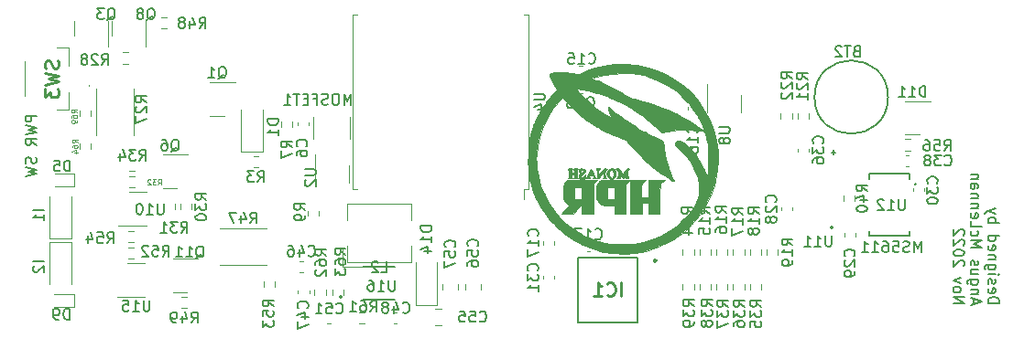
<source format=gbr>
%TF.GenerationSoftware,KiCad,Pcbnew,(6.0.2)*%
%TF.CreationDate,2022-11-13T17:15:13+11:00*%
%TF.ProjectId,Strelka_Flight_Computer,53747265-6c6b-4615-9f46-6c696768745f,rev?*%
%TF.SameCoordinates,Original*%
%TF.FileFunction,Legend,Bot*%
%TF.FilePolarity,Positive*%
%FSLAX46Y46*%
G04 Gerber Fmt 4.6, Leading zero omitted, Abs format (unit mm)*
G04 Created by KiCad (PCBNEW (6.0.2)) date 2022-11-13 17:15:13*
%MOMM*%
%LPD*%
G01*
G04 APERTURE LIST*
%ADD10C,0.150000*%
%ADD11C,0.200000*%
%ADD12C,0.125000*%
%ADD13C,0.254000*%
%ADD14C,0.120000*%
%ADD15C,0.127000*%
%ADD16C,0.100000*%
%ADD17C,0.046000*%
%ADD18C,0.250000*%
%ADD19C,0.010000*%
%ADD20C,0.152400*%
G04 APERTURE END LIST*
D10*
X179344285Y-94532380D02*
X179344285Y-93532380D01*
X179010952Y-94246666D01*
X178677619Y-93532380D01*
X178677619Y-94532380D01*
X178249047Y-94484761D02*
X178106190Y-94532380D01*
X177868095Y-94532380D01*
X177772857Y-94484761D01*
X177725238Y-94437142D01*
X177677619Y-94341904D01*
X177677619Y-94246666D01*
X177725238Y-94151428D01*
X177772857Y-94103809D01*
X177868095Y-94056190D01*
X178058571Y-94008571D01*
X178153809Y-93960952D01*
X178201428Y-93913333D01*
X178249047Y-93818095D01*
X178249047Y-93722857D01*
X178201428Y-93627619D01*
X178153809Y-93580000D01*
X178058571Y-93532380D01*
X177820476Y-93532380D01*
X177677619Y-93580000D01*
X176772857Y-93532380D02*
X177249047Y-93532380D01*
X177296666Y-94008571D01*
X177249047Y-93960952D01*
X177153809Y-93913333D01*
X176915714Y-93913333D01*
X176820476Y-93960952D01*
X176772857Y-94008571D01*
X176725238Y-94103809D01*
X176725238Y-94341904D01*
X176772857Y-94437142D01*
X176820476Y-94484761D01*
X176915714Y-94532380D01*
X177153809Y-94532380D01*
X177249047Y-94484761D01*
X177296666Y-94437142D01*
X175868095Y-93532380D02*
X176058571Y-93532380D01*
X176153809Y-93580000D01*
X176201428Y-93627619D01*
X176296666Y-93770476D01*
X176344285Y-93960952D01*
X176344285Y-94341904D01*
X176296666Y-94437142D01*
X176249047Y-94484761D01*
X176153809Y-94532380D01*
X175963333Y-94532380D01*
X175868095Y-94484761D01*
X175820476Y-94437142D01*
X175772857Y-94341904D01*
X175772857Y-94103809D01*
X175820476Y-94008571D01*
X175868095Y-93960952D01*
X175963333Y-93913333D01*
X176153809Y-93913333D01*
X176249047Y-93960952D01*
X176296666Y-94008571D01*
X176344285Y-94103809D01*
X174820476Y-94532380D02*
X175391904Y-94532380D01*
X175106190Y-94532380D02*
X175106190Y-93532380D01*
X175201428Y-93675238D01*
X175296666Y-93770476D01*
X175391904Y-93818095D01*
X173868095Y-94532380D02*
X174439523Y-94532380D01*
X174153809Y-94532380D02*
X174153809Y-93532380D01*
X174249047Y-93675238D01*
X174344285Y-93770476D01*
X174439523Y-93818095D01*
X185557619Y-99274404D02*
X186557619Y-99274404D01*
X186557619Y-99036309D01*
X186510000Y-98893452D01*
X186414761Y-98798214D01*
X186319523Y-98750595D01*
X186129047Y-98702976D01*
X185986190Y-98702976D01*
X185795714Y-98750595D01*
X185700476Y-98798214D01*
X185605238Y-98893452D01*
X185557619Y-99036309D01*
X185557619Y-99274404D01*
X185605238Y-97893452D02*
X185557619Y-97988690D01*
X185557619Y-98179166D01*
X185605238Y-98274404D01*
X185700476Y-98322023D01*
X186081428Y-98322023D01*
X186176666Y-98274404D01*
X186224285Y-98179166D01*
X186224285Y-97988690D01*
X186176666Y-97893452D01*
X186081428Y-97845833D01*
X185986190Y-97845833D01*
X185890952Y-98322023D01*
X185605238Y-97464880D02*
X185557619Y-97369642D01*
X185557619Y-97179166D01*
X185605238Y-97083928D01*
X185700476Y-97036309D01*
X185748095Y-97036309D01*
X185843333Y-97083928D01*
X185890952Y-97179166D01*
X185890952Y-97322023D01*
X185938571Y-97417261D01*
X186033809Y-97464880D01*
X186081428Y-97464880D01*
X186176666Y-97417261D01*
X186224285Y-97322023D01*
X186224285Y-97179166D01*
X186176666Y-97083928D01*
X185557619Y-96607738D02*
X186224285Y-96607738D01*
X186557619Y-96607738D02*
X186510000Y-96655357D01*
X186462380Y-96607738D01*
X186510000Y-96560119D01*
X186557619Y-96607738D01*
X186462380Y-96607738D01*
X186224285Y-95702976D02*
X185414761Y-95702976D01*
X185319523Y-95750595D01*
X185271904Y-95798214D01*
X185224285Y-95893452D01*
X185224285Y-96036309D01*
X185271904Y-96131547D01*
X185605238Y-95702976D02*
X185557619Y-95798214D01*
X185557619Y-95988690D01*
X185605238Y-96083928D01*
X185652857Y-96131547D01*
X185748095Y-96179166D01*
X186033809Y-96179166D01*
X186129047Y-96131547D01*
X186176666Y-96083928D01*
X186224285Y-95988690D01*
X186224285Y-95798214D01*
X186176666Y-95702976D01*
X186224285Y-95226785D02*
X185557619Y-95226785D01*
X186129047Y-95226785D02*
X186176666Y-95179166D01*
X186224285Y-95083928D01*
X186224285Y-94941071D01*
X186176666Y-94845833D01*
X186081428Y-94798214D01*
X185557619Y-94798214D01*
X185605238Y-93941071D02*
X185557619Y-94036309D01*
X185557619Y-94226785D01*
X185605238Y-94322023D01*
X185700476Y-94369642D01*
X186081428Y-94369642D01*
X186176666Y-94322023D01*
X186224285Y-94226785D01*
X186224285Y-94036309D01*
X186176666Y-93941071D01*
X186081428Y-93893452D01*
X185986190Y-93893452D01*
X185890952Y-94369642D01*
X185557619Y-93036309D02*
X186557619Y-93036309D01*
X185605238Y-93036309D02*
X185557619Y-93131547D01*
X185557619Y-93322023D01*
X185605238Y-93417261D01*
X185652857Y-93464880D01*
X185748095Y-93512500D01*
X186033809Y-93512500D01*
X186129047Y-93464880D01*
X186176666Y-93417261D01*
X186224285Y-93322023D01*
X186224285Y-93131547D01*
X186176666Y-93036309D01*
X185557619Y-91798214D02*
X186557619Y-91798214D01*
X186176666Y-91798214D02*
X186224285Y-91702976D01*
X186224285Y-91512500D01*
X186176666Y-91417261D01*
X186129047Y-91369642D01*
X186033809Y-91322023D01*
X185748095Y-91322023D01*
X185652857Y-91369642D01*
X185605238Y-91417261D01*
X185557619Y-91512500D01*
X185557619Y-91702976D01*
X185605238Y-91798214D01*
X186224285Y-90988690D02*
X185557619Y-90750595D01*
X186224285Y-90512500D02*
X185557619Y-90750595D01*
X185319523Y-90845833D01*
X185271904Y-90893452D01*
X185224285Y-90988690D01*
X184233333Y-99322023D02*
X184233333Y-98845833D01*
X183947619Y-99417261D02*
X184947619Y-99083928D01*
X183947619Y-98750595D01*
X184614285Y-98417261D02*
X183947619Y-98417261D01*
X184519047Y-98417261D02*
X184566666Y-98369642D01*
X184614285Y-98274404D01*
X184614285Y-98131547D01*
X184566666Y-98036309D01*
X184471428Y-97988690D01*
X183947619Y-97988690D01*
X184614285Y-97083928D02*
X183804761Y-97083928D01*
X183709523Y-97131547D01*
X183661904Y-97179166D01*
X183614285Y-97274404D01*
X183614285Y-97417261D01*
X183661904Y-97512500D01*
X183995238Y-97083928D02*
X183947619Y-97179166D01*
X183947619Y-97369642D01*
X183995238Y-97464880D01*
X184042857Y-97512500D01*
X184138095Y-97560119D01*
X184423809Y-97560119D01*
X184519047Y-97512500D01*
X184566666Y-97464880D01*
X184614285Y-97369642D01*
X184614285Y-97179166D01*
X184566666Y-97083928D01*
X184614285Y-96179166D02*
X183947619Y-96179166D01*
X184614285Y-96607738D02*
X184090476Y-96607738D01*
X183995238Y-96560119D01*
X183947619Y-96464880D01*
X183947619Y-96322023D01*
X183995238Y-96226785D01*
X184042857Y-96179166D01*
X183995238Y-95750595D02*
X183947619Y-95655357D01*
X183947619Y-95464880D01*
X183995238Y-95369642D01*
X184090476Y-95322023D01*
X184138095Y-95322023D01*
X184233333Y-95369642D01*
X184280952Y-95464880D01*
X184280952Y-95607738D01*
X184328571Y-95702976D01*
X184423809Y-95750595D01*
X184471428Y-95750595D01*
X184566666Y-95702976D01*
X184614285Y-95607738D01*
X184614285Y-95464880D01*
X184566666Y-95369642D01*
X183947619Y-94131547D02*
X184947619Y-94131547D01*
X184233333Y-93798214D01*
X184947619Y-93464880D01*
X183947619Y-93464880D01*
X183995238Y-92560119D02*
X183947619Y-92655357D01*
X183947619Y-92845833D01*
X183995238Y-92941071D01*
X184042857Y-92988690D01*
X184138095Y-93036309D01*
X184423809Y-93036309D01*
X184519047Y-92988690D01*
X184566666Y-92941071D01*
X184614285Y-92845833D01*
X184614285Y-92655357D01*
X184566666Y-92560119D01*
X183947619Y-91655357D02*
X183947619Y-92131547D01*
X184947619Y-92131547D01*
X183995238Y-90941071D02*
X183947619Y-91036309D01*
X183947619Y-91226785D01*
X183995238Y-91322023D01*
X184090476Y-91369642D01*
X184471428Y-91369642D01*
X184566666Y-91322023D01*
X184614285Y-91226785D01*
X184614285Y-91036309D01*
X184566666Y-90941071D01*
X184471428Y-90893452D01*
X184376190Y-90893452D01*
X184280952Y-91369642D01*
X184614285Y-90464880D02*
X183947619Y-90464880D01*
X184519047Y-90464880D02*
X184566666Y-90417261D01*
X184614285Y-90322023D01*
X184614285Y-90179166D01*
X184566666Y-90083928D01*
X184471428Y-90036309D01*
X183947619Y-90036309D01*
X184614285Y-89560119D02*
X183947619Y-89560119D01*
X184519047Y-89560119D02*
X184566666Y-89512500D01*
X184614285Y-89417261D01*
X184614285Y-89274404D01*
X184566666Y-89179166D01*
X184471428Y-89131547D01*
X183947619Y-89131547D01*
X183947619Y-88226785D02*
X184471428Y-88226785D01*
X184566666Y-88274404D01*
X184614285Y-88369642D01*
X184614285Y-88560119D01*
X184566666Y-88655357D01*
X183995238Y-88226785D02*
X183947619Y-88322023D01*
X183947619Y-88560119D01*
X183995238Y-88655357D01*
X184090476Y-88702976D01*
X184185714Y-88702976D01*
X184280952Y-88655357D01*
X184328571Y-88560119D01*
X184328571Y-88322023D01*
X184376190Y-88226785D01*
X184614285Y-87750595D02*
X183947619Y-87750595D01*
X184519047Y-87750595D02*
X184566666Y-87702976D01*
X184614285Y-87607738D01*
X184614285Y-87464880D01*
X184566666Y-87369642D01*
X184471428Y-87322023D01*
X183947619Y-87322023D01*
X182337619Y-99274404D02*
X183337619Y-99274404D01*
X182337619Y-98702976D01*
X183337619Y-98702976D01*
X182337619Y-98083928D02*
X182385238Y-98179166D01*
X182432857Y-98226785D01*
X182528095Y-98274404D01*
X182813809Y-98274404D01*
X182909047Y-98226785D01*
X182956666Y-98179166D01*
X183004285Y-98083928D01*
X183004285Y-97941071D01*
X182956666Y-97845833D01*
X182909047Y-97798214D01*
X182813809Y-97750595D01*
X182528095Y-97750595D01*
X182432857Y-97798214D01*
X182385238Y-97845833D01*
X182337619Y-97941071D01*
X182337619Y-98083928D01*
X183004285Y-97417261D02*
X182337619Y-97179166D01*
X183004285Y-96941071D01*
X183242380Y-95845833D02*
X183290000Y-95798214D01*
X183337619Y-95702976D01*
X183337619Y-95464880D01*
X183290000Y-95369642D01*
X183242380Y-95322023D01*
X183147142Y-95274404D01*
X183051904Y-95274404D01*
X182909047Y-95322023D01*
X182337619Y-95893452D01*
X182337619Y-95274404D01*
X183337619Y-94655357D02*
X183337619Y-94560119D01*
X183290000Y-94464880D01*
X183242380Y-94417261D01*
X183147142Y-94369642D01*
X182956666Y-94322023D01*
X182718571Y-94322023D01*
X182528095Y-94369642D01*
X182432857Y-94417261D01*
X182385238Y-94464880D01*
X182337619Y-94560119D01*
X182337619Y-94655357D01*
X182385238Y-94750595D01*
X182432857Y-94798214D01*
X182528095Y-94845833D01*
X182718571Y-94893452D01*
X182956666Y-94893452D01*
X183147142Y-94845833D01*
X183242380Y-94798214D01*
X183290000Y-94750595D01*
X183337619Y-94655357D01*
X183242380Y-93941071D02*
X183290000Y-93893452D01*
X183337619Y-93798214D01*
X183337619Y-93560119D01*
X183290000Y-93464880D01*
X183242380Y-93417261D01*
X183147142Y-93369642D01*
X183051904Y-93369642D01*
X182909047Y-93417261D01*
X182337619Y-93988690D01*
X182337619Y-93369642D01*
X183242380Y-92988690D02*
X183290000Y-92941071D01*
X183337619Y-92845833D01*
X183337619Y-92607738D01*
X183290000Y-92512500D01*
X183242380Y-92464880D01*
X183147142Y-92417261D01*
X183051904Y-92417261D01*
X182909047Y-92464880D01*
X182337619Y-93036309D01*
X182337619Y-92417261D01*
D11*
X97572380Y-81888095D02*
X96572380Y-81888095D01*
X96572380Y-82269047D01*
X96620000Y-82364285D01*
X96667619Y-82411904D01*
X96762857Y-82459523D01*
X96905714Y-82459523D01*
X97000952Y-82411904D01*
X97048571Y-82364285D01*
X97096190Y-82269047D01*
X97096190Y-81888095D01*
X96572380Y-82792857D02*
X97572380Y-83030952D01*
X96858095Y-83221428D01*
X97572380Y-83411904D01*
X96572380Y-83650000D01*
X97572380Y-84602380D02*
X97096190Y-84269047D01*
X97572380Y-84030952D02*
X96572380Y-84030952D01*
X96572380Y-84411904D01*
X96620000Y-84507142D01*
X96667619Y-84554761D01*
X96762857Y-84602380D01*
X96905714Y-84602380D01*
X97000952Y-84554761D01*
X97048571Y-84507142D01*
X97096190Y-84411904D01*
X97096190Y-84030952D01*
X97524761Y-85745238D02*
X97572380Y-85888095D01*
X97572380Y-86126190D01*
X97524761Y-86221428D01*
X97477142Y-86269047D01*
X97381904Y-86316666D01*
X97286666Y-86316666D01*
X97191428Y-86269047D01*
X97143809Y-86221428D01*
X97096190Y-86126190D01*
X97048571Y-85935714D01*
X97000952Y-85840476D01*
X96953333Y-85792857D01*
X96858095Y-85745238D01*
X96762857Y-85745238D01*
X96667619Y-85792857D01*
X96620000Y-85840476D01*
X96572380Y-85935714D01*
X96572380Y-86173809D01*
X96620000Y-86316666D01*
X96572380Y-86650000D02*
X97572380Y-86888095D01*
X96858095Y-87078571D01*
X97572380Y-87269047D01*
X96572380Y-87507142D01*
D10*
%TO.C,Q6*%
X110026438Y-85218819D02*
X110121676Y-85171200D01*
X110216914Y-85075961D01*
X110359771Y-84933104D01*
X110455009Y-84885485D01*
X110550247Y-84885485D01*
X110502628Y-85123580D02*
X110597866Y-85075961D01*
X110693104Y-84980723D01*
X110740723Y-84790247D01*
X110740723Y-84456914D01*
X110693104Y-84266438D01*
X110597866Y-84171200D01*
X110502628Y-84123580D01*
X110312152Y-84123580D01*
X110216914Y-84171200D01*
X110121676Y-84266438D01*
X110074057Y-84456914D01*
X110074057Y-84790247D01*
X110121676Y-84980723D01*
X110216914Y-85075961D01*
X110312152Y-85123580D01*
X110502628Y-85123580D01*
X109216914Y-84123580D02*
X109407390Y-84123580D01*
X109502628Y-84171200D01*
X109550247Y-84218819D01*
X109645485Y-84361676D01*
X109693104Y-84552152D01*
X109693104Y-84933104D01*
X109645485Y-85028342D01*
X109597866Y-85075961D01*
X109502628Y-85123580D01*
X109312152Y-85123580D01*
X109216914Y-85075961D01*
X109169295Y-85028342D01*
X109121676Y-84933104D01*
X109121676Y-84695009D01*
X109169295Y-84599771D01*
X109216914Y-84552152D01*
X109312152Y-84504533D01*
X109502628Y-84504533D01*
X109597866Y-84552152D01*
X109645485Y-84599771D01*
X109693104Y-84695009D01*
%TO.C,R63*%
X126162380Y-94767142D02*
X125686190Y-94433809D01*
X126162380Y-94195714D02*
X125162380Y-94195714D01*
X125162380Y-94576666D01*
X125210000Y-94671904D01*
X125257619Y-94719523D01*
X125352857Y-94767142D01*
X125495714Y-94767142D01*
X125590952Y-94719523D01*
X125638571Y-94671904D01*
X125686190Y-94576666D01*
X125686190Y-94195714D01*
X125162380Y-95624285D02*
X125162380Y-95433809D01*
X125210000Y-95338571D01*
X125257619Y-95290952D01*
X125400476Y-95195714D01*
X125590952Y-95148095D01*
X125971904Y-95148095D01*
X126067142Y-95195714D01*
X126114761Y-95243333D01*
X126162380Y-95338571D01*
X126162380Y-95529047D01*
X126114761Y-95624285D01*
X126067142Y-95671904D01*
X125971904Y-95719523D01*
X125733809Y-95719523D01*
X125638571Y-95671904D01*
X125590952Y-95624285D01*
X125543333Y-95529047D01*
X125543333Y-95338571D01*
X125590952Y-95243333D01*
X125638571Y-95195714D01*
X125733809Y-95148095D01*
X125162380Y-96052857D02*
X125162380Y-96671904D01*
X125543333Y-96338571D01*
X125543333Y-96481428D01*
X125590952Y-96576666D01*
X125638571Y-96624285D01*
X125733809Y-96671904D01*
X125971904Y-96671904D01*
X126067142Y-96624285D01*
X126114761Y-96576666D01*
X126162380Y-96481428D01*
X126162380Y-96195714D01*
X126114761Y-96100476D01*
X126067142Y-96052857D01*
%TO.C,C28*%
X165877142Y-89907142D02*
X165924761Y-89859523D01*
X165972380Y-89716666D01*
X165972380Y-89621428D01*
X165924761Y-89478571D01*
X165829523Y-89383333D01*
X165734285Y-89335714D01*
X165543809Y-89288095D01*
X165400952Y-89288095D01*
X165210476Y-89335714D01*
X165115238Y-89383333D01*
X165020000Y-89478571D01*
X164972380Y-89621428D01*
X164972380Y-89716666D01*
X165020000Y-89859523D01*
X165067619Y-89907142D01*
X165067619Y-90288095D02*
X165020000Y-90335714D01*
X164972380Y-90430952D01*
X164972380Y-90669047D01*
X165020000Y-90764285D01*
X165067619Y-90811904D01*
X165162857Y-90859523D01*
X165258095Y-90859523D01*
X165400952Y-90811904D01*
X165972380Y-90240476D01*
X165972380Y-90859523D01*
X165400952Y-91430952D02*
X165353333Y-91335714D01*
X165305714Y-91288095D01*
X165210476Y-91240476D01*
X165162857Y-91240476D01*
X165067619Y-91288095D01*
X165020000Y-91335714D01*
X164972380Y-91430952D01*
X164972380Y-91621428D01*
X165020000Y-91716666D01*
X165067619Y-91764285D01*
X165162857Y-91811904D01*
X165210476Y-91811904D01*
X165305714Y-91764285D01*
X165353333Y-91716666D01*
X165400952Y-91621428D01*
X165400952Y-91430952D01*
X165448571Y-91335714D01*
X165496190Y-91288095D01*
X165591428Y-91240476D01*
X165781904Y-91240476D01*
X165877142Y-91288095D01*
X165924761Y-91335714D01*
X165972380Y-91430952D01*
X165972380Y-91621428D01*
X165924761Y-91716666D01*
X165877142Y-91764285D01*
X165781904Y-91811904D01*
X165591428Y-91811904D01*
X165496190Y-91764285D01*
X165448571Y-91716666D01*
X165400952Y-91621428D01*
%TO.C,R19*%
X167482380Y-93907142D02*
X167006190Y-93573809D01*
X167482380Y-93335714D02*
X166482380Y-93335714D01*
X166482380Y-93716666D01*
X166530000Y-93811904D01*
X166577619Y-93859523D01*
X166672857Y-93907142D01*
X166815714Y-93907142D01*
X166910952Y-93859523D01*
X166958571Y-93811904D01*
X167006190Y-93716666D01*
X167006190Y-93335714D01*
X167482380Y-94859523D02*
X167482380Y-94288095D01*
X167482380Y-94573809D02*
X166482380Y-94573809D01*
X166625238Y-94478571D01*
X166720476Y-94383333D01*
X166768095Y-94288095D01*
X167482380Y-95335714D02*
X167482380Y-95526190D01*
X167434761Y-95621428D01*
X167387142Y-95669047D01*
X167244285Y-95764285D01*
X167053809Y-95811904D01*
X166672857Y-95811904D01*
X166577619Y-95764285D01*
X166530000Y-95716666D01*
X166482380Y-95621428D01*
X166482380Y-95430952D01*
X166530000Y-95335714D01*
X166577619Y-95288095D01*
X166672857Y-95240476D01*
X166910952Y-95240476D01*
X167006190Y-95288095D01*
X167053809Y-95335714D01*
X167101428Y-95430952D01*
X167101428Y-95621428D01*
X167053809Y-95716666D01*
X167006190Y-95764285D01*
X166910952Y-95811904D01*
D12*
%TO.C,R64*%
X101366190Y-84418571D02*
X101128095Y-84251904D01*
X101366190Y-84132857D02*
X100866190Y-84132857D01*
X100866190Y-84323333D01*
X100890000Y-84370952D01*
X100913809Y-84394761D01*
X100961428Y-84418571D01*
X101032857Y-84418571D01*
X101080476Y-84394761D01*
X101104285Y-84370952D01*
X101128095Y-84323333D01*
X101128095Y-84132857D01*
X100866190Y-84847142D02*
X100866190Y-84751904D01*
X100890000Y-84704285D01*
X100913809Y-84680476D01*
X100985238Y-84632857D01*
X101080476Y-84609047D01*
X101270952Y-84609047D01*
X101318571Y-84632857D01*
X101342380Y-84656666D01*
X101366190Y-84704285D01*
X101366190Y-84799523D01*
X101342380Y-84847142D01*
X101318571Y-84870952D01*
X101270952Y-84894761D01*
X101151904Y-84894761D01*
X101104285Y-84870952D01*
X101080476Y-84847142D01*
X101056666Y-84799523D01*
X101056666Y-84704285D01*
X101080476Y-84656666D01*
X101104285Y-84632857D01*
X101151904Y-84609047D01*
X101032857Y-85323333D02*
X101366190Y-85323333D01*
X100842380Y-85204285D02*
X101199523Y-85085238D01*
X101199523Y-85394761D01*
D10*
%TO.C,Q8*%
X107785238Y-73037619D02*
X107880476Y-72990000D01*
X107975714Y-72894761D01*
X108118571Y-72751904D01*
X108213809Y-72704285D01*
X108309047Y-72704285D01*
X108261428Y-72942380D02*
X108356666Y-72894761D01*
X108451904Y-72799523D01*
X108499523Y-72609047D01*
X108499523Y-72275714D01*
X108451904Y-72085238D01*
X108356666Y-71990000D01*
X108261428Y-71942380D01*
X108070952Y-71942380D01*
X107975714Y-71990000D01*
X107880476Y-72085238D01*
X107832857Y-72275714D01*
X107832857Y-72609047D01*
X107880476Y-72799523D01*
X107975714Y-72894761D01*
X108070952Y-72942380D01*
X108261428Y-72942380D01*
X107261428Y-72370952D02*
X107356666Y-72323333D01*
X107404285Y-72275714D01*
X107451904Y-72180476D01*
X107451904Y-72132857D01*
X107404285Y-72037619D01*
X107356666Y-71990000D01*
X107261428Y-71942380D01*
X107070952Y-71942380D01*
X106975714Y-71990000D01*
X106928095Y-72037619D01*
X106880476Y-72132857D01*
X106880476Y-72180476D01*
X106928095Y-72275714D01*
X106975714Y-72323333D01*
X107070952Y-72370952D01*
X107261428Y-72370952D01*
X107356666Y-72418571D01*
X107404285Y-72466190D01*
X107451904Y-72561428D01*
X107451904Y-72751904D01*
X107404285Y-72847142D01*
X107356666Y-72894761D01*
X107261428Y-72942380D01*
X107070952Y-72942380D01*
X106975714Y-72894761D01*
X106928095Y-72847142D01*
X106880476Y-72751904D01*
X106880476Y-72561428D01*
X106928095Y-72466190D01*
X106975714Y-72418571D01*
X107070952Y-72370952D01*
%TO.C,D1*%
X119952780Y-82218304D02*
X118952780Y-82218304D01*
X118952780Y-82456400D01*
X119000400Y-82599257D01*
X119095638Y-82694495D01*
X119190876Y-82742114D01*
X119381352Y-82789733D01*
X119524209Y-82789733D01*
X119714685Y-82742114D01*
X119809923Y-82694495D01*
X119905161Y-82599257D01*
X119952780Y-82456400D01*
X119952780Y-82218304D01*
X119952780Y-83742114D02*
X119952780Y-83170685D01*
X119952780Y-83456400D02*
X118952780Y-83456400D01*
X119095638Y-83361161D01*
X119190876Y-83265923D01*
X119238495Y-83170685D01*
%TO.C,R16*%
X161362380Y-90867142D02*
X160886190Y-90533809D01*
X161362380Y-90295714D02*
X160362380Y-90295714D01*
X160362380Y-90676666D01*
X160410000Y-90771904D01*
X160457619Y-90819523D01*
X160552857Y-90867142D01*
X160695714Y-90867142D01*
X160790952Y-90819523D01*
X160838571Y-90771904D01*
X160886190Y-90676666D01*
X160886190Y-90295714D01*
X161362380Y-91819523D02*
X161362380Y-91248095D01*
X161362380Y-91533809D02*
X160362380Y-91533809D01*
X160505238Y-91438571D01*
X160600476Y-91343333D01*
X160648095Y-91248095D01*
X160362380Y-92676666D02*
X160362380Y-92486190D01*
X160410000Y-92390952D01*
X160457619Y-92343333D01*
X160600476Y-92248095D01*
X160790952Y-92200476D01*
X161171904Y-92200476D01*
X161267142Y-92248095D01*
X161314761Y-92295714D01*
X161362380Y-92390952D01*
X161362380Y-92581428D01*
X161314761Y-92676666D01*
X161267142Y-92724285D01*
X161171904Y-92771904D01*
X160933809Y-92771904D01*
X160838571Y-92724285D01*
X160790952Y-92676666D01*
X160743333Y-92581428D01*
X160743333Y-92390952D01*
X160790952Y-92295714D01*
X160838571Y-92248095D01*
X160933809Y-92200476D01*
%TO.C,R7*%
X121192380Y-84833333D02*
X120716190Y-84500000D01*
X121192380Y-84261904D02*
X120192380Y-84261904D01*
X120192380Y-84642857D01*
X120240000Y-84738095D01*
X120287619Y-84785714D01*
X120382857Y-84833333D01*
X120525714Y-84833333D01*
X120620952Y-84785714D01*
X120668571Y-84738095D01*
X120716190Y-84642857D01*
X120716190Y-84261904D01*
X120192380Y-85166666D02*
X120192380Y-85833333D01*
X121192380Y-85404761D01*
%TO.C,C48*%
X131442857Y-100097142D02*
X131490476Y-100144761D01*
X131633333Y-100192380D01*
X131728571Y-100192380D01*
X131871428Y-100144761D01*
X131966666Y-100049523D01*
X132014285Y-99954285D01*
X132061904Y-99763809D01*
X132061904Y-99620952D01*
X132014285Y-99430476D01*
X131966666Y-99335238D01*
X131871428Y-99240000D01*
X131728571Y-99192380D01*
X131633333Y-99192380D01*
X131490476Y-99240000D01*
X131442857Y-99287619D01*
X130585714Y-99525714D02*
X130585714Y-100192380D01*
X130823809Y-99144761D02*
X131061904Y-99859047D01*
X130442857Y-99859047D01*
X129919047Y-99620952D02*
X130014285Y-99573333D01*
X130061904Y-99525714D01*
X130109523Y-99430476D01*
X130109523Y-99382857D01*
X130061904Y-99287619D01*
X130014285Y-99240000D01*
X129919047Y-99192380D01*
X129728571Y-99192380D01*
X129633333Y-99240000D01*
X129585714Y-99287619D01*
X129538095Y-99382857D01*
X129538095Y-99430476D01*
X129585714Y-99525714D01*
X129633333Y-99573333D01*
X129728571Y-99620952D01*
X129919047Y-99620952D01*
X130014285Y-99668571D01*
X130061904Y-99716190D01*
X130109523Y-99811428D01*
X130109523Y-100001904D01*
X130061904Y-100097142D01*
X130014285Y-100144761D01*
X129919047Y-100192380D01*
X129728571Y-100192380D01*
X129633333Y-100144761D01*
X129585714Y-100097142D01*
X129538095Y-100001904D01*
X129538095Y-99811428D01*
X129585714Y-99716190D01*
X129633333Y-99668571D01*
X129728571Y-99620952D01*
%TO.C,R39*%
X158362380Y-99547142D02*
X157886190Y-99213809D01*
X158362380Y-98975714D02*
X157362380Y-98975714D01*
X157362380Y-99356666D01*
X157410000Y-99451904D01*
X157457619Y-99499523D01*
X157552857Y-99547142D01*
X157695714Y-99547142D01*
X157790952Y-99499523D01*
X157838571Y-99451904D01*
X157886190Y-99356666D01*
X157886190Y-98975714D01*
X157362380Y-99880476D02*
X157362380Y-100499523D01*
X157743333Y-100166190D01*
X157743333Y-100309047D01*
X157790952Y-100404285D01*
X157838571Y-100451904D01*
X157933809Y-100499523D01*
X158171904Y-100499523D01*
X158267142Y-100451904D01*
X158314761Y-100404285D01*
X158362380Y-100309047D01*
X158362380Y-100023333D01*
X158314761Y-99928095D01*
X158267142Y-99880476D01*
X158362380Y-100975714D02*
X158362380Y-101166190D01*
X158314761Y-101261428D01*
X158267142Y-101309047D01*
X158124285Y-101404285D01*
X157933809Y-101451904D01*
X157552857Y-101451904D01*
X157457619Y-101404285D01*
X157410000Y-101356666D01*
X157362380Y-101261428D01*
X157362380Y-101070952D01*
X157410000Y-100975714D01*
X157457619Y-100928095D01*
X157552857Y-100880476D01*
X157790952Y-100880476D01*
X157886190Y-100928095D01*
X157933809Y-100975714D01*
X157981428Y-101070952D01*
X157981428Y-101261428D01*
X157933809Y-101356666D01*
X157886190Y-101404285D01*
X157790952Y-101451904D01*
%TO.C,C55*%
X138542857Y-100917142D02*
X138590476Y-100964761D01*
X138733333Y-101012380D01*
X138828571Y-101012380D01*
X138971428Y-100964761D01*
X139066666Y-100869523D01*
X139114285Y-100774285D01*
X139161904Y-100583809D01*
X139161904Y-100440952D01*
X139114285Y-100250476D01*
X139066666Y-100155238D01*
X138971428Y-100060000D01*
X138828571Y-100012380D01*
X138733333Y-100012380D01*
X138590476Y-100060000D01*
X138542857Y-100107619D01*
X137638095Y-100012380D02*
X138114285Y-100012380D01*
X138161904Y-100488571D01*
X138114285Y-100440952D01*
X138019047Y-100393333D01*
X137780952Y-100393333D01*
X137685714Y-100440952D01*
X137638095Y-100488571D01*
X137590476Y-100583809D01*
X137590476Y-100821904D01*
X137638095Y-100917142D01*
X137685714Y-100964761D01*
X137780952Y-101012380D01*
X138019047Y-101012380D01*
X138114285Y-100964761D01*
X138161904Y-100917142D01*
X136685714Y-100012380D02*
X137161904Y-100012380D01*
X137209523Y-100488571D01*
X137161904Y-100440952D01*
X137066666Y-100393333D01*
X136828571Y-100393333D01*
X136733333Y-100440952D01*
X136685714Y-100488571D01*
X136638095Y-100583809D01*
X136638095Y-100821904D01*
X136685714Y-100917142D01*
X136733333Y-100964761D01*
X136828571Y-101012380D01*
X137066666Y-101012380D01*
X137161904Y-100964761D01*
X137209523Y-100917142D01*
D11*
%TO.C,U11*%
X171091810Y-93011781D02*
X171091810Y-93821305D01*
X171044191Y-93916543D01*
X170996572Y-93964162D01*
X170901334Y-94011781D01*
X170710857Y-94011781D01*
X170615619Y-93964162D01*
X170568000Y-93916543D01*
X170520381Y-93821305D01*
X170520381Y-93011781D01*
X169520381Y-94011781D02*
X170091810Y-94011781D01*
X169806095Y-94011781D02*
X169806095Y-93011781D01*
X169901334Y-93154639D01*
X169996572Y-93249877D01*
X170091810Y-93297496D01*
X168568000Y-94011781D02*
X169139429Y-94011781D01*
X168853715Y-94011781D02*
X168853715Y-93011781D01*
X168948953Y-93154639D01*
X169044191Y-93249877D01*
X169139429Y-93297496D01*
D10*
%TO.C,R61*%
X128452857Y-100072380D02*
X128786190Y-99596190D01*
X129024285Y-100072380D02*
X129024285Y-99072380D01*
X128643333Y-99072380D01*
X128548095Y-99120000D01*
X128500476Y-99167619D01*
X128452857Y-99262857D01*
X128452857Y-99405714D01*
X128500476Y-99500952D01*
X128548095Y-99548571D01*
X128643333Y-99596190D01*
X129024285Y-99596190D01*
X127595714Y-99072380D02*
X127786190Y-99072380D01*
X127881428Y-99120000D01*
X127929047Y-99167619D01*
X128024285Y-99310476D01*
X128071904Y-99500952D01*
X128071904Y-99881904D01*
X128024285Y-99977142D01*
X127976666Y-100024761D01*
X127881428Y-100072380D01*
X127690952Y-100072380D01*
X127595714Y-100024761D01*
X127548095Y-99977142D01*
X127500476Y-99881904D01*
X127500476Y-99643809D01*
X127548095Y-99548571D01*
X127595714Y-99500952D01*
X127690952Y-99453333D01*
X127881428Y-99453333D01*
X127976666Y-99500952D01*
X128024285Y-99548571D01*
X128071904Y-99643809D01*
X126548095Y-100072380D02*
X127119523Y-100072380D01*
X126833809Y-100072380D02*
X126833809Y-99072380D01*
X126929047Y-99215238D01*
X127024285Y-99310476D01*
X127119523Y-99358095D01*
%TO.C,R14*%
X158242380Y-90997142D02*
X157766190Y-90663809D01*
X158242380Y-90425714D02*
X157242380Y-90425714D01*
X157242380Y-90806666D01*
X157290000Y-90901904D01*
X157337619Y-90949523D01*
X157432857Y-90997142D01*
X157575714Y-90997142D01*
X157670952Y-90949523D01*
X157718571Y-90901904D01*
X157766190Y-90806666D01*
X157766190Y-90425714D01*
X158242380Y-91949523D02*
X158242380Y-91378095D01*
X158242380Y-91663809D02*
X157242380Y-91663809D01*
X157385238Y-91568571D01*
X157480476Y-91473333D01*
X157528095Y-91378095D01*
X157575714Y-92806666D02*
X158242380Y-92806666D01*
X157194761Y-92568571D02*
X157909047Y-92330476D01*
X157909047Y-92949523D01*
%TO.C,U15*%
X108045095Y-99007380D02*
X108045095Y-99816904D01*
X107997476Y-99912142D01*
X107949857Y-99959761D01*
X107854619Y-100007380D01*
X107664142Y-100007380D01*
X107568904Y-99959761D01*
X107521285Y-99912142D01*
X107473666Y-99816904D01*
X107473666Y-99007380D01*
X106473666Y-100007380D02*
X107045095Y-100007380D01*
X106759380Y-100007380D02*
X106759380Y-99007380D01*
X106854619Y-99150238D01*
X106949857Y-99245476D01*
X107045095Y-99293095D01*
X105568904Y-99007380D02*
X106045095Y-99007380D01*
X106092714Y-99483571D01*
X106045095Y-99435952D01*
X105949857Y-99388333D01*
X105711761Y-99388333D01*
X105616523Y-99435952D01*
X105568904Y-99483571D01*
X105521285Y-99578809D01*
X105521285Y-99816904D01*
X105568904Y-99912142D01*
X105616523Y-99959761D01*
X105711761Y-100007380D01*
X105949857Y-100007380D01*
X106045095Y-99959761D01*
X106092714Y-99912142D01*
%TO.C,R36*%
X163022380Y-99587142D02*
X162546190Y-99253809D01*
X163022380Y-99015714D02*
X162022380Y-99015714D01*
X162022380Y-99396666D01*
X162070000Y-99491904D01*
X162117619Y-99539523D01*
X162212857Y-99587142D01*
X162355714Y-99587142D01*
X162450952Y-99539523D01*
X162498571Y-99491904D01*
X162546190Y-99396666D01*
X162546190Y-99015714D01*
X162022380Y-99920476D02*
X162022380Y-100539523D01*
X162403333Y-100206190D01*
X162403333Y-100349047D01*
X162450952Y-100444285D01*
X162498571Y-100491904D01*
X162593809Y-100539523D01*
X162831904Y-100539523D01*
X162927142Y-100491904D01*
X162974761Y-100444285D01*
X163022380Y-100349047D01*
X163022380Y-100063333D01*
X162974761Y-99968095D01*
X162927142Y-99920476D01*
X162022380Y-101396666D02*
X162022380Y-101206190D01*
X162070000Y-101110952D01*
X162117619Y-101063333D01*
X162260476Y-100968095D01*
X162450952Y-100920476D01*
X162831904Y-100920476D01*
X162927142Y-100968095D01*
X162974761Y-101015714D01*
X163022380Y-101110952D01*
X163022380Y-101301428D01*
X162974761Y-101396666D01*
X162927142Y-101444285D01*
X162831904Y-101491904D01*
X162593809Y-101491904D01*
X162498571Y-101444285D01*
X162450952Y-101396666D01*
X162403333Y-101301428D01*
X162403333Y-101110952D01*
X162450952Y-101015714D01*
X162498571Y-100968095D01*
X162593809Y-100920476D01*
%TO.C,U16*%
X130718095Y-97152380D02*
X130718095Y-97961904D01*
X130670476Y-98057142D01*
X130622857Y-98104761D01*
X130527619Y-98152380D01*
X130337142Y-98152380D01*
X130241904Y-98104761D01*
X130194285Y-98057142D01*
X130146666Y-97961904D01*
X130146666Y-97152380D01*
X129146666Y-98152380D02*
X129718095Y-98152380D01*
X129432380Y-98152380D02*
X129432380Y-97152380D01*
X129527619Y-97295238D01*
X129622857Y-97390476D01*
X129718095Y-97438095D01*
X128289523Y-97152380D02*
X128480000Y-97152380D01*
X128575238Y-97200000D01*
X128622857Y-97247619D01*
X128718095Y-97390476D01*
X128765714Y-97580952D01*
X128765714Y-97961904D01*
X128718095Y-98057142D01*
X128670476Y-98104761D01*
X128575238Y-98152380D01*
X128384761Y-98152380D01*
X128289523Y-98104761D01*
X128241904Y-98057142D01*
X128194285Y-97961904D01*
X128194285Y-97723809D01*
X128241904Y-97628571D01*
X128289523Y-97580952D01*
X128384761Y-97533333D01*
X128575238Y-97533333D01*
X128670476Y-97580952D01*
X128718095Y-97628571D01*
X128765714Y-97723809D01*
%TO.C,C46*%
X122715257Y-94837542D02*
X122762876Y-94885161D01*
X122905733Y-94932780D01*
X123000971Y-94932780D01*
X123143828Y-94885161D01*
X123239066Y-94789923D01*
X123286685Y-94694685D01*
X123334304Y-94504209D01*
X123334304Y-94361352D01*
X123286685Y-94170876D01*
X123239066Y-94075638D01*
X123143828Y-93980400D01*
X123000971Y-93932780D01*
X122905733Y-93932780D01*
X122762876Y-93980400D01*
X122715257Y-94028019D01*
X121858114Y-94266114D02*
X121858114Y-94932780D01*
X122096209Y-93885161D02*
X122334304Y-94599447D01*
X121715257Y-94599447D01*
X120905733Y-93932780D02*
X121096209Y-93932780D01*
X121191447Y-93980400D01*
X121239066Y-94028019D01*
X121334304Y-94170876D01*
X121381923Y-94361352D01*
X121381923Y-94742304D01*
X121334304Y-94837542D01*
X121286685Y-94885161D01*
X121191447Y-94932780D01*
X121000971Y-94932780D01*
X120905733Y-94885161D01*
X120858114Y-94837542D01*
X120810495Y-94742304D01*
X120810495Y-94504209D01*
X120858114Y-94408971D01*
X120905733Y-94361352D01*
X121000971Y-94313733D01*
X121191447Y-94313733D01*
X121286685Y-94361352D01*
X121334304Y-94408971D01*
X121381923Y-94504209D01*
%TO.C,D11*%
X179764285Y-80152380D02*
X179764285Y-79152380D01*
X179526190Y-79152380D01*
X179383333Y-79200000D01*
X179288095Y-79295238D01*
X179240476Y-79390476D01*
X179192857Y-79580952D01*
X179192857Y-79723809D01*
X179240476Y-79914285D01*
X179288095Y-80009523D01*
X179383333Y-80104761D01*
X179526190Y-80152380D01*
X179764285Y-80152380D01*
X178240476Y-80152380D02*
X178811904Y-80152380D01*
X178526190Y-80152380D02*
X178526190Y-79152380D01*
X178621428Y-79295238D01*
X178716666Y-79390476D01*
X178811904Y-79438095D01*
X177288095Y-80152380D02*
X177859523Y-80152380D01*
X177573809Y-80152380D02*
X177573809Y-79152380D01*
X177669047Y-79295238D01*
X177764285Y-79390476D01*
X177859523Y-79438095D01*
%TO.C,R49*%
X111894857Y-101094780D02*
X112228190Y-100618590D01*
X112466285Y-101094780D02*
X112466285Y-100094780D01*
X112085333Y-100094780D01*
X111990095Y-100142400D01*
X111942476Y-100190019D01*
X111894857Y-100285257D01*
X111894857Y-100428114D01*
X111942476Y-100523352D01*
X111990095Y-100570971D01*
X112085333Y-100618590D01*
X112466285Y-100618590D01*
X111037714Y-100428114D02*
X111037714Y-101094780D01*
X111275809Y-100047161D02*
X111513904Y-100761447D01*
X110894857Y-100761447D01*
X110466285Y-101094780D02*
X110275809Y-101094780D01*
X110180571Y-101047161D01*
X110132952Y-100999542D01*
X110037714Y-100856685D01*
X109990095Y-100666209D01*
X109990095Y-100285257D01*
X110037714Y-100190019D01*
X110085333Y-100142400D01*
X110180571Y-100094780D01*
X110371047Y-100094780D01*
X110466285Y-100142400D01*
X110513904Y-100190019D01*
X110561523Y-100285257D01*
X110561523Y-100523352D01*
X110513904Y-100618590D01*
X110466285Y-100666209D01*
X110371047Y-100713828D01*
X110180571Y-100713828D01*
X110085333Y-100666209D01*
X110037714Y-100618590D01*
X109990095Y-100523352D01*
%TO.C,D14*%
X134112380Y-92115714D02*
X133112380Y-92115714D01*
X133112380Y-92353809D01*
X133160000Y-92496666D01*
X133255238Y-92591904D01*
X133350476Y-92639523D01*
X133540952Y-92687142D01*
X133683809Y-92687142D01*
X133874285Y-92639523D01*
X133969523Y-92591904D01*
X134064761Y-92496666D01*
X134112380Y-92353809D01*
X134112380Y-92115714D01*
X134112380Y-93639523D02*
X134112380Y-93068095D01*
X134112380Y-93353809D02*
X133112380Y-93353809D01*
X133255238Y-93258571D01*
X133350476Y-93163333D01*
X133398095Y-93068095D01*
X133445714Y-94496666D02*
X134112380Y-94496666D01*
X133064761Y-94258571D02*
X133779047Y-94020476D01*
X133779047Y-94639523D01*
%TO.C,U2*%
X122392380Y-86848095D02*
X123201904Y-86848095D01*
X123297142Y-86895714D01*
X123344761Y-86943333D01*
X123392380Y-87038571D01*
X123392380Y-87229047D01*
X123344761Y-87324285D01*
X123297142Y-87371904D01*
X123201904Y-87419523D01*
X122392380Y-87419523D01*
X122487619Y-87848095D02*
X122440000Y-87895714D01*
X122392380Y-87990952D01*
X122392380Y-88229047D01*
X122440000Y-88324285D01*
X122487619Y-88371904D01*
X122582857Y-88419523D01*
X122678095Y-88419523D01*
X122820952Y-88371904D01*
X123392380Y-87800476D01*
X123392380Y-88419523D01*
%TO.C,R27*%
X107732380Y-80677142D02*
X107256190Y-80343809D01*
X107732380Y-80105714D02*
X106732380Y-80105714D01*
X106732380Y-80486666D01*
X106780000Y-80581904D01*
X106827619Y-80629523D01*
X106922857Y-80677142D01*
X107065714Y-80677142D01*
X107160952Y-80629523D01*
X107208571Y-80581904D01*
X107256190Y-80486666D01*
X107256190Y-80105714D01*
X106827619Y-81058095D02*
X106780000Y-81105714D01*
X106732380Y-81200952D01*
X106732380Y-81439047D01*
X106780000Y-81534285D01*
X106827619Y-81581904D01*
X106922857Y-81629523D01*
X107018095Y-81629523D01*
X107160952Y-81581904D01*
X107732380Y-81010476D01*
X107732380Y-81629523D01*
X106732380Y-81962857D02*
X106732380Y-82629523D01*
X107732380Y-82200952D01*
D12*
%TO.C,R69*%
X101306190Y-81628571D02*
X101068095Y-81461904D01*
X101306190Y-81342857D02*
X100806190Y-81342857D01*
X100806190Y-81533333D01*
X100830000Y-81580952D01*
X100853809Y-81604761D01*
X100901428Y-81628571D01*
X100972857Y-81628571D01*
X101020476Y-81604761D01*
X101044285Y-81580952D01*
X101068095Y-81533333D01*
X101068095Y-81342857D01*
X100806190Y-82057142D02*
X100806190Y-81961904D01*
X100830000Y-81914285D01*
X100853809Y-81890476D01*
X100925238Y-81842857D01*
X101020476Y-81819047D01*
X101210952Y-81819047D01*
X101258571Y-81842857D01*
X101282380Y-81866666D01*
X101306190Y-81914285D01*
X101306190Y-82009523D01*
X101282380Y-82057142D01*
X101258571Y-82080952D01*
X101210952Y-82104761D01*
X101091904Y-82104761D01*
X101044285Y-82080952D01*
X101020476Y-82057142D01*
X100996666Y-82009523D01*
X100996666Y-81914285D01*
X101020476Y-81866666D01*
X101044285Y-81842857D01*
X101091904Y-81819047D01*
X101306190Y-82342857D02*
X101306190Y-82438095D01*
X101282380Y-82485714D01*
X101258571Y-82509523D01*
X101187142Y-82557142D01*
X101091904Y-82580952D01*
X100901428Y-82580952D01*
X100853809Y-82557142D01*
X100830000Y-82533333D01*
X100806190Y-82485714D01*
X100806190Y-82390476D01*
X100830000Y-82342857D01*
X100853809Y-82319047D01*
X100901428Y-82295238D01*
X101020476Y-82295238D01*
X101068095Y-82319047D01*
X101091904Y-82342857D01*
X101115714Y-82390476D01*
X101115714Y-82485714D01*
X101091904Y-82533333D01*
X101068095Y-82557142D01*
X101020476Y-82580952D01*
D10*
%TO.C,R34*%
X107112857Y-86042380D02*
X107446190Y-85566190D01*
X107684285Y-86042380D02*
X107684285Y-85042380D01*
X107303333Y-85042380D01*
X107208095Y-85090000D01*
X107160476Y-85137619D01*
X107112857Y-85232857D01*
X107112857Y-85375714D01*
X107160476Y-85470952D01*
X107208095Y-85518571D01*
X107303333Y-85566190D01*
X107684285Y-85566190D01*
X106779523Y-85042380D02*
X106160476Y-85042380D01*
X106493809Y-85423333D01*
X106350952Y-85423333D01*
X106255714Y-85470952D01*
X106208095Y-85518571D01*
X106160476Y-85613809D01*
X106160476Y-85851904D01*
X106208095Y-85947142D01*
X106255714Y-85994761D01*
X106350952Y-86042380D01*
X106636666Y-86042380D01*
X106731904Y-85994761D01*
X106779523Y-85947142D01*
X105303333Y-85375714D02*
X105303333Y-86042380D01*
X105541428Y-84994761D02*
X105779523Y-85709047D01*
X105160476Y-85709047D01*
%TO.C,R31*%
X110942857Y-92732380D02*
X111276190Y-92256190D01*
X111514285Y-92732380D02*
X111514285Y-91732380D01*
X111133333Y-91732380D01*
X111038095Y-91780000D01*
X110990476Y-91827619D01*
X110942857Y-91922857D01*
X110942857Y-92065714D01*
X110990476Y-92160952D01*
X111038095Y-92208571D01*
X111133333Y-92256190D01*
X111514285Y-92256190D01*
X110609523Y-91732380D02*
X109990476Y-91732380D01*
X110323809Y-92113333D01*
X110180952Y-92113333D01*
X110085714Y-92160952D01*
X110038095Y-92208571D01*
X109990476Y-92303809D01*
X109990476Y-92541904D01*
X110038095Y-92637142D01*
X110085714Y-92684761D01*
X110180952Y-92732380D01*
X110466666Y-92732380D01*
X110561904Y-92684761D01*
X110609523Y-92637142D01*
X109038095Y-92732380D02*
X109609523Y-92732380D01*
X109323809Y-92732380D02*
X109323809Y-91732380D01*
X109419047Y-91875238D01*
X109514285Y-91970476D01*
X109609523Y-92018095D01*
%TO.C,R9*%
X122422380Y-90653333D02*
X121946190Y-90320000D01*
X122422380Y-90081904D02*
X121422380Y-90081904D01*
X121422380Y-90462857D01*
X121470000Y-90558095D01*
X121517619Y-90605714D01*
X121612857Y-90653333D01*
X121755714Y-90653333D01*
X121850952Y-90605714D01*
X121898571Y-90558095D01*
X121946190Y-90462857D01*
X121946190Y-90081904D01*
X122422380Y-91129523D02*
X122422380Y-91320000D01*
X122374761Y-91415238D01*
X122327142Y-91462857D01*
X122184285Y-91558095D01*
X121993809Y-91605714D01*
X121612857Y-91605714D01*
X121517619Y-91558095D01*
X121470000Y-91510476D01*
X121422380Y-91415238D01*
X121422380Y-91224761D01*
X121470000Y-91129523D01*
X121517619Y-91081904D01*
X121612857Y-91034285D01*
X121850952Y-91034285D01*
X121946190Y-91081904D01*
X121993809Y-91129523D01*
X122041428Y-91224761D01*
X122041428Y-91415238D01*
X121993809Y-91510476D01*
X121946190Y-91558095D01*
X121850952Y-91605714D01*
%TO.C,C13*%
X149232857Y-93277142D02*
X149280476Y-93324761D01*
X149423333Y-93372380D01*
X149518571Y-93372380D01*
X149661428Y-93324761D01*
X149756666Y-93229523D01*
X149804285Y-93134285D01*
X149851904Y-92943809D01*
X149851904Y-92800952D01*
X149804285Y-92610476D01*
X149756666Y-92515238D01*
X149661428Y-92420000D01*
X149518571Y-92372380D01*
X149423333Y-92372380D01*
X149280476Y-92420000D01*
X149232857Y-92467619D01*
X148280476Y-93372380D02*
X148851904Y-93372380D01*
X148566190Y-93372380D02*
X148566190Y-92372380D01*
X148661428Y-92515238D01*
X148756666Y-92610476D01*
X148851904Y-92658095D01*
X147947142Y-92372380D02*
X147328095Y-92372380D01*
X147661428Y-92753333D01*
X147518571Y-92753333D01*
X147423333Y-92800952D01*
X147375714Y-92848571D01*
X147328095Y-92943809D01*
X147328095Y-93181904D01*
X147375714Y-93277142D01*
X147423333Y-93324761D01*
X147518571Y-93372380D01*
X147804285Y-93372380D01*
X147899523Y-93324761D01*
X147947142Y-93277142D01*
D13*
%TO.C,SW3*%
X99574047Y-76792666D02*
X99634523Y-76974095D01*
X99634523Y-77276476D01*
X99574047Y-77397428D01*
X99513571Y-77457904D01*
X99392619Y-77518380D01*
X99271666Y-77518380D01*
X99150714Y-77457904D01*
X99090238Y-77397428D01*
X99029761Y-77276476D01*
X98969285Y-77034571D01*
X98908809Y-76913619D01*
X98848333Y-76853142D01*
X98727380Y-76792666D01*
X98606428Y-76792666D01*
X98485476Y-76853142D01*
X98425000Y-76913619D01*
X98364523Y-77034571D01*
X98364523Y-77336952D01*
X98425000Y-77518380D01*
X98364523Y-77941714D02*
X99634523Y-78244095D01*
X98727380Y-78486000D01*
X99634523Y-78727904D01*
X98364523Y-79030285D01*
X98364523Y-79393142D02*
X98364523Y-80179333D01*
X98848333Y-79756000D01*
X98848333Y-79937428D01*
X98908809Y-80058380D01*
X98969285Y-80118857D01*
X99090238Y-80179333D01*
X99392619Y-80179333D01*
X99513571Y-80118857D01*
X99574047Y-80058380D01*
X99634523Y-79937428D01*
X99634523Y-79574571D01*
X99574047Y-79453619D01*
X99513571Y-79393142D01*
D10*
%TO.C,R54*%
X104122857Y-93712380D02*
X104456190Y-93236190D01*
X104694285Y-93712380D02*
X104694285Y-92712380D01*
X104313333Y-92712380D01*
X104218095Y-92760000D01*
X104170476Y-92807619D01*
X104122857Y-92902857D01*
X104122857Y-93045714D01*
X104170476Y-93140952D01*
X104218095Y-93188571D01*
X104313333Y-93236190D01*
X104694285Y-93236190D01*
X103218095Y-92712380D02*
X103694285Y-92712380D01*
X103741904Y-93188571D01*
X103694285Y-93140952D01*
X103599047Y-93093333D01*
X103360952Y-93093333D01*
X103265714Y-93140952D01*
X103218095Y-93188571D01*
X103170476Y-93283809D01*
X103170476Y-93521904D01*
X103218095Y-93617142D01*
X103265714Y-93664761D01*
X103360952Y-93712380D01*
X103599047Y-93712380D01*
X103694285Y-93664761D01*
X103741904Y-93617142D01*
X102313333Y-93045714D02*
X102313333Y-93712380D01*
X102551428Y-92664761D02*
X102789523Y-93379047D01*
X102170476Y-93379047D01*
%TO.C,C51*%
X125282857Y-100157142D02*
X125330476Y-100204761D01*
X125473333Y-100252380D01*
X125568571Y-100252380D01*
X125711428Y-100204761D01*
X125806666Y-100109523D01*
X125854285Y-100014285D01*
X125901904Y-99823809D01*
X125901904Y-99680952D01*
X125854285Y-99490476D01*
X125806666Y-99395238D01*
X125711428Y-99300000D01*
X125568571Y-99252380D01*
X125473333Y-99252380D01*
X125330476Y-99300000D01*
X125282857Y-99347619D01*
X124378095Y-99252380D02*
X124854285Y-99252380D01*
X124901904Y-99728571D01*
X124854285Y-99680952D01*
X124759047Y-99633333D01*
X124520952Y-99633333D01*
X124425714Y-99680952D01*
X124378095Y-99728571D01*
X124330476Y-99823809D01*
X124330476Y-100061904D01*
X124378095Y-100157142D01*
X124425714Y-100204761D01*
X124520952Y-100252380D01*
X124759047Y-100252380D01*
X124854285Y-100204761D01*
X124901904Y-100157142D01*
X123378095Y-100252380D02*
X123949523Y-100252380D01*
X123663809Y-100252380D02*
X123663809Y-99252380D01*
X123759047Y-99395238D01*
X123854285Y-99490476D01*
X123949523Y-99538095D01*
%TO.C,R37*%
X161512380Y-99607142D02*
X161036190Y-99273809D01*
X161512380Y-99035714D02*
X160512380Y-99035714D01*
X160512380Y-99416666D01*
X160560000Y-99511904D01*
X160607619Y-99559523D01*
X160702857Y-99607142D01*
X160845714Y-99607142D01*
X160940952Y-99559523D01*
X160988571Y-99511904D01*
X161036190Y-99416666D01*
X161036190Y-99035714D01*
X160512380Y-99940476D02*
X160512380Y-100559523D01*
X160893333Y-100226190D01*
X160893333Y-100369047D01*
X160940952Y-100464285D01*
X160988571Y-100511904D01*
X161083809Y-100559523D01*
X161321904Y-100559523D01*
X161417142Y-100511904D01*
X161464761Y-100464285D01*
X161512380Y-100369047D01*
X161512380Y-100083333D01*
X161464761Y-99988095D01*
X161417142Y-99940476D01*
X160512380Y-100892857D02*
X160512380Y-101559523D01*
X161512380Y-101130952D01*
%TO.C,C30*%
X180797142Y-88167142D02*
X180844761Y-88119523D01*
X180892380Y-87976666D01*
X180892380Y-87881428D01*
X180844761Y-87738571D01*
X180749523Y-87643333D01*
X180654285Y-87595714D01*
X180463809Y-87548095D01*
X180320952Y-87548095D01*
X180130476Y-87595714D01*
X180035238Y-87643333D01*
X179940000Y-87738571D01*
X179892380Y-87881428D01*
X179892380Y-87976666D01*
X179940000Y-88119523D01*
X179987619Y-88167142D01*
X179892380Y-88500476D02*
X179892380Y-89119523D01*
X180273333Y-88786190D01*
X180273333Y-88929047D01*
X180320952Y-89024285D01*
X180368571Y-89071904D01*
X180463809Y-89119523D01*
X180701904Y-89119523D01*
X180797142Y-89071904D01*
X180844761Y-89024285D01*
X180892380Y-88929047D01*
X180892380Y-88643333D01*
X180844761Y-88548095D01*
X180797142Y-88500476D01*
X179892380Y-89738571D02*
X179892380Y-89833809D01*
X179940000Y-89929047D01*
X179987619Y-89976666D01*
X180082857Y-90024285D01*
X180273333Y-90071904D01*
X180511428Y-90071904D01*
X180701904Y-90024285D01*
X180797142Y-89976666D01*
X180844761Y-89929047D01*
X180892380Y-89833809D01*
X180892380Y-89738571D01*
X180844761Y-89643333D01*
X180797142Y-89595714D01*
X180701904Y-89548095D01*
X180511428Y-89500476D01*
X180273333Y-89500476D01*
X180082857Y-89548095D01*
X179987619Y-89595714D01*
X179940000Y-89643333D01*
X179892380Y-89738571D01*
%TO.C,R21*%
X168852380Y-78517142D02*
X168376190Y-78183809D01*
X168852380Y-77945714D02*
X167852380Y-77945714D01*
X167852380Y-78326666D01*
X167900000Y-78421904D01*
X167947619Y-78469523D01*
X168042857Y-78517142D01*
X168185714Y-78517142D01*
X168280952Y-78469523D01*
X168328571Y-78421904D01*
X168376190Y-78326666D01*
X168376190Y-77945714D01*
X167947619Y-78898095D02*
X167900000Y-78945714D01*
X167852380Y-79040952D01*
X167852380Y-79279047D01*
X167900000Y-79374285D01*
X167947619Y-79421904D01*
X168042857Y-79469523D01*
X168138095Y-79469523D01*
X168280952Y-79421904D01*
X168852380Y-78850476D01*
X168852380Y-79469523D01*
X168852380Y-80421904D02*
X168852380Y-79850476D01*
X168852380Y-80136190D02*
X167852380Y-80136190D01*
X167995238Y-80040952D01*
X168090476Y-79945714D01*
X168138095Y-79850476D01*
%TO.C,Q11*%
X112321428Y-95097619D02*
X112416666Y-95050000D01*
X112511904Y-94954761D01*
X112654761Y-94811904D01*
X112750000Y-94764285D01*
X112845238Y-94764285D01*
X112797619Y-95002380D02*
X112892857Y-94954761D01*
X112988095Y-94859523D01*
X113035714Y-94669047D01*
X113035714Y-94335714D01*
X112988095Y-94145238D01*
X112892857Y-94050000D01*
X112797619Y-94002380D01*
X112607142Y-94002380D01*
X112511904Y-94050000D01*
X112416666Y-94145238D01*
X112369047Y-94335714D01*
X112369047Y-94669047D01*
X112416666Y-94859523D01*
X112511904Y-94954761D01*
X112607142Y-95002380D01*
X112797619Y-95002380D01*
X111416666Y-95002380D02*
X111988095Y-95002380D01*
X111702380Y-95002380D02*
X111702380Y-94002380D01*
X111797619Y-94145238D01*
X111892857Y-94240476D01*
X111988095Y-94288095D01*
X110464285Y-95002380D02*
X111035714Y-95002380D01*
X110750000Y-95002380D02*
X110750000Y-94002380D01*
X110845238Y-94145238D01*
X110940476Y-94240476D01*
X111035714Y-94288095D01*
%TO.C,R47*%
X117330457Y-91863180D02*
X117663790Y-91386990D01*
X117901885Y-91863180D02*
X117901885Y-90863180D01*
X117520933Y-90863180D01*
X117425695Y-90910800D01*
X117378076Y-90958419D01*
X117330457Y-91053657D01*
X117330457Y-91196514D01*
X117378076Y-91291752D01*
X117425695Y-91339371D01*
X117520933Y-91386990D01*
X117901885Y-91386990D01*
X116473314Y-91196514D02*
X116473314Y-91863180D01*
X116711409Y-90815561D02*
X116949504Y-91529847D01*
X116330457Y-91529847D01*
X116044742Y-90863180D02*
X115378076Y-90863180D01*
X115806647Y-91863180D01*
%TO.C,R40*%
X174372380Y-88897142D02*
X173896190Y-88563809D01*
X174372380Y-88325714D02*
X173372380Y-88325714D01*
X173372380Y-88706666D01*
X173420000Y-88801904D01*
X173467619Y-88849523D01*
X173562857Y-88897142D01*
X173705714Y-88897142D01*
X173800952Y-88849523D01*
X173848571Y-88801904D01*
X173896190Y-88706666D01*
X173896190Y-88325714D01*
X173705714Y-89754285D02*
X174372380Y-89754285D01*
X173324761Y-89516190D02*
X174039047Y-89278095D01*
X174039047Y-89897142D01*
X173372380Y-90468571D02*
X173372380Y-90563809D01*
X173420000Y-90659047D01*
X173467619Y-90706666D01*
X173562857Y-90754285D01*
X173753333Y-90801904D01*
X173991428Y-90801904D01*
X174181904Y-90754285D01*
X174277142Y-90706666D01*
X174324761Y-90659047D01*
X174372380Y-90563809D01*
X174372380Y-90468571D01*
X174324761Y-90373333D01*
X174277142Y-90325714D01*
X174181904Y-90278095D01*
X173991428Y-90230476D01*
X173753333Y-90230476D01*
X173562857Y-90278095D01*
X173467619Y-90325714D01*
X173420000Y-90373333D01*
X173372380Y-90468571D01*
%TO.C,U4*%
X143577180Y-79857695D02*
X144386704Y-79857695D01*
X144481942Y-79905314D01*
X144529561Y-79952933D01*
X144577180Y-80048171D01*
X144577180Y-80238647D01*
X144529561Y-80333885D01*
X144481942Y-80381504D01*
X144386704Y-80429123D01*
X143577180Y-80429123D01*
X143910514Y-81333885D02*
X144577180Y-81333885D01*
X143529561Y-81095790D02*
X144243847Y-80857695D01*
X144243847Y-81476742D01*
%TO.C,C18*%
X148522857Y-81097142D02*
X148570476Y-81144761D01*
X148713333Y-81192380D01*
X148808571Y-81192380D01*
X148951428Y-81144761D01*
X149046666Y-81049523D01*
X149094285Y-80954285D01*
X149141904Y-80763809D01*
X149141904Y-80620952D01*
X149094285Y-80430476D01*
X149046666Y-80335238D01*
X148951428Y-80240000D01*
X148808571Y-80192380D01*
X148713333Y-80192380D01*
X148570476Y-80240000D01*
X148522857Y-80287619D01*
X147570476Y-81192380D02*
X148141904Y-81192380D01*
X147856190Y-81192380D02*
X147856190Y-80192380D01*
X147951428Y-80335238D01*
X148046666Y-80430476D01*
X148141904Y-80478095D01*
X146999047Y-80620952D02*
X147094285Y-80573333D01*
X147141904Y-80525714D01*
X147189523Y-80430476D01*
X147189523Y-80382857D01*
X147141904Y-80287619D01*
X147094285Y-80240000D01*
X146999047Y-80192380D01*
X146808571Y-80192380D01*
X146713333Y-80240000D01*
X146665714Y-80287619D01*
X146618095Y-80382857D01*
X146618095Y-80430476D01*
X146665714Y-80525714D01*
X146713333Y-80573333D01*
X146808571Y-80620952D01*
X146999047Y-80620952D01*
X147094285Y-80668571D01*
X147141904Y-80716190D01*
X147189523Y-80811428D01*
X147189523Y-81001904D01*
X147141904Y-81097142D01*
X147094285Y-81144761D01*
X146999047Y-81192380D01*
X146808571Y-81192380D01*
X146713333Y-81144761D01*
X146665714Y-81097142D01*
X146618095Y-81001904D01*
X146618095Y-80811428D01*
X146665714Y-80716190D01*
X146713333Y-80668571D01*
X146808571Y-80620952D01*
%TO.C,R56*%
X181492857Y-85132380D02*
X181826190Y-84656190D01*
X182064285Y-85132380D02*
X182064285Y-84132380D01*
X181683333Y-84132380D01*
X181588095Y-84180000D01*
X181540476Y-84227619D01*
X181492857Y-84322857D01*
X181492857Y-84465714D01*
X181540476Y-84560952D01*
X181588095Y-84608571D01*
X181683333Y-84656190D01*
X182064285Y-84656190D01*
X180588095Y-84132380D02*
X181064285Y-84132380D01*
X181111904Y-84608571D01*
X181064285Y-84560952D01*
X180969047Y-84513333D01*
X180730952Y-84513333D01*
X180635714Y-84560952D01*
X180588095Y-84608571D01*
X180540476Y-84703809D01*
X180540476Y-84941904D01*
X180588095Y-85037142D01*
X180635714Y-85084761D01*
X180730952Y-85132380D01*
X180969047Y-85132380D01*
X181064285Y-85084761D01*
X181111904Y-85037142D01*
X179683333Y-84132380D02*
X179873809Y-84132380D01*
X179969047Y-84180000D01*
X180016666Y-84227619D01*
X180111904Y-84370476D01*
X180159523Y-84560952D01*
X180159523Y-84941904D01*
X180111904Y-85037142D01*
X180064285Y-85084761D01*
X179969047Y-85132380D01*
X179778571Y-85132380D01*
X179683333Y-85084761D01*
X179635714Y-85037142D01*
X179588095Y-84941904D01*
X179588095Y-84703809D01*
X179635714Y-84608571D01*
X179683333Y-84560952D01*
X179778571Y-84513333D01*
X179969047Y-84513333D01*
X180064285Y-84560952D01*
X180111904Y-84608571D01*
X180159523Y-84703809D01*
%TO.C,D9*%
X100638095Y-100782380D02*
X100638095Y-99782380D01*
X100400000Y-99782380D01*
X100257142Y-99830000D01*
X100161904Y-99925238D01*
X100114285Y-100020476D01*
X100066666Y-100210952D01*
X100066666Y-100353809D01*
X100114285Y-100544285D01*
X100161904Y-100639523D01*
X100257142Y-100734761D01*
X100400000Y-100782380D01*
X100638095Y-100782380D01*
X99590476Y-100782380D02*
X99400000Y-100782380D01*
X99304761Y-100734761D01*
X99257142Y-100687142D01*
X99161904Y-100544285D01*
X99114285Y-100353809D01*
X99114285Y-99972857D01*
X99161904Y-99877619D01*
X99209523Y-99830000D01*
X99304761Y-99782380D01*
X99495238Y-99782380D01*
X99590476Y-99830000D01*
X99638095Y-99877619D01*
X99685714Y-99972857D01*
X99685714Y-100210952D01*
X99638095Y-100306190D01*
X99590476Y-100353809D01*
X99495238Y-100401428D01*
X99304761Y-100401428D01*
X99209523Y-100353809D01*
X99161904Y-100306190D01*
X99114285Y-100210952D01*
%TO.C,U10*%
X109338095Y-90042380D02*
X109338095Y-90851904D01*
X109290476Y-90947142D01*
X109242857Y-90994761D01*
X109147619Y-91042380D01*
X108957142Y-91042380D01*
X108861904Y-90994761D01*
X108814285Y-90947142D01*
X108766666Y-90851904D01*
X108766666Y-90042380D01*
X107766666Y-91042380D02*
X108338095Y-91042380D01*
X108052380Y-91042380D02*
X108052380Y-90042380D01*
X108147619Y-90185238D01*
X108242857Y-90280476D01*
X108338095Y-90328095D01*
X107147619Y-90042380D02*
X107052380Y-90042380D01*
X106957142Y-90090000D01*
X106909523Y-90137619D01*
X106861904Y-90232857D01*
X106814285Y-90423333D01*
X106814285Y-90661428D01*
X106861904Y-90851904D01*
X106909523Y-90947142D01*
X106957142Y-90994761D01*
X107052380Y-91042380D01*
X107147619Y-91042380D01*
X107242857Y-90994761D01*
X107290476Y-90947142D01*
X107338095Y-90851904D01*
X107385714Y-90661428D01*
X107385714Y-90423333D01*
X107338095Y-90232857D01*
X107290476Y-90137619D01*
X107242857Y-90090000D01*
X107147619Y-90042380D01*
%TO.C,Q1*%
X114372138Y-78477619D02*
X114467376Y-78430000D01*
X114562614Y-78334761D01*
X114705471Y-78191904D01*
X114800709Y-78144285D01*
X114895947Y-78144285D01*
X114848328Y-78382380D02*
X114943566Y-78334761D01*
X115038804Y-78239523D01*
X115086423Y-78049047D01*
X115086423Y-77715714D01*
X115038804Y-77525238D01*
X114943566Y-77430000D01*
X114848328Y-77382380D01*
X114657852Y-77382380D01*
X114562614Y-77430000D01*
X114467376Y-77525238D01*
X114419757Y-77715714D01*
X114419757Y-78049047D01*
X114467376Y-78239523D01*
X114562614Y-78334761D01*
X114657852Y-78382380D01*
X114848328Y-78382380D01*
X113467376Y-78382380D02*
X114038804Y-78382380D01*
X113753090Y-78382380D02*
X113753090Y-77382380D01*
X113848328Y-77525238D01*
X113943566Y-77620476D01*
X114038804Y-77668095D01*
D13*
%TO.C,IC1*%
X151639761Y-98624523D02*
X151639761Y-97354523D01*
X150309285Y-98503571D02*
X150369761Y-98564047D01*
X150551190Y-98624523D01*
X150672142Y-98624523D01*
X150853571Y-98564047D01*
X150974523Y-98443095D01*
X151035000Y-98322142D01*
X151095476Y-98080238D01*
X151095476Y-97898809D01*
X151035000Y-97656904D01*
X150974523Y-97535952D01*
X150853571Y-97415000D01*
X150672142Y-97354523D01*
X150551190Y-97354523D01*
X150369761Y-97415000D01*
X150309285Y-97475476D01*
X149099761Y-98624523D02*
X149825476Y-98624523D01*
X149462619Y-98624523D02*
X149462619Y-97354523D01*
X149583571Y-97535952D01*
X149704523Y-97656904D01*
X149825476Y-97717380D01*
D10*
%TO.C,C17*%
X143887142Y-93027142D02*
X143934761Y-92979523D01*
X143982380Y-92836666D01*
X143982380Y-92741428D01*
X143934761Y-92598571D01*
X143839523Y-92503333D01*
X143744285Y-92455714D01*
X143553809Y-92408095D01*
X143410952Y-92408095D01*
X143220476Y-92455714D01*
X143125238Y-92503333D01*
X143030000Y-92598571D01*
X142982380Y-92741428D01*
X142982380Y-92836666D01*
X143030000Y-92979523D01*
X143077619Y-93027142D01*
X143982380Y-93979523D02*
X143982380Y-93408095D01*
X143982380Y-93693809D02*
X142982380Y-93693809D01*
X143125238Y-93598571D01*
X143220476Y-93503333D01*
X143268095Y-93408095D01*
X142982380Y-94312857D02*
X142982380Y-94979523D01*
X143982380Y-94550952D01*
%TO.C,I1*%
X98262380Y-90613809D02*
X97262380Y-90613809D01*
X98262380Y-91613809D02*
X98262380Y-91042380D01*
X98262380Y-91328095D02*
X97262380Y-91328095D01*
X97405238Y-91232857D01*
X97500476Y-91137619D01*
X97548095Y-91042380D01*
%TO.C,R52*%
X109242857Y-94932380D02*
X109576190Y-94456190D01*
X109814285Y-94932380D02*
X109814285Y-93932380D01*
X109433333Y-93932380D01*
X109338095Y-93980000D01*
X109290476Y-94027619D01*
X109242857Y-94122857D01*
X109242857Y-94265714D01*
X109290476Y-94360952D01*
X109338095Y-94408571D01*
X109433333Y-94456190D01*
X109814285Y-94456190D01*
X108338095Y-93932380D02*
X108814285Y-93932380D01*
X108861904Y-94408571D01*
X108814285Y-94360952D01*
X108719047Y-94313333D01*
X108480952Y-94313333D01*
X108385714Y-94360952D01*
X108338095Y-94408571D01*
X108290476Y-94503809D01*
X108290476Y-94741904D01*
X108338095Y-94837142D01*
X108385714Y-94884761D01*
X108480952Y-94932380D01*
X108719047Y-94932380D01*
X108814285Y-94884761D01*
X108861904Y-94837142D01*
X107909523Y-94027619D02*
X107861904Y-93980000D01*
X107766666Y-93932380D01*
X107528571Y-93932380D01*
X107433333Y-93980000D01*
X107385714Y-94027619D01*
X107338095Y-94122857D01*
X107338095Y-94218095D01*
X107385714Y-94360952D01*
X107957142Y-94932380D01*
X107338095Y-94932380D01*
%TO.C,I2*%
X98274380Y-95408809D02*
X97274380Y-95408809D01*
X97369619Y-95837380D02*
X97322000Y-95885000D01*
X97274380Y-95980238D01*
X97274380Y-96218333D01*
X97322000Y-96313571D01*
X97369619Y-96361190D01*
X97464857Y-96408809D01*
X97560095Y-96408809D01*
X97702952Y-96361190D01*
X98274380Y-95789761D01*
X98274380Y-96408809D01*
%TO.C,R17*%
X162892380Y-91037142D02*
X162416190Y-90703809D01*
X162892380Y-90465714D02*
X161892380Y-90465714D01*
X161892380Y-90846666D01*
X161940000Y-90941904D01*
X161987619Y-90989523D01*
X162082857Y-91037142D01*
X162225714Y-91037142D01*
X162320952Y-90989523D01*
X162368571Y-90941904D01*
X162416190Y-90846666D01*
X162416190Y-90465714D01*
X162892380Y-91989523D02*
X162892380Y-91418095D01*
X162892380Y-91703809D02*
X161892380Y-91703809D01*
X162035238Y-91608571D01*
X162130476Y-91513333D01*
X162178095Y-91418095D01*
X161892380Y-92322857D02*
X161892380Y-92989523D01*
X162892380Y-92560952D01*
%TO.C,BT2*%
X173375714Y-75908571D02*
X173232857Y-75956190D01*
X173185238Y-76003809D01*
X173137619Y-76099047D01*
X173137619Y-76241904D01*
X173185238Y-76337142D01*
X173232857Y-76384761D01*
X173328095Y-76432380D01*
X173709047Y-76432380D01*
X173709047Y-75432380D01*
X173375714Y-75432380D01*
X173280476Y-75480000D01*
X173232857Y-75527619D01*
X173185238Y-75622857D01*
X173185238Y-75718095D01*
X173232857Y-75813333D01*
X173280476Y-75860952D01*
X173375714Y-75908571D01*
X173709047Y-75908571D01*
X172851904Y-75432380D02*
X172280476Y-75432380D01*
X172566190Y-76432380D02*
X172566190Y-75432380D01*
X171994761Y-75527619D02*
X171947142Y-75480000D01*
X171851904Y-75432380D01*
X171613809Y-75432380D01*
X171518571Y-75480000D01*
X171470952Y-75527619D01*
X171423333Y-75622857D01*
X171423333Y-75718095D01*
X171470952Y-75860952D01*
X172042380Y-76432380D01*
X171423333Y-76432380D01*
%TO.C,Q3*%
X104115238Y-73037619D02*
X104210476Y-72990000D01*
X104305714Y-72894761D01*
X104448571Y-72751904D01*
X104543809Y-72704285D01*
X104639047Y-72704285D01*
X104591428Y-72942380D02*
X104686666Y-72894761D01*
X104781904Y-72799523D01*
X104829523Y-72609047D01*
X104829523Y-72275714D01*
X104781904Y-72085238D01*
X104686666Y-71990000D01*
X104591428Y-71942380D01*
X104400952Y-71942380D01*
X104305714Y-71990000D01*
X104210476Y-72085238D01*
X104162857Y-72275714D01*
X104162857Y-72609047D01*
X104210476Y-72799523D01*
X104305714Y-72894761D01*
X104400952Y-72942380D01*
X104591428Y-72942380D01*
X103829523Y-71942380D02*
X103210476Y-71942380D01*
X103543809Y-72323333D01*
X103400952Y-72323333D01*
X103305714Y-72370952D01*
X103258095Y-72418571D01*
X103210476Y-72513809D01*
X103210476Y-72751904D01*
X103258095Y-72847142D01*
X103305714Y-72894761D01*
X103400952Y-72942380D01*
X103686666Y-72942380D01*
X103781904Y-72894761D01*
X103829523Y-72847142D01*
%TO.C,C15*%
X148612857Y-76997142D02*
X148660476Y-77044761D01*
X148803333Y-77092380D01*
X148898571Y-77092380D01*
X149041428Y-77044761D01*
X149136666Y-76949523D01*
X149184285Y-76854285D01*
X149231904Y-76663809D01*
X149231904Y-76520952D01*
X149184285Y-76330476D01*
X149136666Y-76235238D01*
X149041428Y-76140000D01*
X148898571Y-76092380D01*
X148803333Y-76092380D01*
X148660476Y-76140000D01*
X148612857Y-76187619D01*
X147660476Y-77092380D02*
X148231904Y-77092380D01*
X147946190Y-77092380D02*
X147946190Y-76092380D01*
X148041428Y-76235238D01*
X148136666Y-76330476D01*
X148231904Y-76378095D01*
X146755714Y-76092380D02*
X147231904Y-76092380D01*
X147279523Y-76568571D01*
X147231904Y-76520952D01*
X147136666Y-76473333D01*
X146898571Y-76473333D01*
X146803333Y-76520952D01*
X146755714Y-76568571D01*
X146708095Y-76663809D01*
X146708095Y-76901904D01*
X146755714Y-76997142D01*
X146803333Y-77044761D01*
X146898571Y-77092380D01*
X147136666Y-77092380D01*
X147231904Y-77044761D01*
X147279523Y-76997142D01*
%TO.C,C31*%
X143877142Y-96257142D02*
X143924761Y-96209523D01*
X143972380Y-96066666D01*
X143972380Y-95971428D01*
X143924761Y-95828571D01*
X143829523Y-95733333D01*
X143734285Y-95685714D01*
X143543809Y-95638095D01*
X143400952Y-95638095D01*
X143210476Y-95685714D01*
X143115238Y-95733333D01*
X143020000Y-95828571D01*
X142972380Y-95971428D01*
X142972380Y-96066666D01*
X143020000Y-96209523D01*
X143067619Y-96257142D01*
X142972380Y-96590476D02*
X142972380Y-97209523D01*
X143353333Y-96876190D01*
X143353333Y-97019047D01*
X143400952Y-97114285D01*
X143448571Y-97161904D01*
X143543809Y-97209523D01*
X143781904Y-97209523D01*
X143877142Y-97161904D01*
X143924761Y-97114285D01*
X143972380Y-97019047D01*
X143972380Y-96733333D01*
X143924761Y-96638095D01*
X143877142Y-96590476D01*
X143972380Y-98161904D02*
X143972380Y-97590476D01*
X143972380Y-97876190D02*
X142972380Y-97876190D01*
X143115238Y-97780952D01*
X143210476Y-97685714D01*
X143258095Y-97590476D01*
%TO.C,R22*%
X167422380Y-78437142D02*
X166946190Y-78103809D01*
X167422380Y-77865714D02*
X166422380Y-77865714D01*
X166422380Y-78246666D01*
X166470000Y-78341904D01*
X166517619Y-78389523D01*
X166612857Y-78437142D01*
X166755714Y-78437142D01*
X166850952Y-78389523D01*
X166898571Y-78341904D01*
X166946190Y-78246666D01*
X166946190Y-77865714D01*
X166517619Y-78818095D02*
X166470000Y-78865714D01*
X166422380Y-78960952D01*
X166422380Y-79199047D01*
X166470000Y-79294285D01*
X166517619Y-79341904D01*
X166612857Y-79389523D01*
X166708095Y-79389523D01*
X166850952Y-79341904D01*
X167422380Y-78770476D01*
X167422380Y-79389523D01*
X166517619Y-79770476D02*
X166470000Y-79818095D01*
X166422380Y-79913333D01*
X166422380Y-80151428D01*
X166470000Y-80246666D01*
X166517619Y-80294285D01*
X166612857Y-80341904D01*
X166708095Y-80341904D01*
X166850952Y-80294285D01*
X167422380Y-79722857D01*
X167422380Y-80341904D01*
%TO.C,MOSFET1*%
X126671428Y-80872380D02*
X126671428Y-79872380D01*
X126338095Y-80586666D01*
X126004761Y-79872380D01*
X126004761Y-80872380D01*
X125338095Y-79872380D02*
X125147619Y-79872380D01*
X125052380Y-79920000D01*
X124957142Y-80015238D01*
X124909523Y-80205714D01*
X124909523Y-80539047D01*
X124957142Y-80729523D01*
X125052380Y-80824761D01*
X125147619Y-80872380D01*
X125338095Y-80872380D01*
X125433333Y-80824761D01*
X125528571Y-80729523D01*
X125576190Y-80539047D01*
X125576190Y-80205714D01*
X125528571Y-80015238D01*
X125433333Y-79920000D01*
X125338095Y-79872380D01*
X124528571Y-80824761D02*
X124385714Y-80872380D01*
X124147619Y-80872380D01*
X124052380Y-80824761D01*
X124004761Y-80777142D01*
X123957142Y-80681904D01*
X123957142Y-80586666D01*
X124004761Y-80491428D01*
X124052380Y-80443809D01*
X124147619Y-80396190D01*
X124338095Y-80348571D01*
X124433333Y-80300952D01*
X124480952Y-80253333D01*
X124528571Y-80158095D01*
X124528571Y-80062857D01*
X124480952Y-79967619D01*
X124433333Y-79920000D01*
X124338095Y-79872380D01*
X124100000Y-79872380D01*
X123957142Y-79920000D01*
X123195238Y-80348571D02*
X123528571Y-80348571D01*
X123528571Y-80872380D02*
X123528571Y-79872380D01*
X123052380Y-79872380D01*
X122671428Y-80348571D02*
X122338095Y-80348571D01*
X122195238Y-80872380D02*
X122671428Y-80872380D01*
X122671428Y-79872380D01*
X122195238Y-79872380D01*
X121909523Y-79872380D02*
X121338095Y-79872380D01*
X121623809Y-80872380D02*
X121623809Y-79872380D01*
X120480952Y-80872380D02*
X121052380Y-80872380D01*
X120766666Y-80872380D02*
X120766666Y-79872380D01*
X120861904Y-80015238D01*
X120957142Y-80110476D01*
X121052380Y-80158095D01*
%TO.C,R28*%
X103622857Y-77182380D02*
X103956190Y-76706190D01*
X104194285Y-77182380D02*
X104194285Y-76182380D01*
X103813333Y-76182380D01*
X103718095Y-76230000D01*
X103670476Y-76277619D01*
X103622857Y-76372857D01*
X103622857Y-76515714D01*
X103670476Y-76610952D01*
X103718095Y-76658571D01*
X103813333Y-76706190D01*
X104194285Y-76706190D01*
X103241904Y-76277619D02*
X103194285Y-76230000D01*
X103099047Y-76182380D01*
X102860952Y-76182380D01*
X102765714Y-76230000D01*
X102718095Y-76277619D01*
X102670476Y-76372857D01*
X102670476Y-76468095D01*
X102718095Y-76610952D01*
X103289523Y-77182380D01*
X102670476Y-77182380D01*
X102099047Y-76610952D02*
X102194285Y-76563333D01*
X102241904Y-76515714D01*
X102289523Y-76420476D01*
X102289523Y-76372857D01*
X102241904Y-76277619D01*
X102194285Y-76230000D01*
X102099047Y-76182380D01*
X101908571Y-76182380D01*
X101813333Y-76230000D01*
X101765714Y-76277619D01*
X101718095Y-76372857D01*
X101718095Y-76420476D01*
X101765714Y-76515714D01*
X101813333Y-76563333D01*
X101908571Y-76610952D01*
X102099047Y-76610952D01*
X102194285Y-76658571D01*
X102241904Y-76706190D01*
X102289523Y-76801428D01*
X102289523Y-76991904D01*
X102241904Y-77087142D01*
X102194285Y-77134761D01*
X102099047Y-77182380D01*
X101908571Y-77182380D01*
X101813333Y-77134761D01*
X101765714Y-77087142D01*
X101718095Y-76991904D01*
X101718095Y-76801428D01*
X101765714Y-76706190D01*
X101813333Y-76658571D01*
X101908571Y-76610952D01*
%TO.C,R35*%
X164592380Y-99607142D02*
X164116190Y-99273809D01*
X164592380Y-99035714D02*
X163592380Y-99035714D01*
X163592380Y-99416666D01*
X163640000Y-99511904D01*
X163687619Y-99559523D01*
X163782857Y-99607142D01*
X163925714Y-99607142D01*
X164020952Y-99559523D01*
X164068571Y-99511904D01*
X164116190Y-99416666D01*
X164116190Y-99035714D01*
X163592380Y-99940476D02*
X163592380Y-100559523D01*
X163973333Y-100226190D01*
X163973333Y-100369047D01*
X164020952Y-100464285D01*
X164068571Y-100511904D01*
X164163809Y-100559523D01*
X164401904Y-100559523D01*
X164497142Y-100511904D01*
X164544761Y-100464285D01*
X164592380Y-100369047D01*
X164592380Y-100083333D01*
X164544761Y-99988095D01*
X164497142Y-99940476D01*
X163592380Y-101464285D02*
X163592380Y-100988095D01*
X164068571Y-100940476D01*
X164020952Y-100988095D01*
X163973333Y-101083333D01*
X163973333Y-101321428D01*
X164020952Y-101416666D01*
X164068571Y-101464285D01*
X164163809Y-101511904D01*
X164401904Y-101511904D01*
X164497142Y-101464285D01*
X164544761Y-101416666D01*
X164592380Y-101321428D01*
X164592380Y-101083333D01*
X164544761Y-100988095D01*
X164497142Y-100940476D01*
%TO.C,C56*%
X138317142Y-93977142D02*
X138364761Y-93929523D01*
X138412380Y-93786666D01*
X138412380Y-93691428D01*
X138364761Y-93548571D01*
X138269523Y-93453333D01*
X138174285Y-93405714D01*
X137983809Y-93358095D01*
X137840952Y-93358095D01*
X137650476Y-93405714D01*
X137555238Y-93453333D01*
X137460000Y-93548571D01*
X137412380Y-93691428D01*
X137412380Y-93786666D01*
X137460000Y-93929523D01*
X137507619Y-93977142D01*
X137412380Y-94881904D02*
X137412380Y-94405714D01*
X137888571Y-94358095D01*
X137840952Y-94405714D01*
X137793333Y-94500952D01*
X137793333Y-94739047D01*
X137840952Y-94834285D01*
X137888571Y-94881904D01*
X137983809Y-94929523D01*
X138221904Y-94929523D01*
X138317142Y-94881904D01*
X138364761Y-94834285D01*
X138412380Y-94739047D01*
X138412380Y-94500952D01*
X138364761Y-94405714D01*
X138317142Y-94358095D01*
X137412380Y-95786666D02*
X137412380Y-95596190D01*
X137460000Y-95500952D01*
X137507619Y-95453333D01*
X137650476Y-95358095D01*
X137840952Y-95310476D01*
X138221904Y-95310476D01*
X138317142Y-95358095D01*
X138364761Y-95405714D01*
X138412380Y-95500952D01*
X138412380Y-95691428D01*
X138364761Y-95786666D01*
X138317142Y-95834285D01*
X138221904Y-95881904D01*
X137983809Y-95881904D01*
X137888571Y-95834285D01*
X137840952Y-95786666D01*
X137793333Y-95691428D01*
X137793333Y-95500952D01*
X137840952Y-95405714D01*
X137888571Y-95358095D01*
X137983809Y-95310476D01*
%TO.C,C57*%
X136217142Y-94067142D02*
X136264761Y-94019523D01*
X136312380Y-93876666D01*
X136312380Y-93781428D01*
X136264761Y-93638571D01*
X136169523Y-93543333D01*
X136074285Y-93495714D01*
X135883809Y-93448095D01*
X135740952Y-93448095D01*
X135550476Y-93495714D01*
X135455238Y-93543333D01*
X135360000Y-93638571D01*
X135312380Y-93781428D01*
X135312380Y-93876666D01*
X135360000Y-94019523D01*
X135407619Y-94067142D01*
X135312380Y-94971904D02*
X135312380Y-94495714D01*
X135788571Y-94448095D01*
X135740952Y-94495714D01*
X135693333Y-94590952D01*
X135693333Y-94829047D01*
X135740952Y-94924285D01*
X135788571Y-94971904D01*
X135883809Y-95019523D01*
X136121904Y-95019523D01*
X136217142Y-94971904D01*
X136264761Y-94924285D01*
X136312380Y-94829047D01*
X136312380Y-94590952D01*
X136264761Y-94495714D01*
X136217142Y-94448095D01*
X135312380Y-95352857D02*
X135312380Y-96019523D01*
X136312380Y-95590952D01*
%TO.C,R3*%
X118034866Y-88039180D02*
X118368200Y-87562990D01*
X118606295Y-88039180D02*
X118606295Y-87039180D01*
X118225342Y-87039180D01*
X118130104Y-87086800D01*
X118082485Y-87134419D01*
X118034866Y-87229657D01*
X118034866Y-87372514D01*
X118082485Y-87467752D01*
X118130104Y-87515371D01*
X118225342Y-87562990D01*
X118606295Y-87562990D01*
X117701533Y-87039180D02*
X117082485Y-87039180D01*
X117415819Y-87420133D01*
X117272961Y-87420133D01*
X117177723Y-87467752D01*
X117130104Y-87515371D01*
X117082485Y-87610609D01*
X117082485Y-87848704D01*
X117130104Y-87943942D01*
X117177723Y-87991561D01*
X117272961Y-88039180D01*
X117558676Y-88039180D01*
X117653914Y-87991561D01*
X117701533Y-87943942D01*
%TO.C,C16*%
X158657142Y-83457142D02*
X158704761Y-83409523D01*
X158752380Y-83266666D01*
X158752380Y-83171428D01*
X158704761Y-83028571D01*
X158609523Y-82933333D01*
X158514285Y-82885714D01*
X158323809Y-82838095D01*
X158180952Y-82838095D01*
X157990476Y-82885714D01*
X157895238Y-82933333D01*
X157800000Y-83028571D01*
X157752380Y-83171428D01*
X157752380Y-83266666D01*
X157800000Y-83409523D01*
X157847619Y-83457142D01*
X158752380Y-84409523D02*
X158752380Y-83838095D01*
X158752380Y-84123809D02*
X157752380Y-84123809D01*
X157895238Y-84028571D01*
X157990476Y-83933333D01*
X158038095Y-83838095D01*
X157752380Y-85266666D02*
X157752380Y-85076190D01*
X157800000Y-84980952D01*
X157847619Y-84933333D01*
X157990476Y-84838095D01*
X158180952Y-84790476D01*
X158561904Y-84790476D01*
X158657142Y-84838095D01*
X158704761Y-84885714D01*
X158752380Y-84980952D01*
X158752380Y-85171428D01*
X158704761Y-85266666D01*
X158657142Y-85314285D01*
X158561904Y-85361904D01*
X158323809Y-85361904D01*
X158228571Y-85314285D01*
X158180952Y-85266666D01*
X158133333Y-85171428D01*
X158133333Y-84980952D01*
X158180952Y-84885714D01*
X158228571Y-84838095D01*
X158323809Y-84790476D01*
%TO.C,R62*%
X124372380Y-94857142D02*
X123896190Y-94523809D01*
X124372380Y-94285714D02*
X123372380Y-94285714D01*
X123372380Y-94666666D01*
X123420000Y-94761904D01*
X123467619Y-94809523D01*
X123562857Y-94857142D01*
X123705714Y-94857142D01*
X123800952Y-94809523D01*
X123848571Y-94761904D01*
X123896190Y-94666666D01*
X123896190Y-94285714D01*
X123372380Y-95714285D02*
X123372380Y-95523809D01*
X123420000Y-95428571D01*
X123467619Y-95380952D01*
X123610476Y-95285714D01*
X123800952Y-95238095D01*
X124181904Y-95238095D01*
X124277142Y-95285714D01*
X124324761Y-95333333D01*
X124372380Y-95428571D01*
X124372380Y-95619047D01*
X124324761Y-95714285D01*
X124277142Y-95761904D01*
X124181904Y-95809523D01*
X123943809Y-95809523D01*
X123848571Y-95761904D01*
X123800952Y-95714285D01*
X123753333Y-95619047D01*
X123753333Y-95428571D01*
X123800952Y-95333333D01*
X123848571Y-95285714D01*
X123943809Y-95238095D01*
X123467619Y-96190476D02*
X123420000Y-96238095D01*
X123372380Y-96333333D01*
X123372380Y-96571428D01*
X123420000Y-96666666D01*
X123467619Y-96714285D01*
X123562857Y-96761904D01*
X123658095Y-96761904D01*
X123800952Y-96714285D01*
X124372380Y-96142857D01*
X124372380Y-96761904D01*
%TO.C,U8*%
X160682380Y-82928095D02*
X161491904Y-82928095D01*
X161587142Y-82975714D01*
X161634761Y-83023333D01*
X161682380Y-83118571D01*
X161682380Y-83309047D01*
X161634761Y-83404285D01*
X161587142Y-83451904D01*
X161491904Y-83499523D01*
X160682380Y-83499523D01*
X161110952Y-84118571D02*
X161063333Y-84023333D01*
X161015714Y-83975714D01*
X160920476Y-83928095D01*
X160872857Y-83928095D01*
X160777619Y-83975714D01*
X160730000Y-84023333D01*
X160682380Y-84118571D01*
X160682380Y-84309047D01*
X160730000Y-84404285D01*
X160777619Y-84451904D01*
X160872857Y-84499523D01*
X160920476Y-84499523D01*
X161015714Y-84451904D01*
X161063333Y-84404285D01*
X161110952Y-84309047D01*
X161110952Y-84118571D01*
X161158571Y-84023333D01*
X161206190Y-83975714D01*
X161301428Y-83928095D01*
X161491904Y-83928095D01*
X161587142Y-83975714D01*
X161634761Y-84023333D01*
X161682380Y-84118571D01*
X161682380Y-84309047D01*
X161634761Y-84404285D01*
X161587142Y-84451904D01*
X161491904Y-84499523D01*
X161301428Y-84499523D01*
X161206190Y-84451904D01*
X161158571Y-84404285D01*
X161110952Y-84309047D01*
%TO.C,C38*%
X181542857Y-86447142D02*
X181590476Y-86494761D01*
X181733333Y-86542380D01*
X181828571Y-86542380D01*
X181971428Y-86494761D01*
X182066666Y-86399523D01*
X182114285Y-86304285D01*
X182161904Y-86113809D01*
X182161904Y-85970952D01*
X182114285Y-85780476D01*
X182066666Y-85685238D01*
X181971428Y-85590000D01*
X181828571Y-85542380D01*
X181733333Y-85542380D01*
X181590476Y-85590000D01*
X181542857Y-85637619D01*
X181209523Y-85542380D02*
X180590476Y-85542380D01*
X180923809Y-85923333D01*
X180780952Y-85923333D01*
X180685714Y-85970952D01*
X180638095Y-86018571D01*
X180590476Y-86113809D01*
X180590476Y-86351904D01*
X180638095Y-86447142D01*
X180685714Y-86494761D01*
X180780952Y-86542380D01*
X181066666Y-86542380D01*
X181161904Y-86494761D01*
X181209523Y-86447142D01*
X180019047Y-85970952D02*
X180114285Y-85923333D01*
X180161904Y-85875714D01*
X180209523Y-85780476D01*
X180209523Y-85732857D01*
X180161904Y-85637619D01*
X180114285Y-85590000D01*
X180019047Y-85542380D01*
X179828571Y-85542380D01*
X179733333Y-85590000D01*
X179685714Y-85637619D01*
X179638095Y-85732857D01*
X179638095Y-85780476D01*
X179685714Y-85875714D01*
X179733333Y-85923333D01*
X179828571Y-85970952D01*
X180019047Y-85970952D01*
X180114285Y-86018571D01*
X180161904Y-86066190D01*
X180209523Y-86161428D01*
X180209523Y-86351904D01*
X180161904Y-86447142D01*
X180114285Y-86494761D01*
X180019047Y-86542380D01*
X179828571Y-86542380D01*
X179733333Y-86494761D01*
X179685714Y-86447142D01*
X179638095Y-86351904D01*
X179638095Y-86161428D01*
X179685714Y-86066190D01*
X179733333Y-86018571D01*
X179828571Y-85970952D01*
%TO.C,C47*%
X122607142Y-99727142D02*
X122654761Y-99679523D01*
X122702380Y-99536666D01*
X122702380Y-99441428D01*
X122654761Y-99298571D01*
X122559523Y-99203333D01*
X122464285Y-99155714D01*
X122273809Y-99108095D01*
X122130952Y-99108095D01*
X121940476Y-99155714D01*
X121845238Y-99203333D01*
X121750000Y-99298571D01*
X121702380Y-99441428D01*
X121702380Y-99536666D01*
X121750000Y-99679523D01*
X121797619Y-99727142D01*
X122035714Y-100584285D02*
X122702380Y-100584285D01*
X121654761Y-100346190D02*
X122369047Y-100108095D01*
X122369047Y-100727142D01*
X121702380Y-101012857D02*
X121702380Y-101679523D01*
X122702380Y-101250952D01*
%TO.C,L2*%
X129426666Y-96422380D02*
X129902857Y-96422380D01*
X129902857Y-95422380D01*
X129140952Y-95517619D02*
X129093333Y-95470000D01*
X128998095Y-95422380D01*
X128760000Y-95422380D01*
X128664761Y-95470000D01*
X128617142Y-95517619D01*
X128569523Y-95612857D01*
X128569523Y-95708095D01*
X128617142Y-95850952D01*
X129188571Y-96422380D01*
X128569523Y-96422380D01*
%TO.C,R30*%
X113282380Y-89691742D02*
X112806190Y-89358409D01*
X113282380Y-89120314D02*
X112282380Y-89120314D01*
X112282380Y-89501266D01*
X112330000Y-89596504D01*
X112377619Y-89644123D01*
X112472857Y-89691742D01*
X112615714Y-89691742D01*
X112710952Y-89644123D01*
X112758571Y-89596504D01*
X112806190Y-89501266D01*
X112806190Y-89120314D01*
X112282380Y-90025076D02*
X112282380Y-90644123D01*
X112663333Y-90310790D01*
X112663333Y-90453647D01*
X112710952Y-90548885D01*
X112758571Y-90596504D01*
X112853809Y-90644123D01*
X113091904Y-90644123D01*
X113187142Y-90596504D01*
X113234761Y-90548885D01*
X113282380Y-90453647D01*
X113282380Y-90167933D01*
X113234761Y-90072695D01*
X113187142Y-90025076D01*
X112282380Y-91263171D02*
X112282380Y-91358409D01*
X112330000Y-91453647D01*
X112377619Y-91501266D01*
X112472857Y-91548885D01*
X112663333Y-91596504D01*
X112901428Y-91596504D01*
X113091904Y-91548885D01*
X113187142Y-91501266D01*
X113234761Y-91453647D01*
X113282380Y-91358409D01*
X113282380Y-91263171D01*
X113234761Y-91167933D01*
X113187142Y-91120314D01*
X113091904Y-91072695D01*
X112901428Y-91025076D01*
X112663333Y-91025076D01*
X112472857Y-91072695D01*
X112377619Y-91120314D01*
X112330000Y-91167933D01*
X112282380Y-91263171D01*
D12*
%TO.C,R32*%
X108791428Y-88306190D02*
X108958095Y-88068095D01*
X109077142Y-88306190D02*
X109077142Y-87806190D01*
X108886666Y-87806190D01*
X108839047Y-87830000D01*
X108815238Y-87853809D01*
X108791428Y-87901428D01*
X108791428Y-87972857D01*
X108815238Y-88020476D01*
X108839047Y-88044285D01*
X108886666Y-88068095D01*
X109077142Y-88068095D01*
X108624761Y-87806190D02*
X108315238Y-87806190D01*
X108481904Y-87996666D01*
X108410476Y-87996666D01*
X108362857Y-88020476D01*
X108339047Y-88044285D01*
X108315238Y-88091904D01*
X108315238Y-88210952D01*
X108339047Y-88258571D01*
X108362857Y-88282380D01*
X108410476Y-88306190D01*
X108553333Y-88306190D01*
X108600952Y-88282380D01*
X108624761Y-88258571D01*
X108124761Y-87853809D02*
X108100952Y-87830000D01*
X108053333Y-87806190D01*
X107934285Y-87806190D01*
X107886666Y-87830000D01*
X107862857Y-87853809D01*
X107839047Y-87901428D01*
X107839047Y-87949047D01*
X107862857Y-88020476D01*
X108148571Y-88306190D01*
X107839047Y-88306190D01*
D10*
%TO.C,R53*%
X119502380Y-99567142D02*
X119026190Y-99233809D01*
X119502380Y-98995714D02*
X118502380Y-98995714D01*
X118502380Y-99376666D01*
X118550000Y-99471904D01*
X118597619Y-99519523D01*
X118692857Y-99567142D01*
X118835714Y-99567142D01*
X118930952Y-99519523D01*
X118978571Y-99471904D01*
X119026190Y-99376666D01*
X119026190Y-98995714D01*
X118502380Y-100471904D02*
X118502380Y-99995714D01*
X118978571Y-99948095D01*
X118930952Y-99995714D01*
X118883333Y-100090952D01*
X118883333Y-100329047D01*
X118930952Y-100424285D01*
X118978571Y-100471904D01*
X119073809Y-100519523D01*
X119311904Y-100519523D01*
X119407142Y-100471904D01*
X119454761Y-100424285D01*
X119502380Y-100329047D01*
X119502380Y-100090952D01*
X119454761Y-99995714D01*
X119407142Y-99948095D01*
X118502380Y-100852857D02*
X118502380Y-101471904D01*
X118883333Y-101138571D01*
X118883333Y-101281428D01*
X118930952Y-101376666D01*
X118978571Y-101424285D01*
X119073809Y-101471904D01*
X119311904Y-101471904D01*
X119407142Y-101424285D01*
X119454761Y-101376666D01*
X119502380Y-101281428D01*
X119502380Y-100995714D01*
X119454761Y-100900476D01*
X119407142Y-100852857D01*
%TO.C,R48*%
X112632857Y-73792380D02*
X112966190Y-73316190D01*
X113204285Y-73792380D02*
X113204285Y-72792380D01*
X112823333Y-72792380D01*
X112728095Y-72840000D01*
X112680476Y-72887619D01*
X112632857Y-72982857D01*
X112632857Y-73125714D01*
X112680476Y-73220952D01*
X112728095Y-73268571D01*
X112823333Y-73316190D01*
X113204285Y-73316190D01*
X111775714Y-73125714D02*
X111775714Y-73792380D01*
X112013809Y-72744761D02*
X112251904Y-73459047D01*
X111632857Y-73459047D01*
X111109047Y-73220952D02*
X111204285Y-73173333D01*
X111251904Y-73125714D01*
X111299523Y-73030476D01*
X111299523Y-72982857D01*
X111251904Y-72887619D01*
X111204285Y-72840000D01*
X111109047Y-72792380D01*
X110918571Y-72792380D01*
X110823333Y-72840000D01*
X110775714Y-72887619D01*
X110728095Y-72982857D01*
X110728095Y-73030476D01*
X110775714Y-73125714D01*
X110823333Y-73173333D01*
X110918571Y-73220952D01*
X111109047Y-73220952D01*
X111204285Y-73268571D01*
X111251904Y-73316190D01*
X111299523Y-73411428D01*
X111299523Y-73601904D01*
X111251904Y-73697142D01*
X111204285Y-73744761D01*
X111109047Y-73792380D01*
X110918571Y-73792380D01*
X110823333Y-73744761D01*
X110775714Y-73697142D01*
X110728095Y-73601904D01*
X110728095Y-73411428D01*
X110775714Y-73316190D01*
X110823333Y-73268571D01*
X110918571Y-73220952D01*
%TO.C,D5*%
X100687095Y-87036380D02*
X100687095Y-86036380D01*
X100449000Y-86036380D01*
X100306142Y-86084000D01*
X100210904Y-86179238D01*
X100163285Y-86274476D01*
X100115666Y-86464952D01*
X100115666Y-86607809D01*
X100163285Y-86798285D01*
X100210904Y-86893523D01*
X100306142Y-86988761D01*
X100449000Y-87036380D01*
X100687095Y-87036380D01*
X99210904Y-86036380D02*
X99687095Y-86036380D01*
X99734714Y-86512571D01*
X99687095Y-86464952D01*
X99591857Y-86417333D01*
X99353761Y-86417333D01*
X99258523Y-86464952D01*
X99210904Y-86512571D01*
X99163285Y-86607809D01*
X99163285Y-86845904D01*
X99210904Y-86941142D01*
X99258523Y-86988761D01*
X99353761Y-87036380D01*
X99591857Y-87036380D01*
X99687095Y-86988761D01*
X99734714Y-86941142D01*
%TO.C,R15*%
X159832380Y-90977142D02*
X159356190Y-90643809D01*
X159832380Y-90405714D02*
X158832380Y-90405714D01*
X158832380Y-90786666D01*
X158880000Y-90881904D01*
X158927619Y-90929523D01*
X159022857Y-90977142D01*
X159165714Y-90977142D01*
X159260952Y-90929523D01*
X159308571Y-90881904D01*
X159356190Y-90786666D01*
X159356190Y-90405714D01*
X159832380Y-91929523D02*
X159832380Y-91358095D01*
X159832380Y-91643809D02*
X158832380Y-91643809D01*
X158975238Y-91548571D01*
X159070476Y-91453333D01*
X159118095Y-91358095D01*
X158832380Y-92834285D02*
X158832380Y-92358095D01*
X159308571Y-92310476D01*
X159260952Y-92358095D01*
X159213333Y-92453333D01*
X159213333Y-92691428D01*
X159260952Y-92786666D01*
X159308571Y-92834285D01*
X159403809Y-92881904D01*
X159641904Y-92881904D01*
X159737142Y-92834285D01*
X159784761Y-92786666D01*
X159832380Y-92691428D01*
X159832380Y-92453333D01*
X159784761Y-92358095D01*
X159737142Y-92310476D01*
%TO.C,R38*%
X160042380Y-99547142D02*
X159566190Y-99213809D01*
X160042380Y-98975714D02*
X159042380Y-98975714D01*
X159042380Y-99356666D01*
X159090000Y-99451904D01*
X159137619Y-99499523D01*
X159232857Y-99547142D01*
X159375714Y-99547142D01*
X159470952Y-99499523D01*
X159518571Y-99451904D01*
X159566190Y-99356666D01*
X159566190Y-98975714D01*
X159042380Y-99880476D02*
X159042380Y-100499523D01*
X159423333Y-100166190D01*
X159423333Y-100309047D01*
X159470952Y-100404285D01*
X159518571Y-100451904D01*
X159613809Y-100499523D01*
X159851904Y-100499523D01*
X159947142Y-100451904D01*
X159994761Y-100404285D01*
X160042380Y-100309047D01*
X160042380Y-100023333D01*
X159994761Y-99928095D01*
X159947142Y-99880476D01*
X159470952Y-101070952D02*
X159423333Y-100975714D01*
X159375714Y-100928095D01*
X159280476Y-100880476D01*
X159232857Y-100880476D01*
X159137619Y-100928095D01*
X159090000Y-100975714D01*
X159042380Y-101070952D01*
X159042380Y-101261428D01*
X159090000Y-101356666D01*
X159137619Y-101404285D01*
X159232857Y-101451904D01*
X159280476Y-101451904D01*
X159375714Y-101404285D01*
X159423333Y-101356666D01*
X159470952Y-101261428D01*
X159470952Y-101070952D01*
X159518571Y-100975714D01*
X159566190Y-100928095D01*
X159661428Y-100880476D01*
X159851904Y-100880476D01*
X159947142Y-100928095D01*
X159994761Y-100975714D01*
X160042380Y-101070952D01*
X160042380Y-101261428D01*
X159994761Y-101356666D01*
X159947142Y-101404285D01*
X159851904Y-101451904D01*
X159661428Y-101451904D01*
X159566190Y-101404285D01*
X159518571Y-101356666D01*
X159470952Y-101261428D01*
%TO.C,C6*%
X122517142Y-84743333D02*
X122564761Y-84695714D01*
X122612380Y-84552857D01*
X122612380Y-84457619D01*
X122564761Y-84314761D01*
X122469523Y-84219523D01*
X122374285Y-84171904D01*
X122183809Y-84124285D01*
X122040952Y-84124285D01*
X121850476Y-84171904D01*
X121755238Y-84219523D01*
X121660000Y-84314761D01*
X121612380Y-84457619D01*
X121612380Y-84552857D01*
X121660000Y-84695714D01*
X121707619Y-84743333D01*
X121612380Y-85600476D02*
X121612380Y-85410000D01*
X121660000Y-85314761D01*
X121707619Y-85267142D01*
X121850476Y-85171904D01*
X122040952Y-85124285D01*
X122421904Y-85124285D01*
X122517142Y-85171904D01*
X122564761Y-85219523D01*
X122612380Y-85314761D01*
X122612380Y-85505238D01*
X122564761Y-85600476D01*
X122517142Y-85648095D01*
X122421904Y-85695714D01*
X122183809Y-85695714D01*
X122088571Y-85648095D01*
X122040952Y-85600476D01*
X121993333Y-85505238D01*
X121993333Y-85314761D01*
X122040952Y-85219523D01*
X122088571Y-85171904D01*
X122183809Y-85124285D01*
%TO.C,C29*%
X173147142Y-94917142D02*
X173194761Y-94869523D01*
X173242380Y-94726666D01*
X173242380Y-94631428D01*
X173194761Y-94488571D01*
X173099523Y-94393333D01*
X173004285Y-94345714D01*
X172813809Y-94298095D01*
X172670952Y-94298095D01*
X172480476Y-94345714D01*
X172385238Y-94393333D01*
X172290000Y-94488571D01*
X172242380Y-94631428D01*
X172242380Y-94726666D01*
X172290000Y-94869523D01*
X172337619Y-94917142D01*
X172337619Y-95298095D02*
X172290000Y-95345714D01*
X172242380Y-95440952D01*
X172242380Y-95679047D01*
X172290000Y-95774285D01*
X172337619Y-95821904D01*
X172432857Y-95869523D01*
X172528095Y-95869523D01*
X172670952Y-95821904D01*
X173242380Y-95250476D01*
X173242380Y-95869523D01*
X173242380Y-96345714D02*
X173242380Y-96536190D01*
X173194761Y-96631428D01*
X173147142Y-96679047D01*
X173004285Y-96774285D01*
X172813809Y-96821904D01*
X172432857Y-96821904D01*
X172337619Y-96774285D01*
X172290000Y-96726666D01*
X172242380Y-96631428D01*
X172242380Y-96440952D01*
X172290000Y-96345714D01*
X172337619Y-96298095D01*
X172432857Y-96250476D01*
X172670952Y-96250476D01*
X172766190Y-96298095D01*
X172813809Y-96345714D01*
X172861428Y-96440952D01*
X172861428Y-96631428D01*
X172813809Y-96726666D01*
X172766190Y-96774285D01*
X172670952Y-96821904D01*
%TO.C,C36*%
X170237142Y-84432142D02*
X170284761Y-84384523D01*
X170332380Y-84241666D01*
X170332380Y-84146428D01*
X170284761Y-84003571D01*
X170189523Y-83908333D01*
X170094285Y-83860714D01*
X169903809Y-83813095D01*
X169760952Y-83813095D01*
X169570476Y-83860714D01*
X169475238Y-83908333D01*
X169380000Y-84003571D01*
X169332380Y-84146428D01*
X169332380Y-84241666D01*
X169380000Y-84384523D01*
X169427619Y-84432142D01*
X169332380Y-84765476D02*
X169332380Y-85384523D01*
X169713333Y-85051190D01*
X169713333Y-85194047D01*
X169760952Y-85289285D01*
X169808571Y-85336904D01*
X169903809Y-85384523D01*
X170141904Y-85384523D01*
X170237142Y-85336904D01*
X170284761Y-85289285D01*
X170332380Y-85194047D01*
X170332380Y-84908333D01*
X170284761Y-84813095D01*
X170237142Y-84765476D01*
X169332380Y-86241666D02*
X169332380Y-86051190D01*
X169380000Y-85955952D01*
X169427619Y-85908333D01*
X169570476Y-85813095D01*
X169760952Y-85765476D01*
X170141904Y-85765476D01*
X170237142Y-85813095D01*
X170284761Y-85860714D01*
X170332380Y-85955952D01*
X170332380Y-86146428D01*
X170284761Y-86241666D01*
X170237142Y-86289285D01*
X170141904Y-86336904D01*
X169903809Y-86336904D01*
X169808571Y-86289285D01*
X169760952Y-86241666D01*
X169713333Y-86146428D01*
X169713333Y-85955952D01*
X169760952Y-85860714D01*
X169808571Y-85813095D01*
X169903809Y-85765476D01*
%TO.C,R18*%
X164362380Y-90997142D02*
X163886190Y-90663809D01*
X164362380Y-90425714D02*
X163362380Y-90425714D01*
X163362380Y-90806666D01*
X163410000Y-90901904D01*
X163457619Y-90949523D01*
X163552857Y-90997142D01*
X163695714Y-90997142D01*
X163790952Y-90949523D01*
X163838571Y-90901904D01*
X163886190Y-90806666D01*
X163886190Y-90425714D01*
X164362380Y-91949523D02*
X164362380Y-91378095D01*
X164362380Y-91663809D02*
X163362380Y-91663809D01*
X163505238Y-91568571D01*
X163600476Y-91473333D01*
X163648095Y-91378095D01*
X163790952Y-92520952D02*
X163743333Y-92425714D01*
X163695714Y-92378095D01*
X163600476Y-92330476D01*
X163552857Y-92330476D01*
X163457619Y-92378095D01*
X163410000Y-92425714D01*
X163362380Y-92520952D01*
X163362380Y-92711428D01*
X163410000Y-92806666D01*
X163457619Y-92854285D01*
X163552857Y-92901904D01*
X163600476Y-92901904D01*
X163695714Y-92854285D01*
X163743333Y-92806666D01*
X163790952Y-92711428D01*
X163790952Y-92520952D01*
X163838571Y-92425714D01*
X163886190Y-92378095D01*
X163981428Y-92330476D01*
X164171904Y-92330476D01*
X164267142Y-92378095D01*
X164314761Y-92425714D01*
X164362380Y-92520952D01*
X164362380Y-92711428D01*
X164314761Y-92806666D01*
X164267142Y-92854285D01*
X164171904Y-92901904D01*
X163981428Y-92901904D01*
X163886190Y-92854285D01*
X163838571Y-92806666D01*
X163790952Y-92711428D01*
%TO.C,U12*%
X177858095Y-89642380D02*
X177858095Y-90451904D01*
X177810476Y-90547142D01*
X177762857Y-90594761D01*
X177667619Y-90642380D01*
X177477142Y-90642380D01*
X177381904Y-90594761D01*
X177334285Y-90547142D01*
X177286666Y-90451904D01*
X177286666Y-89642380D01*
X176286666Y-90642380D02*
X176858095Y-90642380D01*
X176572380Y-90642380D02*
X176572380Y-89642380D01*
X176667619Y-89785238D01*
X176762857Y-89880476D01*
X176858095Y-89928095D01*
X175905714Y-89737619D02*
X175858095Y-89690000D01*
X175762857Y-89642380D01*
X175524761Y-89642380D01*
X175429523Y-89690000D01*
X175381904Y-89737619D01*
X175334285Y-89832857D01*
X175334285Y-89928095D01*
X175381904Y-90070952D01*
X175953333Y-90642380D01*
X175334285Y-90642380D01*
D14*
%TO.C,Q6*%
X109931200Y-88631200D02*
X109281200Y-88631200D01*
X109931200Y-85511200D02*
X109281200Y-85511200D01*
X109931200Y-85511200D02*
X111606200Y-85511200D01*
X109931200Y-88631200D02*
X110581200Y-88631200D01*
%TO.C,R63*%
X125947700Y-98484458D02*
X125947700Y-98009942D01*
X124902700Y-98484458D02*
X124902700Y-98009942D01*
%TO.C,C28*%
X167460000Y-90409420D02*
X167460000Y-90690580D01*
X166440000Y-90409420D02*
X166440000Y-90690580D01*
%TO.C,R19*%
X166122500Y-94804724D02*
X166122500Y-94295276D01*
X165077500Y-94804724D02*
X165077500Y-94295276D01*
%TO.C,R64*%
X102630500Y-84484942D02*
X102630500Y-84959458D01*
X101585500Y-84484942D02*
X101585500Y-84959458D01*
%TO.C,Q8*%
X104535800Y-73812400D02*
X104535800Y-73162400D01*
X107655800Y-73812400D02*
X107655800Y-73162400D01*
X107655800Y-73812400D02*
X107655800Y-75487400D01*
X104535800Y-73812400D02*
X104535800Y-74462400D01*
%TO.C,D1*%
X118500400Y-85206400D02*
X116500400Y-85206400D01*
X118500400Y-85206400D02*
X118500400Y-81306400D01*
X116500400Y-85206400D02*
X116500400Y-81306400D01*
%TO.C,R16*%
X161472500Y-94804724D02*
X161472500Y-94295276D01*
X160427500Y-94804724D02*
X160427500Y-94295276D01*
%TO.C,R7*%
X120178300Y-82465142D02*
X120178300Y-82939658D01*
X121223300Y-82465142D02*
X121223300Y-82939658D01*
%TO.C,C48*%
X130899780Y-100124800D02*
X130618620Y-100124800D01*
X130899780Y-101144800D02*
X130618620Y-101144800D01*
%TO.C,R39*%
X158372500Y-97987258D02*
X158372500Y-97512742D01*
X157327500Y-97987258D02*
X157327500Y-97512742D01*
%TO.C,C55*%
X134460348Y-101298600D02*
X134982852Y-101298600D01*
X134460348Y-99828600D02*
X134982852Y-99828600D01*
D15*
%TO.C,U11*%
X171234700Y-92257400D02*
G75*
G03*
X171234700Y-92257400I-127000J0D01*
G01*
D14*
%TO.C,R61*%
X127435342Y-100112300D02*
X127909858Y-100112300D01*
X127435342Y-101157300D02*
X127909858Y-101157300D01*
%TO.C,R14*%
X158372500Y-94804724D02*
X158372500Y-94295276D01*
X157327500Y-94804724D02*
X157327500Y-94295276D01*
%TO.C,U15*%
X106807000Y-98715000D02*
X105007000Y-98715000D01*
X106807000Y-98715000D02*
X107607000Y-98715000D01*
X106807000Y-95595000D02*
X106007000Y-95595000D01*
X106807000Y-95595000D02*
X107607000Y-95595000D01*
%TO.C,R36*%
X163022500Y-97987258D02*
X163022500Y-97512742D01*
X161977500Y-97987258D02*
X161977500Y-97512742D01*
D15*
%TO.C,U16*%
X127735200Y-95899400D02*
X130735200Y-95899400D01*
X127735200Y-98969400D02*
X130735200Y-98969400D01*
D11*
X125815200Y-98689400D02*
G75*
G03*
X125815200Y-98689400I-100000J0D01*
G01*
D14*
%TO.C,C46*%
X122212980Y-96420400D02*
X121931820Y-96420400D01*
X122212980Y-95400400D02*
X121931820Y-95400400D01*
%TO.C,D11*%
X178550000Y-80540000D02*
X177900000Y-80540000D01*
X178550000Y-83660000D02*
X179200000Y-83660000D01*
X178550000Y-80540000D02*
X180225000Y-80540000D01*
X178550000Y-83660000D02*
X177900000Y-83660000D01*
%TO.C,R49*%
X111014742Y-98689900D02*
X111489258Y-98689900D01*
X111014742Y-99734900D02*
X111489258Y-99734900D01*
%TO.C,D14*%
X132632000Y-99413600D02*
X132632000Y-95513600D01*
X134632000Y-99413600D02*
X132632000Y-99413600D01*
X134632000Y-99413600D02*
X134632000Y-95513600D01*
%TO.C,U2*%
X126426400Y-87274400D02*
X126426400Y-86474400D01*
X126426400Y-87274400D02*
X126426400Y-88074400D01*
X123306400Y-87274400D02*
X123306400Y-85474400D01*
X123306400Y-87274400D02*
X123306400Y-88074400D01*
%TO.C,R27*%
X106561200Y-79356936D02*
X106561200Y-83711064D01*
X103141200Y-79356936D02*
X103141200Y-83711064D01*
%TO.C,R69*%
X101585500Y-81935858D02*
X101585500Y-81461342D01*
X102630500Y-81935858D02*
X102630500Y-81461342D01*
%TO.C,R34*%
X106663258Y-87009500D02*
X106188742Y-87009500D01*
X106663258Y-85964500D02*
X106188742Y-85964500D01*
%TO.C,R31*%
X109352500Y-90562258D02*
X109352500Y-90087742D01*
X110397500Y-90562258D02*
X110397500Y-90087742D01*
%TO.C,R9*%
X123661700Y-90694742D02*
X123661700Y-91169258D01*
X122616700Y-90694742D02*
X122616700Y-91169258D01*
%TO.C,C13*%
X148443733Y-93470000D02*
X148736267Y-93470000D01*
X148443733Y-94490000D02*
X148736267Y-94490000D01*
D16*
%TO.C,SW3*%
X96515000Y-76886000D02*
X96515000Y-80086000D01*
D17*
X102450000Y-79128000D02*
X102450000Y-79128000D01*
D16*
X100565000Y-75611000D02*
X100565000Y-77248000D01*
D17*
X102450000Y-79082000D02*
X102450000Y-79082000D01*
D16*
X100565000Y-75611000D02*
X99429000Y-75611000D01*
X100565000Y-81361000D02*
X99429000Y-81361000D01*
X100565000Y-81361000D02*
X100565000Y-79724000D01*
D17*
X102450000Y-79082000D02*
G75*
G03*
X102450000Y-79128000I0J-23000D01*
G01*
X102450000Y-79128000D02*
G75*
G03*
X102450000Y-79082000I0J23000D01*
G01*
D14*
%TO.C,R54*%
X106536258Y-93613500D02*
X106061742Y-93613500D01*
X106536258Y-92568500D02*
X106061742Y-92568500D01*
%TO.C,C51*%
X124752980Y-100124800D02*
X124471820Y-100124800D01*
X124752980Y-101144800D02*
X124471820Y-101144800D01*
%TO.C,R37*%
X160427500Y-97987258D02*
X160427500Y-97512742D01*
X161472500Y-97987258D02*
X161472500Y-97512742D01*
%TO.C,C30*%
X178660000Y-88594420D02*
X178660000Y-88875580D01*
X179680000Y-88594420D02*
X179680000Y-88875580D01*
%TO.C,R21*%
X167927500Y-81657776D02*
X167927500Y-82167224D01*
X168972500Y-81657776D02*
X168972500Y-82167224D01*
%TO.C,Q11*%
X110845600Y-98283200D02*
X111495600Y-98283200D01*
X110845600Y-95163200D02*
X112520600Y-95163200D01*
X110845600Y-98283200D02*
X110195600Y-98283200D01*
X110845600Y-95163200D02*
X110195600Y-95163200D01*
%TO.C,R47*%
X118864664Y-92320800D02*
X114510536Y-92320800D01*
X118864664Y-95740800D02*
X114510536Y-95740800D01*
%TO.C,R40*%
X173197500Y-89312742D02*
X173197500Y-89787258D01*
X172152500Y-89312742D02*
X172152500Y-89787258D01*
%TO.C,U4*%
X143024800Y-88719600D02*
X142674800Y-88719600D01*
X143024800Y-72519600D02*
X142624800Y-72519600D01*
X142674800Y-88719600D02*
X142674800Y-89619600D01*
X126824800Y-72519600D02*
X127224800Y-72519600D01*
X127224800Y-88719600D02*
X126824800Y-88719600D01*
X143024800Y-88719600D02*
X143024800Y-72519600D01*
X126824800Y-88719600D02*
X126824800Y-72519600D01*
%TO.C,C18*%
X147733733Y-78800000D02*
X148026267Y-78800000D01*
X147733733Y-79820000D02*
X148026267Y-79820000D01*
%TO.C,R56*%
X177862742Y-85122500D02*
X178337258Y-85122500D01*
X177862742Y-84077500D02*
X178337258Y-84077500D01*
%TO.C,D9*%
X99184000Y-99660000D02*
X101034000Y-99660000D01*
X99184000Y-98460000D02*
X101034000Y-98460000D01*
X101034000Y-98460000D02*
X101034000Y-99660000D01*
%TO.C,U10*%
X106934000Y-92111000D02*
X105134000Y-92111000D01*
X106934000Y-88991000D02*
X106134000Y-88991000D01*
X106934000Y-88991000D02*
X107734000Y-88991000D01*
X106934000Y-92111000D02*
X107734000Y-92111000D01*
%TO.C,Q1*%
X114276900Y-78770000D02*
X113626900Y-78770000D01*
X114276900Y-81890000D02*
X114926900Y-81890000D01*
X114276900Y-78770000D02*
X115951900Y-78770000D01*
X114276900Y-81890000D02*
X113626900Y-81890000D01*
D11*
%TO.C,IC1*%
X147625000Y-95050000D02*
X147625000Y-101050000D01*
X147625000Y-101050000D02*
X153175000Y-101050000D01*
X153175000Y-101050000D02*
X153175000Y-95050000D01*
X153175000Y-95050000D02*
X147625000Y-95050000D01*
D18*
X154900000Y-95320000D02*
G75*
G03*
X154900000Y-95320000I-125000J0D01*
G01*
D14*
%TO.C,C17*%
X144440000Y-93856267D02*
X144440000Y-93563733D01*
X145460000Y-93856267D02*
X145460000Y-93563733D01*
%TO.C,I1*%
X100822000Y-93309000D02*
X100822000Y-89409000D01*
X100822000Y-93309000D02*
X98822000Y-93309000D01*
X98822000Y-93309000D02*
X98822000Y-89409000D01*
%TO.C,R52*%
X106536258Y-94092500D02*
X106061742Y-94092500D01*
X106536258Y-95137500D02*
X106061742Y-95137500D01*
%TO.C,I2*%
X98822000Y-93635000D02*
X98822000Y-97535000D01*
X98822000Y-93635000D02*
X100822000Y-93635000D01*
X100822000Y-93635000D02*
X100822000Y-97535000D01*
%TO.C,R17*%
X163022500Y-94804724D02*
X163022500Y-94295276D01*
X161977500Y-94804724D02*
X161977500Y-94295276D01*
D15*
%TO.C,BT2*%
X171054000Y-85275000D02*
X171454000Y-85275000D01*
X171254000Y-85075000D02*
X171254000Y-85475000D01*
X176300000Y-80175000D02*
G75*
G03*
X176300000Y-80175000I-3400000J0D01*
G01*
D14*
%TO.C,Q3*%
X101106800Y-73812400D02*
X101106800Y-74462400D01*
X101106800Y-73812400D02*
X101106800Y-73162400D01*
X104226800Y-73812400D02*
X104226800Y-73162400D01*
X104226800Y-73812400D02*
X104226800Y-75487400D01*
%TO.C,C15*%
X147733733Y-78290000D02*
X148026267Y-78290000D01*
X147733733Y-77270000D02*
X148026267Y-77270000D01*
%TO.C,C31*%
X144440000Y-96759420D02*
X144440000Y-97040580D01*
X145460000Y-96759420D02*
X145460000Y-97040580D01*
%TO.C,R22*%
X166377500Y-81645276D02*
X166377500Y-82154724D01*
X167422500Y-81645276D02*
X167422500Y-82154724D01*
%TO.C,MOSFET1*%
X126527601Y-82048350D02*
X126527601Y-84004150D01*
X123174801Y-84004150D02*
X123174801Y-82048350D01*
%TO.C,R28*%
X105579142Y-77078100D02*
X106053658Y-77078100D01*
X105579142Y-76033100D02*
X106053658Y-76033100D01*
%TO.C,R35*%
X164572500Y-97987258D02*
X164572500Y-97512742D01*
X163527500Y-97987258D02*
X163527500Y-97512742D01*
%TO.C,C56*%
X138667000Y-97502348D02*
X138667000Y-98024852D01*
X137197000Y-97502348D02*
X137197000Y-98024852D01*
%TO.C,C57*%
X135097000Y-97502348D02*
X135097000Y-98024852D01*
X136567000Y-97502348D02*
X136567000Y-98024852D01*
%TO.C,R3*%
X117630942Y-85634300D02*
X118105458Y-85634300D01*
X117630942Y-86679300D02*
X118105458Y-86679300D01*
%TO.C,C16*%
X157790000Y-81333767D02*
X157790000Y-81041233D01*
X158810000Y-81333767D02*
X158810000Y-81041233D01*
%TO.C,R62*%
X124322100Y-98009942D02*
X124322100Y-98484458D01*
X123277100Y-98009942D02*
X123277100Y-98484458D01*
%TO.C,U8*%
X162685000Y-80762500D02*
X162685000Y-79962500D01*
X159565000Y-80762500D02*
X159565000Y-78962500D01*
X162685000Y-80762500D02*
X162685000Y-81562500D01*
X159565000Y-80762500D02*
X159565000Y-81562500D01*
%TO.C,C38*%
X177959420Y-85590000D02*
X178240580Y-85590000D01*
X177959420Y-86610000D02*
X178240580Y-86610000D01*
%TO.C,C47*%
X121765600Y-98106620D02*
X121765600Y-98387780D01*
X122785600Y-98106620D02*
X122785600Y-98387780D01*
%TO.C,L2*%
X126262000Y-95483600D02*
X132202000Y-95483600D01*
X125882000Y-94133600D02*
X125882000Y-95863600D01*
X126262000Y-95483600D02*
X126262000Y-93913600D01*
X132202000Y-95483600D02*
X132202000Y-93913600D01*
X132202000Y-91613600D02*
X132202000Y-90043600D01*
X126262000Y-91613600D02*
X126262000Y-90043600D01*
X126262000Y-90043600D02*
X132202000Y-90043600D01*
X125882000Y-95863600D02*
X127612000Y-95863600D01*
%TO.C,R30*%
X111922500Y-90571858D02*
X111922500Y-90097342D01*
X110877500Y-90571858D02*
X110877500Y-90097342D01*
%TO.C,R32*%
X106663258Y-88533500D02*
X106188742Y-88533500D01*
X106663258Y-87488500D02*
X106188742Y-87488500D01*
%TO.C,R53*%
X119648500Y-97247942D02*
X119648500Y-97722458D01*
X118603500Y-97247942D02*
X118603500Y-97722458D01*
%TO.C,R48*%
X109135142Y-73826900D02*
X109609658Y-73826900D01*
X109135142Y-72781900D02*
X109609658Y-72781900D01*
%TO.C,D5*%
X101099000Y-87284000D02*
X101099000Y-88484000D01*
X99249000Y-87284000D02*
X101099000Y-87284000D01*
X99249000Y-88484000D02*
X101099000Y-88484000D01*
%TO.C,R15*%
X159922500Y-94804724D02*
X159922500Y-94295276D01*
X158877500Y-94804724D02*
X158877500Y-94295276D01*
%TO.C,R38*%
X158877500Y-97987258D02*
X158877500Y-97512742D01*
X159922500Y-97987258D02*
X159922500Y-97512742D01*
D19*
%TO.C,G\u002A\u002A\u002A*%
X148730757Y-86898291D02*
X148727314Y-86927684D01*
X148727314Y-86927684D02*
X148700208Y-87024780D01*
X148700208Y-87024780D02*
X148629694Y-87194472D01*
X148629694Y-87194472D02*
X148546635Y-87368436D01*
X148546635Y-87368436D02*
X148365956Y-87726635D01*
X148365956Y-87726635D02*
X148550383Y-87726635D01*
X148550383Y-87726635D02*
X148669161Y-87710043D01*
X148669161Y-87710043D02*
X148699781Y-87670016D01*
X148699781Y-87670016D02*
X148699106Y-87668865D01*
X148699106Y-87668865D02*
X148686374Y-87550248D01*
X148686374Y-87550248D02*
X148763649Y-87448287D01*
X148763649Y-87448287D02*
X148886064Y-87409135D01*
X148886064Y-87409135D02*
X149010607Y-87449183D01*
X149010607Y-87449183D02*
X149078957Y-87540283D01*
X149078957Y-87540283D02*
X149067164Y-87638866D01*
X149067164Y-87638866D02*
X149031090Y-87672960D01*
X149031090Y-87672960D02*
X149013234Y-87711658D01*
X149013234Y-87711658D02*
X149118543Y-87725646D01*
X149118543Y-87725646D02*
X149120949Y-87725662D01*
X149120949Y-87725662D02*
X149292334Y-87726635D01*
X149292334Y-87726635D02*
X149193166Y-87488510D01*
X149193166Y-87488510D02*
X149101347Y-87282135D01*
X149101347Y-87282135D02*
X148949564Y-87282135D01*
X148949564Y-87282135D02*
X148935169Y-87336497D01*
X148935169Y-87336497D02*
X148889812Y-87345635D01*
X148889812Y-87345635D02*
X148802930Y-87312481D01*
X148802930Y-87312481D02*
X148790814Y-87282135D01*
X148790814Y-87282135D02*
X148836390Y-87220452D01*
X148836390Y-87220452D02*
X148850567Y-87218635D01*
X148850567Y-87218635D02*
X148936567Y-87264793D01*
X148936567Y-87264793D02*
X148949564Y-87282135D01*
X148949564Y-87282135D02*
X149101347Y-87282135D01*
X149101347Y-87282135D02*
X149050350Y-87167514D01*
X149050350Y-87167514D02*
X148930234Y-86942313D01*
X148930234Y-86942313D02*
X148838215Y-86821988D01*
X148838215Y-86821988D02*
X148788380Y-86807389D01*
X148788380Y-86807389D02*
X148730757Y-86898291D01*
X148730757Y-86898291D02*
X148730757Y-86898291D01*
G36*
X149292334Y-87726635D02*
G01*
X149120949Y-87725662D01*
X149118543Y-87725646D01*
X149013234Y-87711658D01*
X149031090Y-87672960D01*
X149067164Y-87638866D01*
X149078957Y-87540283D01*
X149010607Y-87449183D01*
X148886064Y-87409135D01*
X148763649Y-87448287D01*
X148686374Y-87550248D01*
X148699106Y-87668865D01*
X148699781Y-87670016D01*
X148669161Y-87710043D01*
X148550383Y-87726635D01*
X148365956Y-87726635D01*
X148546635Y-87368436D01*
X148587839Y-87282135D01*
X148790814Y-87282135D01*
X148802930Y-87312481D01*
X148889812Y-87345635D01*
X148935169Y-87336497D01*
X148949564Y-87282135D01*
X148936567Y-87264793D01*
X148850567Y-87218635D01*
X148836390Y-87220452D01*
X148790814Y-87282135D01*
X148587839Y-87282135D01*
X148629694Y-87194472D01*
X148700208Y-87024780D01*
X148727314Y-86927684D01*
X148730757Y-86898291D01*
X148788380Y-86807389D01*
X148838215Y-86821988D01*
X148930234Y-86942313D01*
X149050350Y-87167514D01*
X149101347Y-87282135D01*
X149193166Y-87488510D01*
X149292334Y-87726635D01*
G37*
X149292334Y-87726635D02*
X149120949Y-87725662D01*
X149118543Y-87725646D01*
X149013234Y-87711658D01*
X149031090Y-87672960D01*
X149067164Y-87638866D01*
X149078957Y-87540283D01*
X149010607Y-87449183D01*
X148886064Y-87409135D01*
X148763649Y-87448287D01*
X148686374Y-87550248D01*
X148699106Y-87668865D01*
X148699781Y-87670016D01*
X148669161Y-87710043D01*
X148550383Y-87726635D01*
X148365956Y-87726635D01*
X148546635Y-87368436D01*
X148587839Y-87282135D01*
X148790814Y-87282135D01*
X148802930Y-87312481D01*
X148889812Y-87345635D01*
X148935169Y-87336497D01*
X148949564Y-87282135D01*
X148936567Y-87264793D01*
X148850567Y-87218635D01*
X148836390Y-87220452D01*
X148790814Y-87282135D01*
X148587839Y-87282135D01*
X148629694Y-87194472D01*
X148700208Y-87024780D01*
X148727314Y-86927684D01*
X148730757Y-86898291D01*
X148788380Y-86807389D01*
X148838215Y-86821988D01*
X148930234Y-86942313D01*
X149050350Y-87167514D01*
X149101347Y-87282135D01*
X149193166Y-87488510D01*
X149292334Y-87726635D01*
X147588040Y-87856674D02*
X147200501Y-87865310D01*
X147200501Y-87865310D02*
X146890298Y-87878825D01*
X146890298Y-87878825D02*
X146673827Y-87896497D01*
X146673827Y-87896497D02*
X146567483Y-87917606D01*
X146567483Y-87917606D02*
X146566276Y-87918226D01*
X146566276Y-87918226D02*
X146462891Y-88033912D01*
X146462891Y-88033912D02*
X146371892Y-88246780D01*
X146371892Y-88246780D02*
X146301493Y-88527081D01*
X146301493Y-88527081D02*
X146259906Y-88845065D01*
X146259906Y-88845065D02*
X146252209Y-89055785D01*
X146252209Y-89055785D02*
X146288098Y-89437006D01*
X146288098Y-89437006D02*
X146386621Y-89763663D01*
X146386621Y-89763663D02*
X146538075Y-90009325D01*
X146538075Y-90009325D02*
X146634189Y-90096050D01*
X146634189Y-90096050D02*
X146777307Y-90196294D01*
X146777307Y-90196294D02*
X146450561Y-90573462D01*
X146450561Y-90573462D02*
X146296626Y-90756073D01*
X146296626Y-90756073D02*
X146181710Y-90901776D01*
X146181710Y-90901776D02*
X146126089Y-90984589D01*
X146126089Y-90984589D02*
X146123814Y-90992104D01*
X146123814Y-90992104D02*
X146182453Y-91008665D01*
X146182453Y-91008665D02*
X146339232Y-91017730D01*
X146339232Y-91017730D02*
X146565451Y-91018104D01*
X146565451Y-91018104D02*
X146678855Y-91015232D01*
X146678855Y-91015232D02*
X147233895Y-90996885D01*
X147233895Y-90996885D02*
X147520230Y-90602678D01*
X147520230Y-90602678D02*
X147666785Y-90413958D01*
X147666785Y-90413958D02*
X147793723Y-90273714D01*
X147793723Y-90273714D02*
X147877231Y-90207788D01*
X147877231Y-90207788D02*
X147885939Y-90205803D01*
X147885939Y-90205803D02*
X147933458Y-90252674D01*
X147933458Y-90252674D02*
X147959093Y-90404776D01*
X147959093Y-90404776D02*
X147965314Y-90615885D01*
X147965314Y-90615885D02*
X147965314Y-91028635D01*
X147965314Y-91028635D02*
X149044814Y-91028635D01*
X149044814Y-91028635D02*
X149044814Y-88552135D01*
X149044814Y-88552135D02*
X147965314Y-88552135D01*
X147965314Y-88552135D02*
X147965314Y-89631635D01*
X147965314Y-89631635D02*
X147330314Y-89631635D01*
X147330314Y-89631635D02*
X147330314Y-88552135D01*
X147330314Y-88552135D02*
X147965314Y-88552135D01*
X147965314Y-88552135D02*
X149044814Y-88552135D01*
X149044814Y-88552135D02*
X149044814Y-88209834D01*
X149044814Y-88209834D02*
X149215445Y-88031734D01*
X149215445Y-88031734D02*
X149386075Y-87853635D01*
X149386075Y-87853635D02*
X148036520Y-87853635D01*
X148036520Y-87853635D02*
X147588040Y-87856674D01*
X147588040Y-87856674D02*
X147588040Y-87856674D01*
G36*
X147965314Y-91028635D02*
G01*
X147965314Y-90615885D01*
X147959093Y-90404776D01*
X147933458Y-90252674D01*
X147885939Y-90205803D01*
X147877231Y-90207788D01*
X147793723Y-90273714D01*
X147666785Y-90413958D01*
X147520230Y-90602678D01*
X147233895Y-90996885D01*
X146678855Y-91015232D01*
X146565451Y-91018104D01*
X146339232Y-91017730D01*
X146182453Y-91008665D01*
X146123814Y-90992104D01*
X146126089Y-90984589D01*
X146181710Y-90901776D01*
X146296626Y-90756073D01*
X146450561Y-90573462D01*
X146777307Y-90196294D01*
X146634189Y-90096050D01*
X146538075Y-90009325D01*
X146386621Y-89763663D01*
X146288098Y-89437006D01*
X146252209Y-89055785D01*
X146259906Y-88845065D01*
X146298216Y-88552135D01*
X147330314Y-88552135D01*
X147330314Y-89631635D01*
X147965314Y-89631635D01*
X147965314Y-88552135D01*
X147330314Y-88552135D01*
X146298216Y-88552135D01*
X146301493Y-88527081D01*
X146371892Y-88246780D01*
X146462891Y-88033912D01*
X146566276Y-87918226D01*
X146567483Y-87917606D01*
X146673827Y-87896497D01*
X146890298Y-87878825D01*
X147200501Y-87865310D01*
X147588040Y-87856674D01*
X148036520Y-87853635D01*
X149386075Y-87853635D01*
X149215445Y-88031734D01*
X149044814Y-88209834D01*
X149044814Y-91028635D01*
X147965314Y-91028635D01*
G37*
X147965314Y-91028635D02*
X147965314Y-90615885D01*
X147959093Y-90404776D01*
X147933458Y-90252674D01*
X147885939Y-90205803D01*
X147877231Y-90207788D01*
X147793723Y-90273714D01*
X147666785Y-90413958D01*
X147520230Y-90602678D01*
X147233895Y-90996885D01*
X146678855Y-91015232D01*
X146565451Y-91018104D01*
X146339232Y-91017730D01*
X146182453Y-91008665D01*
X146123814Y-90992104D01*
X146126089Y-90984589D01*
X146181710Y-90901776D01*
X146296626Y-90756073D01*
X146450561Y-90573462D01*
X146777307Y-90196294D01*
X146634189Y-90096050D01*
X146538075Y-90009325D01*
X146386621Y-89763663D01*
X146288098Y-89437006D01*
X146252209Y-89055785D01*
X146259906Y-88845065D01*
X146298216Y-88552135D01*
X147330314Y-88552135D01*
X147330314Y-89631635D01*
X147965314Y-89631635D01*
X147965314Y-88552135D01*
X147330314Y-88552135D01*
X146298216Y-88552135D01*
X146301493Y-88527081D01*
X146371892Y-88246780D01*
X146462891Y-88033912D01*
X146566276Y-87918226D01*
X146567483Y-87917606D01*
X146673827Y-87896497D01*
X146890298Y-87878825D01*
X147200501Y-87865310D01*
X147588040Y-87856674D01*
X148036520Y-87853635D01*
X149386075Y-87853635D01*
X149215445Y-88031734D01*
X149044814Y-88209834D01*
X149044814Y-91028635D01*
X147965314Y-91028635D01*
X151192277Y-86793317D02*
X151140314Y-86837635D01*
X151140314Y-86837635D02*
X151191747Y-86893970D01*
X151191747Y-86893970D02*
X151235564Y-86901135D01*
X151235564Y-86901135D02*
X151297380Y-86956395D01*
X151297380Y-86956395D02*
X151332289Y-87095341D01*
X151332289Y-87095341D02*
X151341110Y-87277724D01*
X151341110Y-87277724D02*
X151324660Y-87463293D01*
X151324660Y-87463293D02*
X151283756Y-87611796D01*
X151283756Y-87611796D02*
X151219689Y-87682862D01*
X151219689Y-87682862D02*
X151200406Y-87702836D01*
X151200406Y-87702836D02*
X151288549Y-87717036D01*
X151288549Y-87717036D02*
X151333939Y-87719268D01*
X151333939Y-87719268D02*
X151480674Y-87716939D01*
X151480674Y-87716939D02*
X151540410Y-87672497D01*
X151540410Y-87672497D02*
X151545970Y-87549490D01*
X151545970Y-87549490D02*
X151541737Y-87488510D01*
X151541737Y-87488510D02*
X151524161Y-87250385D01*
X151524161Y-87250385D02*
X151633863Y-87488186D01*
X151633863Y-87488186D02*
X151709765Y-87636155D01*
X151709765Y-87636155D02*
X151767363Y-87719553D01*
X151767363Y-87719553D02*
X151778708Y-87726311D01*
X151778708Y-87726311D02*
X151829645Y-87677230D01*
X151829645Y-87677230D02*
X151916643Y-87553241D01*
X151916643Y-87553241D02*
X151956852Y-87488510D01*
X151956852Y-87488510D02*
X152099852Y-87250385D01*
X152099852Y-87250385D02*
X152077334Y-87488510D01*
X152077334Y-87488510D02*
X152070630Y-87643992D01*
X152070630Y-87643992D02*
X152104955Y-87709868D01*
X152104955Y-87709868D02*
X152201757Y-87722012D01*
X152201757Y-87722012D02*
X152216690Y-87721621D01*
X152216690Y-87721621D02*
X152308734Y-87708191D01*
X152308734Y-87708191D02*
X152299189Y-87684580D01*
X152299189Y-87684580D02*
X152257744Y-87612341D01*
X152257744Y-87612341D02*
X152230827Y-87462065D01*
X152230827Y-87462065D02*
X152219271Y-87274784D01*
X152219271Y-87274784D02*
X152223907Y-87091529D01*
X152223907Y-87091529D02*
X152245566Y-86953330D01*
X152245566Y-86953330D02*
X152283314Y-86901135D01*
X152283314Y-86901135D02*
X152344969Y-86852813D01*
X152344969Y-86852813D02*
X152346814Y-86837635D01*
X152346814Y-86837635D02*
X152292883Y-86788464D01*
X152292883Y-86788464D02*
X152200667Y-86774135D01*
X152200667Y-86774135D02*
X152101799Y-86800359D01*
X152101799Y-86800359D02*
X152015316Y-86895987D01*
X152015316Y-86895987D02*
X151919030Y-87086456D01*
X151919030Y-87086456D02*
X151909824Y-87107510D01*
X151909824Y-87107510D02*
X151765127Y-87440885D01*
X151765127Y-87440885D02*
X151634717Y-87107510D01*
X151634717Y-87107510D02*
X151551624Y-86914800D01*
X151551624Y-86914800D02*
X151478743Y-86814536D01*
X151478743Y-86814536D02*
X151388952Y-86777773D01*
X151388952Y-86777773D02*
X151322311Y-86774135D01*
X151322311Y-86774135D02*
X151192277Y-86793317D01*
X151192277Y-86793317D02*
X151192277Y-86793317D01*
G36*
X152292883Y-86788464D02*
G01*
X152346814Y-86837635D01*
X152344969Y-86852813D01*
X152283314Y-86901135D01*
X152245566Y-86953330D01*
X152223907Y-87091529D01*
X152219271Y-87274784D01*
X152230827Y-87462065D01*
X152257744Y-87612341D01*
X152299189Y-87684580D01*
X152308734Y-87708191D01*
X152216690Y-87721621D01*
X152201757Y-87722012D01*
X152104955Y-87709868D01*
X152070630Y-87643992D01*
X152077334Y-87488510D01*
X152099852Y-87250385D01*
X151956852Y-87488510D01*
X151916643Y-87553241D01*
X151829645Y-87677230D01*
X151778708Y-87726311D01*
X151767363Y-87719553D01*
X151709765Y-87636155D01*
X151633863Y-87488186D01*
X151524161Y-87250385D01*
X151541737Y-87488510D01*
X151545970Y-87549490D01*
X151540410Y-87672497D01*
X151480674Y-87716939D01*
X151333939Y-87719268D01*
X151288549Y-87717036D01*
X151200406Y-87702836D01*
X151219689Y-87682862D01*
X151283756Y-87611796D01*
X151324660Y-87463293D01*
X151341110Y-87277724D01*
X151332289Y-87095341D01*
X151297380Y-86956395D01*
X151235564Y-86901135D01*
X151191747Y-86893970D01*
X151140314Y-86837635D01*
X151192277Y-86793317D01*
X151322311Y-86774135D01*
X151388952Y-86777773D01*
X151478743Y-86814536D01*
X151551624Y-86914800D01*
X151634717Y-87107510D01*
X151765127Y-87440885D01*
X151909824Y-87107510D01*
X151919030Y-87086456D01*
X152015316Y-86895987D01*
X152101799Y-86800359D01*
X152200667Y-86774135D01*
X152292883Y-86788464D01*
G37*
X152292883Y-86788464D02*
X152346814Y-86837635D01*
X152344969Y-86852813D01*
X152283314Y-86901135D01*
X152245566Y-86953330D01*
X152223907Y-87091529D01*
X152219271Y-87274784D01*
X152230827Y-87462065D01*
X152257744Y-87612341D01*
X152299189Y-87684580D01*
X152308734Y-87708191D01*
X152216690Y-87721621D01*
X152201757Y-87722012D01*
X152104955Y-87709868D01*
X152070630Y-87643992D01*
X152077334Y-87488510D01*
X152099852Y-87250385D01*
X151956852Y-87488510D01*
X151916643Y-87553241D01*
X151829645Y-87677230D01*
X151778708Y-87726311D01*
X151767363Y-87719553D01*
X151709765Y-87636155D01*
X151633863Y-87488186D01*
X151524161Y-87250385D01*
X151541737Y-87488510D01*
X151545970Y-87549490D01*
X151540410Y-87672497D01*
X151480674Y-87716939D01*
X151333939Y-87719268D01*
X151288549Y-87717036D01*
X151200406Y-87702836D01*
X151219689Y-87682862D01*
X151283756Y-87611796D01*
X151324660Y-87463293D01*
X151341110Y-87277724D01*
X151332289Y-87095341D01*
X151297380Y-86956395D01*
X151235564Y-86901135D01*
X151191747Y-86893970D01*
X151140314Y-86837635D01*
X151192277Y-86793317D01*
X151322311Y-86774135D01*
X151388952Y-86777773D01*
X151478743Y-86814536D01*
X151551624Y-86914800D01*
X151634717Y-87107510D01*
X151765127Y-87440885D01*
X151909824Y-87107510D01*
X151919030Y-87086456D01*
X152015316Y-86895987D01*
X152101799Y-86800359D01*
X152200667Y-86774135D01*
X152292883Y-86788464D01*
X150587757Y-86802374D02*
X150421484Y-86903516D01*
X150421484Y-86903516D02*
X150309682Y-87067046D01*
X150309682Y-87067046D02*
X150273482Y-87271531D01*
X150273482Y-87271531D02*
X150334017Y-87495539D01*
X150334017Y-87495539D02*
X150352418Y-87528944D01*
X150352418Y-87528944D02*
X150510575Y-87696549D01*
X150510575Y-87696549D02*
X150709610Y-87756080D01*
X150709610Y-87756080D02*
X150825211Y-87738716D01*
X150825211Y-87738716D02*
X151019089Y-87624198D01*
X151019089Y-87624198D02*
X151121285Y-87425473D01*
X151121285Y-87425473D02*
X151140314Y-87244143D01*
X151140314Y-87244143D02*
X151136726Y-87206229D01*
X151136726Y-87206229D02*
X150937744Y-87206229D01*
X150937744Y-87206229D02*
X150927356Y-87422230D01*
X150927356Y-87422230D02*
X150860442Y-87577296D01*
X150860442Y-87577296D02*
X150755278Y-87651897D01*
X150755278Y-87651897D02*
X150630140Y-87626503D01*
X150630140Y-87626503D02*
X150581514Y-87586935D01*
X150581514Y-87586935D02*
X150524275Y-87466860D01*
X150524275Y-87466860D02*
X150503180Y-87291121D01*
X150503180Y-87291121D02*
X150516204Y-87108477D01*
X150516204Y-87108477D02*
X150561320Y-86967691D01*
X150561320Y-86967691D02*
X150609196Y-86920786D01*
X150609196Y-86920786D02*
X150760669Y-86919192D01*
X150760669Y-86919192D02*
X150878719Y-87022240D01*
X150878719Y-87022240D02*
X150937744Y-87206229D01*
X150937744Y-87206229D02*
X151136726Y-87206229D01*
X151136726Y-87206229D02*
X151121213Y-87042308D01*
X151121213Y-87042308D02*
X151052240Y-86917244D01*
X151052240Y-86917244D02*
X150999185Y-86872985D01*
X150999185Y-86872985D02*
X150787368Y-86785053D01*
X150787368Y-86785053D02*
X150587757Y-86802374D01*
X150587757Y-86802374D02*
X150587757Y-86802374D01*
G36*
X151121285Y-87425473D02*
G01*
X151019089Y-87624198D01*
X150825211Y-87738716D01*
X150709610Y-87756080D01*
X150510575Y-87696549D01*
X150352418Y-87528944D01*
X150334017Y-87495539D01*
X150278776Y-87291121D01*
X150503180Y-87291121D01*
X150524275Y-87466860D01*
X150581514Y-87586935D01*
X150630140Y-87626503D01*
X150755278Y-87651897D01*
X150860442Y-87577296D01*
X150927356Y-87422230D01*
X150937744Y-87206229D01*
X150878719Y-87022240D01*
X150760669Y-86919192D01*
X150609196Y-86920786D01*
X150561320Y-86967691D01*
X150516204Y-87108477D01*
X150503180Y-87291121D01*
X150278776Y-87291121D01*
X150273482Y-87271531D01*
X150309682Y-87067046D01*
X150421484Y-86903516D01*
X150587757Y-86802374D01*
X150787368Y-86785053D01*
X150999185Y-86872985D01*
X151052240Y-86917244D01*
X151121213Y-87042308D01*
X151136726Y-87206229D01*
X151140314Y-87244143D01*
X151121285Y-87425473D01*
G37*
X151121285Y-87425473D02*
X151019089Y-87624198D01*
X150825211Y-87738716D01*
X150709610Y-87756080D01*
X150510575Y-87696549D01*
X150352418Y-87528944D01*
X150334017Y-87495539D01*
X150278776Y-87291121D01*
X150503180Y-87291121D01*
X150524275Y-87466860D01*
X150581514Y-87586935D01*
X150630140Y-87626503D01*
X150755278Y-87651897D01*
X150860442Y-87577296D01*
X150927356Y-87422230D01*
X150937744Y-87206229D01*
X150878719Y-87022240D01*
X150760669Y-86919192D01*
X150609196Y-86920786D01*
X150561320Y-86967691D01*
X150516204Y-87108477D01*
X150503180Y-87291121D01*
X150278776Y-87291121D01*
X150273482Y-87271531D01*
X150309682Y-87067046D01*
X150421484Y-86903516D01*
X150587757Y-86802374D01*
X150787368Y-86785053D01*
X150999185Y-86872985D01*
X151052240Y-86917244D01*
X151121213Y-87042308D01*
X151136726Y-87206229D01*
X151140314Y-87244143D01*
X151121285Y-87425473D01*
X151050354Y-77106238D02*
X150027750Y-77256671D01*
X150027750Y-77256671D02*
X149547784Y-77369150D01*
X149547784Y-77369150D02*
X149172396Y-77468804D01*
X149172396Y-77468804D02*
X148889548Y-77549073D01*
X148889548Y-77549073D02*
X148668395Y-77620667D01*
X148668395Y-77620667D02*
X148478094Y-77694298D01*
X148478094Y-77694298D02*
X148287802Y-77780676D01*
X148287802Y-77780676D02*
X148111053Y-77868068D01*
X148111053Y-77868068D02*
X147948631Y-77946643D01*
X147948631Y-77946643D02*
X147819230Y-77991427D01*
X147819230Y-77991427D02*
X147683895Y-78006390D01*
X147683895Y-78006390D02*
X147503672Y-77995504D01*
X147503672Y-77995504D02*
X147239607Y-77962743D01*
X147239607Y-77962743D02*
X147214856Y-77959450D01*
X147214856Y-77959450D02*
X146869794Y-77922663D01*
X146869794Y-77922663D02*
X146496958Y-77898215D01*
X146496958Y-77898215D02*
X146121455Y-77886043D01*
X146121455Y-77886043D02*
X145768391Y-77886080D01*
X145768391Y-77886080D02*
X145462873Y-77898263D01*
X145462873Y-77898263D02*
X145230007Y-77922527D01*
X145230007Y-77922527D02*
X145094900Y-77958807D01*
X145094900Y-77958807D02*
X145085080Y-77964940D01*
X145085080Y-77964940D02*
X145036921Y-78011147D01*
X145036921Y-78011147D02*
X145022137Y-78074296D01*
X145022137Y-78074296D02*
X145046075Y-78179520D01*
X145046075Y-78179520D02*
X145114081Y-78351951D01*
X145114081Y-78351951D02*
X145216797Y-78584065D01*
X145216797Y-78584065D02*
X145338409Y-78845081D01*
X145338409Y-78845081D02*
X145455558Y-79080723D01*
X145455558Y-79080723D02*
X145549106Y-79253039D01*
X145549106Y-79253039D02*
X145575771Y-79295942D01*
X145575771Y-79295942D02*
X145692522Y-79469500D01*
X145692522Y-79469500D02*
X145297514Y-79899192D01*
X145297514Y-79899192D02*
X145078681Y-80149409D01*
X145078681Y-80149409D02*
X144856830Y-80422960D01*
X144856830Y-80422960D02*
X144673642Y-80668075D01*
X144673642Y-80668075D02*
X144644802Y-80709885D01*
X144644802Y-80709885D02*
X144512790Y-80901006D01*
X144512790Y-80901006D02*
X144406320Y-81047749D01*
X144406320Y-81047749D02*
X144346790Y-81120708D01*
X144346790Y-81120708D02*
X144344487Y-81122635D01*
X144344487Y-81122635D02*
X144276819Y-81211137D01*
X144276819Y-81211137D02*
X144172710Y-81392253D01*
X144172710Y-81392253D02*
X144043977Y-81641119D01*
X144043977Y-81641119D02*
X143902436Y-81932875D01*
X143902436Y-81932875D02*
X143759906Y-82242659D01*
X143759906Y-82242659D02*
X143628204Y-82545610D01*
X143628204Y-82545610D02*
X143519148Y-82816866D01*
X143519148Y-82816866D02*
X143459033Y-82985449D01*
X143459033Y-82985449D02*
X143323953Y-83404515D01*
X143323953Y-83404515D02*
X143222633Y-83741119D01*
X143222633Y-83741119D02*
X143149687Y-84027446D01*
X143149687Y-84027446D02*
X143099731Y-84295679D01*
X143099731Y-84295679D02*
X143067377Y-84578004D01*
X143067377Y-84578004D02*
X143047240Y-84906604D01*
X143047240Y-84906604D02*
X143033935Y-85313664D01*
X143033935Y-85313664D02*
X143028067Y-85560803D01*
X143028067Y-85560803D02*
X143019601Y-86159785D01*
X143019601Y-86159785D02*
X143026547Y-86661485D01*
X143026547Y-86661485D02*
X143053032Y-87095118D01*
X143053032Y-87095118D02*
X143103185Y-87489900D01*
X143103185Y-87489900D02*
X143181131Y-87875046D01*
X143181131Y-87875046D02*
X143291000Y-88279773D01*
X143291000Y-88279773D02*
X143436918Y-88733294D01*
X143436918Y-88733294D02*
X143503677Y-88927375D01*
X143503677Y-88927375D02*
X143582903Y-89131354D01*
X143582903Y-89131354D02*
X143695063Y-89389925D01*
X143695063Y-89389925D02*
X143827592Y-89677429D01*
X143827592Y-89677429D02*
X143967925Y-89968205D01*
X143967925Y-89968205D02*
X144103496Y-90236595D01*
X144103496Y-90236595D02*
X144221741Y-90456939D01*
X144221741Y-90456939D02*
X144310094Y-90603578D01*
X144310094Y-90603578D02*
X144346076Y-90647635D01*
X144346076Y-90647635D02*
X144398952Y-90712227D01*
X144398952Y-90712227D02*
X144501738Y-90854433D01*
X144501738Y-90854433D02*
X144634149Y-91046029D01*
X144634149Y-91046029D02*
X144662226Y-91087531D01*
X144662226Y-91087531D02*
X144845405Y-91330412D01*
X144845405Y-91330412D02*
X145098063Y-91626562D01*
X145098063Y-91626562D02*
X145392765Y-91947168D01*
X145392765Y-91947168D02*
X145702079Y-92263418D01*
X145702079Y-92263418D02*
X145998573Y-92546499D01*
X145998573Y-92546499D02*
X146254813Y-92767598D01*
X146254813Y-92767598D02*
X146282564Y-92789378D01*
X146282564Y-92789378D02*
X147133389Y-93373806D01*
X147133389Y-93373806D02*
X148038642Y-93856783D01*
X148038642Y-93856783D02*
X148984709Y-94234562D01*
X148984709Y-94234562D02*
X149957974Y-94503392D01*
X149957974Y-94503392D02*
X150944824Y-94659524D01*
X150944824Y-94659524D02*
X151931643Y-94699210D01*
X151931643Y-94699210D02*
X152904816Y-94618699D01*
X152904816Y-94618699D02*
X152918314Y-94616696D01*
X152918314Y-94616696D02*
X153929542Y-94416677D01*
X153929542Y-94416677D02*
X154866884Y-94126151D01*
X154866884Y-94126151D02*
X155753728Y-93736263D01*
X155753728Y-93736263D02*
X156613464Y-93238157D01*
X156613464Y-93238157D02*
X156687648Y-93189479D01*
X156687648Y-93189479D02*
X157516687Y-92565281D01*
X157516687Y-92565281D02*
X158258888Y-91848898D01*
X158258888Y-91848898D02*
X158912148Y-91042749D01*
X158912148Y-91042749D02*
X159474363Y-90149249D01*
X159474363Y-90149249D02*
X159682291Y-89749627D01*
X159682291Y-89749627D02*
X159907087Y-89264700D01*
X159907087Y-89264700D02*
X160081621Y-88818100D01*
X160081621Y-88818100D02*
X160225168Y-88354715D01*
X160225168Y-88354715D02*
X160356449Y-87821885D01*
X160356449Y-87821885D02*
X160512535Y-86935407D01*
X160512535Y-86935407D02*
X160580400Y-86071511D01*
X160580400Y-86071511D02*
X160570290Y-85709793D01*
X160570290Y-85709793D02*
X159675141Y-85709793D01*
X159675141Y-85709793D02*
X159675098Y-85885135D01*
X159675098Y-85885135D02*
X159671497Y-86286604D01*
X159671497Y-86286604D02*
X159662477Y-86660120D01*
X159662477Y-86660120D02*
X159649071Y-86981028D01*
X159649071Y-86981028D02*
X159632314Y-87224675D01*
X159632314Y-87224675D02*
X159613241Y-87366404D01*
X159613241Y-87366404D02*
X159612900Y-87367799D01*
X159612900Y-87367799D02*
X159552363Y-87612213D01*
X159552363Y-87612213D02*
X159299214Y-86960522D01*
X159299214Y-86960522D02*
X158921654Y-86152748D01*
X158921654Y-86152748D02*
X158448933Y-85428889D01*
X158448933Y-85428889D02*
X157880392Y-84788019D01*
X157880392Y-84788019D02*
X157537959Y-84479998D01*
X157537959Y-84479998D02*
X157251099Y-84273269D01*
X157251099Y-84273269D02*
X157015956Y-84176659D01*
X157015956Y-84176659D02*
X156824581Y-84188177D01*
X156824581Y-84188177D02*
X156701100Y-84270420D01*
X156701100Y-84270420D02*
X156611369Y-84396233D01*
X156611369Y-84396233D02*
X156598228Y-84532283D01*
X156598228Y-84532283D02*
X156668544Y-84693700D01*
X156668544Y-84693700D02*
X156829186Y-84895617D01*
X156829186Y-84895617D02*
X157087019Y-85153165D01*
X157087019Y-85153165D02*
X157112593Y-85177132D01*
X157112593Y-85177132D02*
X157609356Y-85686123D01*
X157609356Y-85686123D02*
X158008390Y-86203667D01*
X158008390Y-86203667D02*
X158335412Y-86768151D01*
X158335412Y-86768151D02*
X158616139Y-87417958D01*
X158616139Y-87417958D02*
X158618985Y-87425508D01*
X158618985Y-87425508D02*
X158693496Y-87636157D01*
X158693496Y-87636157D02*
X158742944Y-87820833D01*
X158742944Y-87820833D02*
X158772215Y-88015439D01*
X158772215Y-88015439D02*
X158786195Y-88255878D01*
X158786195Y-88255878D02*
X158789770Y-88578052D01*
X158789770Y-88578052D02*
X158789600Y-88679135D01*
X158789600Y-88679135D02*
X158787156Y-89012849D01*
X158787156Y-89012849D02*
X158778178Y-89253398D01*
X158778178Y-89253398D02*
X158756557Y-89434616D01*
X158756557Y-89434616D02*
X158716179Y-89590337D01*
X158716179Y-89590337D02*
X158650932Y-89754396D01*
X158650932Y-89754396D02*
X158560183Y-89949135D01*
X158560183Y-89949135D02*
X158381863Y-90289440D01*
X158381863Y-90289440D02*
X158177648Y-90605268D01*
X158177648Y-90605268D02*
X157926224Y-90924796D01*
X157926224Y-90924796D02*
X157606275Y-91276203D01*
X157606275Y-91276203D02*
X157388283Y-91498363D01*
X157388283Y-91498363D02*
X157112674Y-91770561D01*
X157112674Y-91770561D02*
X156891628Y-91977688D01*
X156891628Y-91977688D02*
X156692146Y-92146660D01*
X156692146Y-92146660D02*
X156481231Y-92304398D01*
X156481231Y-92304398D02*
X156225885Y-92477818D01*
X156225885Y-92477818D02*
X156035192Y-92602170D01*
X156035192Y-92602170D02*
X155303014Y-93013315D01*
X155303014Y-93013315D02*
X154490460Y-93357639D01*
X154490460Y-93357639D02*
X153632097Y-93622327D01*
X153632097Y-93622327D02*
X152854814Y-93780975D01*
X152854814Y-93780975D02*
X152657172Y-93798727D01*
X152657172Y-93798727D02*
X152365924Y-93809322D01*
X152365924Y-93809322D02*
X152014241Y-93813129D01*
X152014241Y-93813129D02*
X151635294Y-93810520D01*
X151635294Y-93810520D02*
X151262255Y-93801863D01*
X151262255Y-93801863D02*
X150928294Y-93787528D01*
X150928294Y-93787528D02*
X150666582Y-93767884D01*
X150666582Y-93767884D02*
X150568814Y-93755496D01*
X150568814Y-93755496D02*
X150062177Y-93659975D01*
X150062177Y-93659975D02*
X149574003Y-93541521D01*
X149574003Y-93541521D02*
X149141324Y-93410101D01*
X149141324Y-93410101D02*
X148822170Y-93285426D01*
X148822170Y-93285426D02*
X148627906Y-93200024D01*
X148627906Y-93200024D02*
X148480447Y-93141553D01*
X148480447Y-93141553D02*
X148420063Y-93124135D01*
X148420063Y-93124135D02*
X148338068Y-93091334D01*
X148338068Y-93091334D02*
X148175019Y-93003043D01*
X148175019Y-93003043D02*
X147955391Y-92874431D01*
X147955391Y-92874431D02*
X147703658Y-92720664D01*
X147703658Y-92720664D02*
X147444296Y-92556910D01*
X147444296Y-92556910D02*
X147201781Y-92398337D01*
X147201781Y-92398337D02*
X147000586Y-92260113D01*
X147000586Y-92260113D02*
X146880319Y-92169932D01*
X146880319Y-92169932D02*
X146706491Y-92018674D01*
X146706491Y-92018674D02*
X146475188Y-91803659D01*
X146475188Y-91803659D02*
X146215887Y-91553694D01*
X146215887Y-91553694D02*
X145958066Y-91297587D01*
X145958066Y-91297587D02*
X145731202Y-91064144D01*
X145731202Y-91064144D02*
X145576982Y-90896233D01*
X145576982Y-90896233D02*
X145397175Y-90664205D01*
X145397175Y-90664205D02*
X145185448Y-90349875D01*
X145185448Y-90349875D02*
X144961962Y-89986768D01*
X144961962Y-89986768D02*
X144746880Y-89608410D01*
X144746880Y-89608410D02*
X144560366Y-89248326D01*
X144560366Y-89248326D02*
X144473045Y-89060659D01*
X144473045Y-89060659D02*
X144287853Y-88577736D01*
X144287853Y-88577736D02*
X144118836Y-88020313D01*
X144118836Y-88020313D02*
X143974519Y-87427123D01*
X143974519Y-87427123D02*
X143863424Y-86836900D01*
X143863424Y-86836900D02*
X143794074Y-86288379D01*
X143794074Y-86288379D02*
X143774314Y-85885135D01*
X143774314Y-85885135D02*
X143801638Y-85402236D01*
X143801638Y-85402236D02*
X143877925Y-84844826D01*
X143877925Y-84844826D02*
X143994654Y-84251641D01*
X143994654Y-84251641D02*
X144143301Y-83661412D01*
X144143301Y-83661412D02*
X144315344Y-83112875D01*
X144315344Y-83112875D02*
X144473045Y-82709610D01*
X144473045Y-82709610D02*
X144635265Y-82370861D01*
X144635265Y-82370861D02*
X144834724Y-81997046D01*
X144834724Y-81997046D02*
X145035245Y-81655060D01*
X145035245Y-81655060D02*
X145089313Y-81570035D01*
X145089313Y-81570035D02*
X145278819Y-81283078D01*
X145278819Y-81283078D02*
X145430653Y-81066653D01*
X145430653Y-81066653D02*
X145574043Y-80883341D01*
X145574043Y-80883341D02*
X145738218Y-80695724D01*
X145738218Y-80695724D02*
X145946635Y-80472474D01*
X145946635Y-80472474D02*
X146182206Y-80223802D01*
X146182206Y-80223802D02*
X147057885Y-81105033D01*
X147057885Y-81105033D02*
X147356955Y-81399524D01*
X147356955Y-81399524D02*
X147653852Y-81680314D01*
X147653852Y-81680314D02*
X147926758Y-81927601D01*
X147926758Y-81927601D02*
X148153856Y-82121587D01*
X148153856Y-82121587D02*
X148305228Y-82237075D01*
X148305228Y-82237075D02*
X148712730Y-82509824D01*
X148712730Y-82509824D02*
X149024977Y-82713519D01*
X149024977Y-82713519D02*
X149249928Y-82853105D01*
X149249928Y-82853105D02*
X149395541Y-82933526D01*
X149395541Y-82933526D02*
X149468148Y-82959663D01*
X149468148Y-82959663D02*
X149554280Y-83006513D01*
X149554280Y-83006513D02*
X149563398Y-83023668D01*
X149563398Y-83023668D02*
X149630125Y-83078434D01*
X149630125Y-83078434D02*
X149791948Y-83170366D01*
X149791948Y-83170366D02*
X150026216Y-83289040D01*
X150026216Y-83289040D02*
X150310277Y-83424032D01*
X150310277Y-83424032D02*
X150621481Y-83564918D01*
X150621481Y-83564918D02*
X150937177Y-83701273D01*
X150937177Y-83701273D02*
X151234713Y-83822675D01*
X151234713Y-83822675D02*
X151491440Y-83918698D01*
X151491440Y-83918698D02*
X151555730Y-83940543D01*
X151555730Y-83940543D02*
X151838816Y-84043189D01*
X151838816Y-84043189D02*
X152023854Y-84136336D01*
X152023854Y-84136336D02*
X152137454Y-84234776D01*
X152137454Y-84234776D02*
X152171060Y-84282575D01*
X152171060Y-84282575D02*
X152304742Y-84467888D01*
X152304742Y-84467888D02*
X152517482Y-84718800D01*
X152517482Y-84718800D02*
X152792011Y-85018145D01*
X152792011Y-85018145D02*
X153111057Y-85348760D01*
X153111057Y-85348760D02*
X153457349Y-85693480D01*
X153457349Y-85693480D02*
X153813618Y-86035142D01*
X153813618Y-86035142D02*
X154162591Y-86356581D01*
X154162591Y-86356581D02*
X154486999Y-86640632D01*
X154486999Y-86640632D02*
X154769571Y-86870132D01*
X154769571Y-86870132D02*
X154791564Y-86886921D01*
X154791564Y-86886921D02*
X154971639Y-87018027D01*
X154971639Y-87018027D02*
X155204134Y-87179438D01*
X155204134Y-87179438D02*
X155467014Y-87356792D01*
X155467014Y-87356792D02*
X155738244Y-87535728D01*
X155738244Y-87535728D02*
X155995787Y-87701885D01*
X155995787Y-87701885D02*
X156217606Y-87840902D01*
X156217606Y-87840902D02*
X156381667Y-87938418D01*
X156381667Y-87938418D02*
X156465933Y-87980071D01*
X156465933Y-87980071D02*
X156469773Y-87980635D01*
X156469773Y-87980635D02*
X156535061Y-87934985D01*
X156535061Y-87934985D02*
X156537814Y-87917135D01*
X156537814Y-87917135D02*
X156496588Y-87855412D01*
X156496588Y-87855412D02*
X156483947Y-87853635D01*
X156483947Y-87853635D02*
X156439274Y-87817655D01*
X156439274Y-87817655D02*
X156375386Y-87702874D01*
X156375386Y-87702874D02*
X156287932Y-87499027D01*
X156287932Y-87499027D02*
X156172563Y-87195850D01*
X156172563Y-87195850D02*
X156024930Y-86783078D01*
X156024930Y-86783078D02*
X155999579Y-86710635D01*
X155999579Y-86710635D02*
X155839134Y-86174999D01*
X155839134Y-86174999D02*
X155701837Y-85549353D01*
X155701837Y-85549353D02*
X155584432Y-84818111D01*
X155584432Y-84818111D02*
X155551410Y-84566307D01*
X155551410Y-84566307D02*
X155536949Y-84439631D01*
X155536949Y-84439631D02*
X155519036Y-84345549D01*
X155519036Y-84345549D02*
X155480605Y-84271063D01*
X155480605Y-84271063D02*
X155404594Y-84203174D01*
X155404594Y-84203174D02*
X155273936Y-84128884D01*
X155273936Y-84128884D02*
X155071569Y-84035197D01*
X155071569Y-84035197D02*
X154780428Y-83909113D01*
X154780428Y-83909113D02*
X154569314Y-83818243D01*
X154569314Y-83818243D02*
X154348393Y-83717994D01*
X154348393Y-83717994D02*
X154165905Y-83626475D01*
X154165905Y-83626475D02*
X154061341Y-83563491D01*
X154061341Y-83563491D02*
X154061314Y-83563470D01*
X154061314Y-83563470D02*
X153947980Y-83489104D01*
X153947980Y-83489104D02*
X153774276Y-83391602D01*
X153774276Y-83391602D02*
X153697203Y-83351760D01*
X153697203Y-83351760D02*
X153516516Y-83250805D01*
X153516516Y-83250805D02*
X153258790Y-83093519D01*
X153258790Y-83093519D02*
X152950497Y-82897152D01*
X152950497Y-82897152D02*
X152618109Y-82678954D01*
X152618109Y-82678954D02*
X152288100Y-82456176D01*
X152288100Y-82456176D02*
X151986941Y-82246068D01*
X151986941Y-82246068D02*
X151861283Y-82155423D01*
X151861283Y-82155423D02*
X151406137Y-81819635D01*
X151406137Y-81819635D02*
X151050977Y-81551153D01*
X151050977Y-81551153D02*
X150790668Y-81346023D01*
X150790668Y-81346023D02*
X150620071Y-81200291D01*
X150620071Y-81200291D02*
X150617102Y-81197550D01*
X150617102Y-81197550D02*
X150496341Y-81102385D01*
X150496341Y-81102385D02*
X150415966Y-81069000D01*
X150415966Y-81069000D02*
X150406927Y-81072855D01*
X150406927Y-81072855D02*
X150408578Y-81145895D01*
X150408578Y-81145895D02*
X150445579Y-81306807D01*
X150445579Y-81306807D02*
X150510343Y-81523944D01*
X150510343Y-81523944D02*
X150527601Y-81576226D01*
X150527601Y-81576226D02*
X150599040Y-81799477D01*
X150599040Y-81799477D02*
X150647277Y-81971019D01*
X150647277Y-81971019D02*
X150663886Y-82060240D01*
X150663886Y-82060240D02*
X150662386Y-82065858D01*
X150662386Y-82065858D02*
X150600644Y-82044974D01*
X150600644Y-82044974D02*
X150457219Y-81963432D01*
X150457219Y-81963432D02*
X150253132Y-81835280D01*
X150253132Y-81835280D02*
X150009404Y-81674567D01*
X150009404Y-81674567D02*
X149747056Y-81495341D01*
X149747056Y-81495341D02*
X149487107Y-81311650D01*
X149487107Y-81311650D02*
X149250580Y-81137541D01*
X149250580Y-81137541D02*
X149107502Y-81026737D01*
X149107502Y-81026737D02*
X148893448Y-80846518D01*
X148893448Y-80846518D02*
X148624692Y-80606397D01*
X148624692Y-80606397D02*
X148335216Y-80337379D01*
X148335216Y-80337379D02*
X148058999Y-80070471D01*
X148058999Y-80070471D02*
X148052644Y-80064179D01*
X148052644Y-80064179D02*
X147797907Y-79807302D01*
X147797907Y-79807302D02*
X147629002Y-79624913D01*
X147629002Y-79624913D02*
X147537506Y-79506388D01*
X147537506Y-79506388D02*
X147514992Y-79441101D01*
X147514992Y-79441101D02*
X147541768Y-79419903D01*
X147541768Y-79419903D02*
X147669758Y-79419002D01*
X147669758Y-79419002D02*
X147881628Y-79440976D01*
X147881628Y-79440976D02*
X148137653Y-79479538D01*
X148137653Y-79479538D02*
X148398107Y-79528402D01*
X148398107Y-79528402D02*
X148623262Y-79581283D01*
X148623262Y-79581283D02*
X148695564Y-79602478D01*
X148695564Y-79602478D02*
X148840036Y-79645553D01*
X148840036Y-79645553D02*
X149068809Y-79710305D01*
X149068809Y-79710305D02*
X149343407Y-79785931D01*
X149343407Y-79785931D02*
X149489314Y-79825371D01*
X149489314Y-79825371D02*
X149783204Y-79909496D01*
X149783204Y-79909496D02*
X150060701Y-79997985D01*
X150060701Y-79997985D02*
X150278379Y-80076640D01*
X150278379Y-80076640D02*
X150346564Y-80105656D01*
X150346564Y-80105656D02*
X150542152Y-80193363D01*
X150542152Y-80193363D02*
X150795551Y-80302532D01*
X150795551Y-80302532D02*
X151013314Y-80393561D01*
X151013314Y-80393561D02*
X151351702Y-80548131D01*
X151351702Y-80548131D02*
X151756238Y-80757385D01*
X151756238Y-80757385D02*
X152190594Y-81000992D01*
X152190594Y-81000992D02*
X152618439Y-81258622D01*
X152618439Y-81258622D02*
X152981814Y-81495141D01*
X152981814Y-81495141D02*
X153250050Y-81681674D01*
X153250050Y-81681674D02*
X153525800Y-81879490D01*
X153525800Y-81879490D02*
X153785337Y-82070902D01*
X153785337Y-82070902D02*
X154004930Y-82238221D01*
X154004930Y-82238221D02*
X154160851Y-82363761D01*
X154160851Y-82363761D02*
X154220356Y-82418338D01*
X154220356Y-82418338D02*
X154290015Y-82488589D01*
X154290015Y-82488589D02*
X154430000Y-82625770D01*
X154430000Y-82625770D02*
X154618891Y-82808996D01*
X154618891Y-82808996D02*
X154801383Y-82984844D01*
X154801383Y-82984844D02*
X155318619Y-83481803D01*
X155318619Y-83481803D02*
X155944092Y-83344737D01*
X155944092Y-83344737D02*
X156871762Y-83201296D01*
X156871762Y-83201296D02*
X157815818Y-83169582D01*
X157815818Y-83169582D02*
X158745233Y-83249829D01*
X158745233Y-83249829D02*
X159141314Y-83320620D01*
X159141314Y-83320620D02*
X159246193Y-83336391D01*
X159246193Y-83336391D02*
X159241648Y-83307524D01*
X159241648Y-83307524D02*
X159199245Y-83270086D01*
X159199245Y-83270086D02*
X158648251Y-82851308D01*
X158648251Y-82851308D02*
X158021508Y-82441303D01*
X158021508Y-82441303D02*
X157409528Y-82093960D01*
X157409528Y-82093960D02*
X157192852Y-81978205D01*
X157192852Y-81978205D02*
X157022684Y-81883656D01*
X157022684Y-81883656D02*
X156927997Y-81826531D01*
X156927997Y-81826531D02*
X156918814Y-81819303D01*
X156918814Y-81819303D02*
X156849547Y-81779785D01*
X156849547Y-81779785D02*
X156693421Y-81704360D01*
X156693421Y-81704360D02*
X156480255Y-81607277D01*
X156480255Y-81607277D02*
X156410814Y-81576574D01*
X156410814Y-81576574D02*
X156146826Y-81459785D01*
X156146826Y-81459785D02*
X155892232Y-81345718D01*
X155892232Y-81345718D02*
X155697520Y-81257010D01*
X155697520Y-81257010D02*
X155680564Y-81249139D01*
X155680564Y-81249139D02*
X155391854Y-81128821D01*
X155391854Y-81128821D02*
X155010293Y-80990198D01*
X155010293Y-80990198D02*
X154566957Y-80842746D01*
X154566957Y-80842746D02*
X154092920Y-80695939D01*
X154092920Y-80695939D02*
X153619255Y-80559252D01*
X153619255Y-80559252D02*
X153177039Y-80442160D01*
X153177039Y-80442160D02*
X152797345Y-80354137D01*
X152797345Y-80354137D02*
X152653934Y-80326317D01*
X152653934Y-80326317D02*
X152464502Y-80270079D01*
X152464502Y-80270079D02*
X152314494Y-80188302D01*
X152314494Y-80188302D02*
X152304684Y-80179973D01*
X152304684Y-80179973D02*
X152123069Y-80041824D01*
X152123069Y-80041824D02*
X151847901Y-79864812D01*
X151847901Y-79864812D02*
X151501935Y-79661081D01*
X151501935Y-79661081D02*
X151107925Y-79442770D01*
X151107925Y-79442770D02*
X150688626Y-79222023D01*
X150688626Y-79222023D02*
X150266793Y-79010980D01*
X150266793Y-79010980D02*
X149865182Y-78821785D01*
X149865182Y-78821785D02*
X149506547Y-78666578D01*
X149506547Y-78666578D02*
X149362314Y-78609955D01*
X149362314Y-78609955D02*
X148886064Y-78430848D01*
X148886064Y-78430848D02*
X149330564Y-78290983D01*
X149330564Y-78290983D02*
X150049382Y-78112047D01*
X150049382Y-78112047D02*
X150837612Y-77998637D01*
X150837612Y-77998637D02*
X151657738Y-77951867D01*
X151657738Y-77951867D02*
X152472243Y-77972855D01*
X152472243Y-77972855D02*
X153243610Y-78062716D01*
X153243610Y-78062716D02*
X153712064Y-78160601D01*
X153712064Y-78160601D02*
X154362146Y-78361092D01*
X154362146Y-78361092D02*
X155029569Y-78631593D01*
X155029569Y-78631593D02*
X155677882Y-78954046D01*
X155677882Y-78954046D02*
X156270630Y-79310390D01*
X156270630Y-79310390D02*
X156753283Y-79667371D01*
X156753283Y-79667371D02*
X157116996Y-79994655D01*
X157116996Y-79994655D02*
X157493862Y-80374414D01*
X157493862Y-80374414D02*
X157854932Y-80774588D01*
X157854932Y-80774588D02*
X158171259Y-81163112D01*
X158171259Y-81163112D02*
X158411194Y-81503635D01*
X158411194Y-81503635D02*
X158548783Y-81721005D01*
X158548783Y-81721005D02*
X158686195Y-81936805D01*
X158686195Y-81936805D02*
X158734121Y-82011635D01*
X158734121Y-82011635D02*
X158833829Y-82189388D01*
X158833829Y-82189388D02*
X158950581Y-82429786D01*
X158950581Y-82429786D02*
X159044811Y-82646635D01*
X159044811Y-82646635D02*
X159143815Y-82887541D01*
X159143815Y-82887541D02*
X159236357Y-83108650D01*
X159236357Y-83108650D02*
X159297077Y-83249885D01*
X159297077Y-83249885D02*
X159349185Y-83395138D01*
X159349185Y-83395138D02*
X159418360Y-83625220D01*
X159418360Y-83625220D02*
X159493220Y-83901185D01*
X159493220Y-83901185D02*
X159529085Y-84043635D01*
X159529085Y-84043635D02*
X159582209Y-84275165D01*
X159582209Y-84275165D02*
X159620970Y-84489217D01*
X159620970Y-84489217D02*
X159647507Y-84712748D01*
X159647507Y-84712748D02*
X159663956Y-84972716D01*
X159663956Y-84972716D02*
X159672455Y-85296079D01*
X159672455Y-85296079D02*
X159675141Y-85709793D01*
X159675141Y-85709793D02*
X160570290Y-85709793D01*
X160570290Y-85709793D02*
X160557745Y-85260984D01*
X160557745Y-85260984D02*
X160552264Y-85202510D01*
X160552264Y-85202510D02*
X160400935Y-84160730D01*
X160400935Y-84160730D02*
X160156380Y-83194267D01*
X160156380Y-83194267D02*
X159811227Y-82284853D01*
X159811227Y-82284853D02*
X159358105Y-81414219D01*
X159358105Y-81414219D02*
X158789642Y-80564099D01*
X158789642Y-80564099D02*
X158559972Y-80265385D01*
X158559972Y-80265385D02*
X157944375Y-79586471D01*
X157944375Y-79586471D02*
X157229048Y-78966395D01*
X157229048Y-78966395D02*
X156432198Y-78416882D01*
X156432198Y-78416882D02*
X155572034Y-77949660D01*
X155572034Y-77949660D02*
X154666765Y-77576457D01*
X154666765Y-77576457D02*
X154118971Y-77405142D01*
X154118971Y-77405142D02*
X153086893Y-77180402D01*
X153086893Y-77180402D02*
X152067044Y-77080791D01*
X152067044Y-77080791D02*
X151050354Y-77106238D01*
X151050354Y-77106238D02*
X151050354Y-77106238D01*
G36*
X160512535Y-86935407D02*
G01*
X160356449Y-87821885D01*
X160225168Y-88354715D01*
X160081621Y-88818100D01*
X159907087Y-89264700D01*
X159682291Y-89749627D01*
X159474363Y-90149249D01*
X158912148Y-91042749D01*
X158258888Y-91848898D01*
X157516687Y-92565281D01*
X156687648Y-93189479D01*
X156613464Y-93238157D01*
X155753728Y-93736263D01*
X154866884Y-94126151D01*
X153929542Y-94416677D01*
X152918314Y-94616696D01*
X152904816Y-94618699D01*
X151931643Y-94699210D01*
X150944824Y-94659524D01*
X149957974Y-94503392D01*
X148984709Y-94234562D01*
X148038642Y-93856783D01*
X147133389Y-93373806D01*
X146282564Y-92789378D01*
X146254813Y-92767598D01*
X145998573Y-92546499D01*
X145702079Y-92263418D01*
X145392765Y-91947168D01*
X145098063Y-91626562D01*
X144845405Y-91330412D01*
X144662226Y-91087531D01*
X144634149Y-91046029D01*
X144501738Y-90854433D01*
X144398952Y-90712227D01*
X144346076Y-90647635D01*
X144310094Y-90603578D01*
X144221741Y-90456939D01*
X144103496Y-90236595D01*
X143967925Y-89968205D01*
X143827592Y-89677429D01*
X143695063Y-89389925D01*
X143582903Y-89131354D01*
X143503677Y-88927375D01*
X143436918Y-88733294D01*
X143291000Y-88279773D01*
X143181131Y-87875046D01*
X143103185Y-87489900D01*
X143053032Y-87095118D01*
X143026547Y-86661485D01*
X143019601Y-86159785D01*
X143023483Y-85885135D01*
X143774314Y-85885135D01*
X143794074Y-86288379D01*
X143863424Y-86836900D01*
X143974519Y-87427123D01*
X144118836Y-88020313D01*
X144287853Y-88577736D01*
X144473045Y-89060659D01*
X144560366Y-89248326D01*
X144746880Y-89608410D01*
X144961962Y-89986768D01*
X145185448Y-90349875D01*
X145397175Y-90664205D01*
X145576982Y-90896233D01*
X145731202Y-91064144D01*
X145958066Y-91297587D01*
X146215887Y-91553694D01*
X146475188Y-91803659D01*
X146706491Y-92018674D01*
X146880319Y-92169932D01*
X147000586Y-92260113D01*
X147201781Y-92398337D01*
X147444296Y-92556910D01*
X147703658Y-92720664D01*
X147955391Y-92874431D01*
X148175019Y-93003043D01*
X148338068Y-93091334D01*
X148420063Y-93124135D01*
X148480447Y-93141553D01*
X148627906Y-93200024D01*
X148822170Y-93285426D01*
X149141324Y-93410101D01*
X149574003Y-93541521D01*
X150062177Y-93659975D01*
X150568814Y-93755496D01*
X150666582Y-93767884D01*
X150928294Y-93787528D01*
X151262255Y-93801863D01*
X151635294Y-93810520D01*
X152014241Y-93813129D01*
X152365924Y-93809322D01*
X152657172Y-93798727D01*
X152854814Y-93780975D01*
X153632097Y-93622327D01*
X154490460Y-93357639D01*
X155303014Y-93013315D01*
X156035192Y-92602170D01*
X156225885Y-92477818D01*
X156481231Y-92304398D01*
X156692146Y-92146660D01*
X156891628Y-91977688D01*
X157112674Y-91770561D01*
X157388283Y-91498363D01*
X157606275Y-91276203D01*
X157926224Y-90924796D01*
X158177648Y-90605268D01*
X158381863Y-90289440D01*
X158560183Y-89949135D01*
X158650932Y-89754396D01*
X158716179Y-89590337D01*
X158756557Y-89434616D01*
X158778178Y-89253398D01*
X158787156Y-89012849D01*
X158789600Y-88679135D01*
X158789770Y-88578052D01*
X158786195Y-88255878D01*
X158772215Y-88015439D01*
X158742944Y-87820833D01*
X158693496Y-87636157D01*
X158618985Y-87425508D01*
X158616139Y-87417958D01*
X158335412Y-86768151D01*
X158008390Y-86203667D01*
X157609356Y-85686123D01*
X157112593Y-85177132D01*
X157087019Y-85153165D01*
X156829186Y-84895617D01*
X156668544Y-84693700D01*
X156598228Y-84532283D01*
X156611369Y-84396233D01*
X156701100Y-84270420D01*
X156824581Y-84188177D01*
X157015956Y-84176659D01*
X157251099Y-84273269D01*
X157537959Y-84479998D01*
X157880392Y-84788019D01*
X158448933Y-85428889D01*
X158921654Y-86152748D01*
X159299214Y-86960522D01*
X159552363Y-87612213D01*
X159612900Y-87367799D01*
X159613241Y-87366404D01*
X159632314Y-87224675D01*
X159649071Y-86981028D01*
X159662477Y-86660120D01*
X159671497Y-86286604D01*
X159675098Y-85885135D01*
X159675141Y-85709793D01*
X159672455Y-85296079D01*
X159663956Y-84972716D01*
X159647507Y-84712748D01*
X159620970Y-84489217D01*
X159582209Y-84275165D01*
X159529085Y-84043635D01*
X159493220Y-83901185D01*
X159418360Y-83625220D01*
X159349185Y-83395138D01*
X159297077Y-83249885D01*
X159236357Y-83108650D01*
X159143815Y-82887541D01*
X159044811Y-82646635D01*
X158950581Y-82429786D01*
X158833829Y-82189388D01*
X158734121Y-82011635D01*
X158686195Y-81936805D01*
X158548783Y-81721005D01*
X158411194Y-81503635D01*
X158171259Y-81163112D01*
X157854932Y-80774588D01*
X157493862Y-80374414D01*
X157116996Y-79994655D01*
X156753283Y-79667371D01*
X156270630Y-79310390D01*
X155677882Y-78954046D01*
X155029569Y-78631593D01*
X154362146Y-78361092D01*
X153712064Y-78160601D01*
X153243610Y-78062716D01*
X152472243Y-77972855D01*
X151657738Y-77951867D01*
X150837612Y-77998637D01*
X150049382Y-78112047D01*
X149330564Y-78290983D01*
X148886064Y-78430848D01*
X149362314Y-78609955D01*
X149506547Y-78666578D01*
X149865182Y-78821785D01*
X150266793Y-79010980D01*
X150688626Y-79222023D01*
X151107925Y-79442770D01*
X151501935Y-79661081D01*
X151847901Y-79864812D01*
X152123069Y-80041824D01*
X152304684Y-80179973D01*
X152314494Y-80188302D01*
X152464502Y-80270079D01*
X152653934Y-80326317D01*
X152797345Y-80354137D01*
X153177039Y-80442160D01*
X153619255Y-80559252D01*
X154092920Y-80695939D01*
X154566957Y-80842746D01*
X155010293Y-80990198D01*
X155391854Y-81128821D01*
X155680564Y-81249139D01*
X155697520Y-81257010D01*
X155892232Y-81345718D01*
X156146826Y-81459785D01*
X156410814Y-81576574D01*
X156480255Y-81607277D01*
X156693421Y-81704360D01*
X156849547Y-81779785D01*
X156918814Y-81819303D01*
X156927997Y-81826531D01*
X157022684Y-81883656D01*
X157192852Y-81978205D01*
X157409528Y-82093960D01*
X158021508Y-82441303D01*
X158648251Y-82851308D01*
X159199245Y-83270086D01*
X159241648Y-83307524D01*
X159246193Y-83336391D01*
X159141314Y-83320620D01*
X158745233Y-83249829D01*
X157815818Y-83169582D01*
X156871762Y-83201296D01*
X155944092Y-83344737D01*
X155318619Y-83481803D01*
X154801383Y-82984844D01*
X154618891Y-82808996D01*
X154430000Y-82625770D01*
X154290015Y-82488589D01*
X154220356Y-82418338D01*
X154160851Y-82363761D01*
X154004930Y-82238221D01*
X153785337Y-82070902D01*
X153525800Y-81879490D01*
X153250050Y-81681674D01*
X152981814Y-81495141D01*
X152618439Y-81258622D01*
X152190594Y-81000992D01*
X151756238Y-80757385D01*
X151351702Y-80548131D01*
X151013314Y-80393561D01*
X150795551Y-80302532D01*
X150542152Y-80193363D01*
X150346564Y-80105656D01*
X150278379Y-80076640D01*
X150060701Y-79997985D01*
X149783204Y-79909496D01*
X149489314Y-79825371D01*
X149343407Y-79785931D01*
X149068809Y-79710305D01*
X148840036Y-79645553D01*
X148695564Y-79602478D01*
X148623262Y-79581283D01*
X148398107Y-79528402D01*
X148137653Y-79479538D01*
X147881628Y-79440976D01*
X147669758Y-79419002D01*
X147541768Y-79419903D01*
X147514992Y-79441101D01*
X147537506Y-79506388D01*
X147629002Y-79624913D01*
X147797907Y-79807302D01*
X148052644Y-80064179D01*
X148058999Y-80070471D01*
X148335216Y-80337379D01*
X148624692Y-80606397D01*
X148893448Y-80846518D01*
X149107502Y-81026737D01*
X149250580Y-81137541D01*
X149487107Y-81311650D01*
X149747056Y-81495341D01*
X150009404Y-81674567D01*
X150253132Y-81835280D01*
X150457219Y-81963432D01*
X150600644Y-82044974D01*
X150662386Y-82065858D01*
X150663886Y-82060240D01*
X150647277Y-81971019D01*
X150599040Y-81799477D01*
X150527601Y-81576226D01*
X150510343Y-81523944D01*
X150445579Y-81306807D01*
X150408578Y-81145895D01*
X150406927Y-81072855D01*
X150415966Y-81069000D01*
X150496341Y-81102385D01*
X150617102Y-81197550D01*
X150620071Y-81200291D01*
X150790668Y-81346023D01*
X151050977Y-81551153D01*
X151406137Y-81819635D01*
X151861283Y-82155423D01*
X151986941Y-82246068D01*
X152288100Y-82456176D01*
X152618109Y-82678954D01*
X152950497Y-82897152D01*
X153258790Y-83093519D01*
X153516516Y-83250805D01*
X153697203Y-83351760D01*
X153774276Y-83391602D01*
X153947980Y-83489104D01*
X154061314Y-83563470D01*
X154061341Y-83563491D01*
X154165905Y-83626475D01*
X154348393Y-83717994D01*
X154569314Y-83818243D01*
X154780428Y-83909113D01*
X155071569Y-84035197D01*
X155273936Y-84128884D01*
X155404594Y-84203174D01*
X155480605Y-84271063D01*
X155519036Y-84345549D01*
X155536949Y-84439631D01*
X155551410Y-84566307D01*
X155584432Y-84818111D01*
X155701837Y-85549353D01*
X155839134Y-86174999D01*
X155999579Y-86710635D01*
X156024930Y-86783078D01*
X156172563Y-87195850D01*
X156287932Y-87499027D01*
X156375386Y-87702874D01*
X156439274Y-87817655D01*
X156483947Y-87853635D01*
X156496588Y-87855412D01*
X156537814Y-87917135D01*
X156535061Y-87934985D01*
X156469773Y-87980635D01*
X156465933Y-87980071D01*
X156381667Y-87938418D01*
X156217606Y-87840902D01*
X155995787Y-87701885D01*
X155738244Y-87535728D01*
X155467014Y-87356792D01*
X155204134Y-87179438D01*
X154971639Y-87018027D01*
X154791564Y-86886921D01*
X154769571Y-86870132D01*
X154486999Y-86640632D01*
X154162591Y-86356581D01*
X153813618Y-86035142D01*
X153457349Y-85693480D01*
X153111057Y-85348760D01*
X152792011Y-85018145D01*
X152517482Y-84718800D01*
X152304742Y-84467888D01*
X152171060Y-84282575D01*
X152137454Y-84234776D01*
X152023854Y-84136336D01*
X151838816Y-84043189D01*
X151555730Y-83940543D01*
X151491440Y-83918698D01*
X151234713Y-83822675D01*
X150937177Y-83701273D01*
X150621481Y-83564918D01*
X150310277Y-83424032D01*
X150026216Y-83289040D01*
X149791948Y-83170366D01*
X149630125Y-83078434D01*
X149563398Y-83023668D01*
X149554280Y-83006513D01*
X149468148Y-82959663D01*
X149395541Y-82933526D01*
X149249928Y-82853105D01*
X149024977Y-82713519D01*
X148712730Y-82509824D01*
X148305228Y-82237075D01*
X148153856Y-82121587D01*
X147926758Y-81927601D01*
X147653852Y-81680314D01*
X147356955Y-81399524D01*
X147057885Y-81105033D01*
X146182206Y-80223802D01*
X145946635Y-80472474D01*
X145738218Y-80695724D01*
X145574043Y-80883341D01*
X145430653Y-81066653D01*
X145278819Y-81283078D01*
X145089313Y-81570035D01*
X145035245Y-81655060D01*
X144834724Y-81997046D01*
X144635265Y-82370861D01*
X144473045Y-82709610D01*
X144315344Y-83112875D01*
X144143301Y-83661412D01*
X143994654Y-84251641D01*
X143877925Y-84844826D01*
X143801638Y-85402236D01*
X143774314Y-85885135D01*
X143023483Y-85885135D01*
X143028067Y-85560803D01*
X143033935Y-85313664D01*
X143047240Y-84906604D01*
X143067377Y-84578004D01*
X143099731Y-84295679D01*
X143149687Y-84027446D01*
X143222633Y-83741119D01*
X143323953Y-83404515D01*
X143459033Y-82985449D01*
X143519148Y-82816866D01*
X143628204Y-82545610D01*
X143759906Y-82242659D01*
X143902436Y-81932875D01*
X144043977Y-81641119D01*
X144172710Y-81392253D01*
X144276819Y-81211137D01*
X144344487Y-81122635D01*
X144346790Y-81120708D01*
X144406320Y-81047749D01*
X144512790Y-80901006D01*
X144644802Y-80709885D01*
X144673642Y-80668075D01*
X144856830Y-80422960D01*
X145078681Y-80149409D01*
X145297514Y-79899192D01*
X145692522Y-79469500D01*
X145575771Y-79295942D01*
X145549106Y-79253039D01*
X145455558Y-79080723D01*
X145338409Y-78845081D01*
X145216797Y-78584065D01*
X145114081Y-78351951D01*
X145046075Y-78179520D01*
X145022137Y-78074296D01*
X145036921Y-78011147D01*
X145085080Y-77964940D01*
X145094900Y-77958807D01*
X145230007Y-77922527D01*
X145462873Y-77898263D01*
X145768391Y-77886080D01*
X146121455Y-77886043D01*
X146496958Y-77898215D01*
X146869794Y-77922663D01*
X147214856Y-77959450D01*
X147239607Y-77962743D01*
X147503672Y-77995504D01*
X147683895Y-78006390D01*
X147819230Y-77991427D01*
X147948631Y-77946643D01*
X148111053Y-77868068D01*
X148287802Y-77780676D01*
X148478094Y-77694298D01*
X148668395Y-77620667D01*
X148889548Y-77549073D01*
X149172396Y-77468804D01*
X149547784Y-77369150D01*
X150027750Y-77256671D01*
X151050354Y-77106238D01*
X152067044Y-77080791D01*
X153086893Y-77180402D01*
X154118971Y-77405142D01*
X154666765Y-77576457D01*
X155572034Y-77949660D01*
X156432198Y-78416882D01*
X157229048Y-78966395D01*
X157944375Y-79586471D01*
X158559972Y-80265385D01*
X158789642Y-80564099D01*
X159358105Y-81414219D01*
X159811227Y-82284853D01*
X160156380Y-83194267D01*
X160400935Y-84160730D01*
X160552264Y-85202510D01*
X160557745Y-85260984D01*
X160570290Y-85709793D01*
X160580400Y-86071511D01*
X160512535Y-86935407D01*
G37*
X160512535Y-86935407D02*
X160356449Y-87821885D01*
X160225168Y-88354715D01*
X160081621Y-88818100D01*
X159907087Y-89264700D01*
X159682291Y-89749627D01*
X159474363Y-90149249D01*
X158912148Y-91042749D01*
X158258888Y-91848898D01*
X157516687Y-92565281D01*
X156687648Y-93189479D01*
X156613464Y-93238157D01*
X155753728Y-93736263D01*
X154866884Y-94126151D01*
X153929542Y-94416677D01*
X152918314Y-94616696D01*
X152904816Y-94618699D01*
X151931643Y-94699210D01*
X150944824Y-94659524D01*
X149957974Y-94503392D01*
X148984709Y-94234562D01*
X148038642Y-93856783D01*
X147133389Y-93373806D01*
X146282564Y-92789378D01*
X146254813Y-92767598D01*
X145998573Y-92546499D01*
X145702079Y-92263418D01*
X145392765Y-91947168D01*
X145098063Y-91626562D01*
X144845405Y-91330412D01*
X144662226Y-91087531D01*
X144634149Y-91046029D01*
X144501738Y-90854433D01*
X144398952Y-90712227D01*
X144346076Y-90647635D01*
X144310094Y-90603578D01*
X144221741Y-90456939D01*
X144103496Y-90236595D01*
X143967925Y-89968205D01*
X143827592Y-89677429D01*
X143695063Y-89389925D01*
X143582903Y-89131354D01*
X143503677Y-88927375D01*
X143436918Y-88733294D01*
X143291000Y-88279773D01*
X143181131Y-87875046D01*
X143103185Y-87489900D01*
X143053032Y-87095118D01*
X143026547Y-86661485D01*
X143019601Y-86159785D01*
X143023483Y-85885135D01*
X143774314Y-85885135D01*
X143794074Y-86288379D01*
X143863424Y-86836900D01*
X143974519Y-87427123D01*
X144118836Y-88020313D01*
X144287853Y-88577736D01*
X144473045Y-89060659D01*
X144560366Y-89248326D01*
X144746880Y-89608410D01*
X144961962Y-89986768D01*
X145185448Y-90349875D01*
X145397175Y-90664205D01*
X145576982Y-90896233D01*
X145731202Y-91064144D01*
X145958066Y-91297587D01*
X146215887Y-91553694D01*
X146475188Y-91803659D01*
X146706491Y-92018674D01*
X146880319Y-92169932D01*
X147000586Y-92260113D01*
X147201781Y-92398337D01*
X147444296Y-92556910D01*
X147703658Y-92720664D01*
X147955391Y-92874431D01*
X148175019Y-93003043D01*
X148338068Y-93091334D01*
X148420063Y-93124135D01*
X148480447Y-93141553D01*
X148627906Y-93200024D01*
X148822170Y-93285426D01*
X149141324Y-93410101D01*
X149574003Y-93541521D01*
X150062177Y-93659975D01*
X150568814Y-93755496D01*
X150666582Y-93767884D01*
X150928294Y-93787528D01*
X151262255Y-93801863D01*
X151635294Y-93810520D01*
X152014241Y-93813129D01*
X152365924Y-93809322D01*
X152657172Y-93798727D01*
X152854814Y-93780975D01*
X153632097Y-93622327D01*
X154490460Y-93357639D01*
X155303014Y-93013315D01*
X156035192Y-92602170D01*
X156225885Y-92477818D01*
X156481231Y-92304398D01*
X156692146Y-92146660D01*
X156891628Y-91977688D01*
X157112674Y-91770561D01*
X157388283Y-91498363D01*
X157606275Y-91276203D01*
X157926224Y-90924796D01*
X158177648Y-90605268D01*
X158381863Y-90289440D01*
X158560183Y-89949135D01*
X158650932Y-89754396D01*
X158716179Y-89590337D01*
X158756557Y-89434616D01*
X158778178Y-89253398D01*
X158787156Y-89012849D01*
X158789600Y-88679135D01*
X158789770Y-88578052D01*
X158786195Y-88255878D01*
X158772215Y-88015439D01*
X158742944Y-87820833D01*
X158693496Y-87636157D01*
X158618985Y-87425508D01*
X158616139Y-87417958D01*
X158335412Y-86768151D01*
X158008390Y-86203667D01*
X157609356Y-85686123D01*
X157112593Y-85177132D01*
X157087019Y-85153165D01*
X156829186Y-84895617D01*
X156668544Y-84693700D01*
X156598228Y-84532283D01*
X156611369Y-84396233D01*
X156701100Y-84270420D01*
X156824581Y-84188177D01*
X157015956Y-84176659D01*
X157251099Y-84273269D01*
X157537959Y-84479998D01*
X157880392Y-84788019D01*
X158448933Y-85428889D01*
X158921654Y-86152748D01*
X159299214Y-86960522D01*
X159552363Y-87612213D01*
X159612900Y-87367799D01*
X159613241Y-87366404D01*
X159632314Y-87224675D01*
X159649071Y-86981028D01*
X159662477Y-86660120D01*
X159671497Y-86286604D01*
X159675098Y-85885135D01*
X159675141Y-85709793D01*
X159672455Y-85296079D01*
X159663956Y-84972716D01*
X159647507Y-84712748D01*
X159620970Y-84489217D01*
X159582209Y-84275165D01*
X159529085Y-84043635D01*
X159493220Y-83901185D01*
X159418360Y-83625220D01*
X159349185Y-83395138D01*
X159297077Y-83249885D01*
X159236357Y-83108650D01*
X159143815Y-82887541D01*
X159044811Y-82646635D01*
X158950581Y-82429786D01*
X158833829Y-82189388D01*
X158734121Y-82011635D01*
X158686195Y-81936805D01*
X158548783Y-81721005D01*
X158411194Y-81503635D01*
X158171259Y-81163112D01*
X157854932Y-80774588D01*
X157493862Y-80374414D01*
X157116996Y-79994655D01*
X156753283Y-79667371D01*
X156270630Y-79310390D01*
X155677882Y-78954046D01*
X155029569Y-78631593D01*
X154362146Y-78361092D01*
X153712064Y-78160601D01*
X153243610Y-78062716D01*
X152472243Y-77972855D01*
X151657738Y-77951867D01*
X150837612Y-77998637D01*
X150049382Y-78112047D01*
X149330564Y-78290983D01*
X148886064Y-78430848D01*
X149362314Y-78609955D01*
X149506547Y-78666578D01*
X149865182Y-78821785D01*
X150266793Y-79010980D01*
X150688626Y-79222023D01*
X151107925Y-79442770D01*
X151501935Y-79661081D01*
X151847901Y-79864812D01*
X152123069Y-80041824D01*
X152304684Y-80179973D01*
X152314494Y-80188302D01*
X152464502Y-80270079D01*
X152653934Y-80326317D01*
X152797345Y-80354137D01*
X153177039Y-80442160D01*
X153619255Y-80559252D01*
X154092920Y-80695939D01*
X154566957Y-80842746D01*
X155010293Y-80990198D01*
X155391854Y-81128821D01*
X155680564Y-81249139D01*
X155697520Y-81257010D01*
X155892232Y-81345718D01*
X156146826Y-81459785D01*
X156410814Y-81576574D01*
X156480255Y-81607277D01*
X156693421Y-81704360D01*
X156849547Y-81779785D01*
X156918814Y-81819303D01*
X156927997Y-81826531D01*
X157022684Y-81883656D01*
X157192852Y-81978205D01*
X157409528Y-82093960D01*
X158021508Y-82441303D01*
X158648251Y-82851308D01*
X159199245Y-83270086D01*
X159241648Y-83307524D01*
X159246193Y-83336391D01*
X159141314Y-83320620D01*
X158745233Y-83249829D01*
X157815818Y-83169582D01*
X156871762Y-83201296D01*
X155944092Y-83344737D01*
X155318619Y-83481803D01*
X154801383Y-82984844D01*
X154618891Y-82808996D01*
X154430000Y-82625770D01*
X154290015Y-82488589D01*
X154220356Y-82418338D01*
X154160851Y-82363761D01*
X154004930Y-82238221D01*
X153785337Y-82070902D01*
X153525800Y-81879490D01*
X153250050Y-81681674D01*
X152981814Y-81495141D01*
X152618439Y-81258622D01*
X152190594Y-81000992D01*
X151756238Y-80757385D01*
X151351702Y-80548131D01*
X151013314Y-80393561D01*
X150795551Y-80302532D01*
X150542152Y-80193363D01*
X150346564Y-80105656D01*
X150278379Y-80076640D01*
X150060701Y-79997985D01*
X149783204Y-79909496D01*
X149489314Y-79825371D01*
X149343407Y-79785931D01*
X149068809Y-79710305D01*
X148840036Y-79645553D01*
X148695564Y-79602478D01*
X148623262Y-79581283D01*
X148398107Y-79528402D01*
X148137653Y-79479538D01*
X147881628Y-79440976D01*
X147669758Y-79419002D01*
X147541768Y-79419903D01*
X147514992Y-79441101D01*
X147537506Y-79506388D01*
X147629002Y-79624913D01*
X147797907Y-79807302D01*
X148052644Y-80064179D01*
X148058999Y-80070471D01*
X148335216Y-80337379D01*
X148624692Y-80606397D01*
X148893448Y-80846518D01*
X149107502Y-81026737D01*
X149250580Y-81137541D01*
X149487107Y-81311650D01*
X149747056Y-81495341D01*
X150009404Y-81674567D01*
X150253132Y-81835280D01*
X150457219Y-81963432D01*
X150600644Y-82044974D01*
X150662386Y-82065858D01*
X150663886Y-82060240D01*
X150647277Y-81971019D01*
X150599040Y-81799477D01*
X150527601Y-81576226D01*
X150510343Y-81523944D01*
X150445579Y-81306807D01*
X150408578Y-81145895D01*
X150406927Y-81072855D01*
X150415966Y-81069000D01*
X150496341Y-81102385D01*
X150617102Y-81197550D01*
X150620071Y-81200291D01*
X150790668Y-81346023D01*
X151050977Y-81551153D01*
X151406137Y-81819635D01*
X151861283Y-82155423D01*
X151986941Y-82246068D01*
X152288100Y-82456176D01*
X152618109Y-82678954D01*
X152950497Y-82897152D01*
X153258790Y-83093519D01*
X153516516Y-83250805D01*
X153697203Y-83351760D01*
X153774276Y-83391602D01*
X153947980Y-83489104D01*
X154061314Y-83563470D01*
X154061341Y-83563491D01*
X154165905Y-83626475D01*
X154348393Y-83717994D01*
X154569314Y-83818243D01*
X154780428Y-83909113D01*
X155071569Y-84035197D01*
X155273936Y-84128884D01*
X155404594Y-84203174D01*
X155480605Y-84271063D01*
X155519036Y-84345549D01*
X155536949Y-84439631D01*
X155551410Y-84566307D01*
X155584432Y-84818111D01*
X155701837Y-85549353D01*
X155839134Y-86174999D01*
X155999579Y-86710635D01*
X156024930Y-86783078D01*
X156172563Y-87195850D01*
X156287932Y-87499027D01*
X156375386Y-87702874D01*
X156439274Y-87817655D01*
X156483947Y-87853635D01*
X156496588Y-87855412D01*
X156537814Y-87917135D01*
X156535061Y-87934985D01*
X156469773Y-87980635D01*
X156465933Y-87980071D01*
X156381667Y-87938418D01*
X156217606Y-87840902D01*
X155995787Y-87701885D01*
X155738244Y-87535728D01*
X155467014Y-87356792D01*
X155204134Y-87179438D01*
X154971639Y-87018027D01*
X154791564Y-86886921D01*
X154769571Y-86870132D01*
X154486999Y-86640632D01*
X154162591Y-86356581D01*
X153813618Y-86035142D01*
X153457349Y-85693480D01*
X153111057Y-85348760D01*
X152792011Y-85018145D01*
X152517482Y-84718800D01*
X152304742Y-84467888D01*
X152171060Y-84282575D01*
X152137454Y-84234776D01*
X152023854Y-84136336D01*
X151838816Y-84043189D01*
X151555730Y-83940543D01*
X151491440Y-83918698D01*
X151234713Y-83822675D01*
X150937177Y-83701273D01*
X150621481Y-83564918D01*
X150310277Y-83424032D01*
X150026216Y-83289040D01*
X149791948Y-83170366D01*
X149630125Y-83078434D01*
X149563398Y-83023668D01*
X149554280Y-83006513D01*
X149468148Y-82959663D01*
X149395541Y-82933526D01*
X149249928Y-82853105D01*
X149024977Y-82713519D01*
X148712730Y-82509824D01*
X148305228Y-82237075D01*
X148153856Y-82121587D01*
X147926758Y-81927601D01*
X147653852Y-81680314D01*
X147356955Y-81399524D01*
X147057885Y-81105033D01*
X146182206Y-80223802D01*
X145946635Y-80472474D01*
X145738218Y-80695724D01*
X145574043Y-80883341D01*
X145430653Y-81066653D01*
X145278819Y-81283078D01*
X145089313Y-81570035D01*
X145035245Y-81655060D01*
X144834724Y-81997046D01*
X144635265Y-82370861D01*
X144473045Y-82709610D01*
X144315344Y-83112875D01*
X144143301Y-83661412D01*
X143994654Y-84251641D01*
X143877925Y-84844826D01*
X143801638Y-85402236D01*
X143774314Y-85885135D01*
X143023483Y-85885135D01*
X143028067Y-85560803D01*
X143033935Y-85313664D01*
X143047240Y-84906604D01*
X143067377Y-84578004D01*
X143099731Y-84295679D01*
X143149687Y-84027446D01*
X143222633Y-83741119D01*
X143323953Y-83404515D01*
X143459033Y-82985449D01*
X143519148Y-82816866D01*
X143628204Y-82545610D01*
X143759906Y-82242659D01*
X143902436Y-81932875D01*
X144043977Y-81641119D01*
X144172710Y-81392253D01*
X144276819Y-81211137D01*
X144344487Y-81122635D01*
X144346790Y-81120708D01*
X144406320Y-81047749D01*
X144512790Y-80901006D01*
X144644802Y-80709885D01*
X144673642Y-80668075D01*
X144856830Y-80422960D01*
X145078681Y-80149409D01*
X145297514Y-79899192D01*
X145692522Y-79469500D01*
X145575771Y-79295942D01*
X145549106Y-79253039D01*
X145455558Y-79080723D01*
X145338409Y-78845081D01*
X145216797Y-78584065D01*
X145114081Y-78351951D01*
X145046075Y-78179520D01*
X145022137Y-78074296D01*
X145036921Y-78011147D01*
X145085080Y-77964940D01*
X145094900Y-77958807D01*
X145230007Y-77922527D01*
X145462873Y-77898263D01*
X145768391Y-77886080D01*
X146121455Y-77886043D01*
X146496958Y-77898215D01*
X146869794Y-77922663D01*
X147214856Y-77959450D01*
X147239607Y-77962743D01*
X147503672Y-77995504D01*
X147683895Y-78006390D01*
X147819230Y-77991427D01*
X147948631Y-77946643D01*
X148111053Y-77868068D01*
X148287802Y-77780676D01*
X148478094Y-77694298D01*
X148668395Y-77620667D01*
X148889548Y-77549073D01*
X149172396Y-77468804D01*
X149547784Y-77369150D01*
X150027750Y-77256671D01*
X151050354Y-77106238D01*
X152067044Y-77080791D01*
X153086893Y-77180402D01*
X154118971Y-77405142D01*
X154666765Y-77576457D01*
X155572034Y-77949660D01*
X156432198Y-78416882D01*
X157229048Y-78966395D01*
X157944375Y-79586471D01*
X158559972Y-80265385D01*
X158789642Y-80564099D01*
X159358105Y-81414219D01*
X159811227Y-82284853D01*
X160156380Y-83194267D01*
X160400935Y-84160730D01*
X160552264Y-85202510D01*
X160557745Y-85260984D01*
X160570290Y-85709793D01*
X160580400Y-86071511D01*
X160512535Y-86935407D01*
X149355558Y-86792528D02*
X149298829Y-86836844D01*
X149298829Y-86836844D02*
X149298814Y-86837635D01*
X149298814Y-86837635D02*
X149347136Y-86899289D01*
X149347136Y-86899289D02*
X149362314Y-86901135D01*
X149362314Y-86901135D02*
X149395393Y-86959526D01*
X149395393Y-86959526D02*
X149418077Y-87114530D01*
X149418077Y-87114530D02*
X149425814Y-87319176D01*
X149425814Y-87319176D02*
X149433558Y-87526930D01*
X149433558Y-87526930D02*
X149453856Y-87669520D01*
X149453856Y-87669520D02*
X149482267Y-87716051D01*
X149482267Y-87716051D02*
X149551213Y-87658779D01*
X149551213Y-87658779D02*
X149669525Y-87533412D01*
X149669525Y-87533412D02*
X149768017Y-87419002D01*
X149768017Y-87419002D02*
X149997314Y-87143119D01*
X149997314Y-87143119D02*
X149997314Y-87397835D01*
X149997314Y-87397835D02*
X149978936Y-87571213D01*
X149978936Y-87571213D02*
X149932221Y-87674993D01*
X149932221Y-87674993D02*
X149917939Y-87684580D01*
X149917939Y-87684580D02*
X149918726Y-87706424D01*
X149918726Y-87706424D02*
X150020523Y-87720249D01*
X150020523Y-87720249D02*
X150057639Y-87721621D01*
X150057639Y-87721621D02*
X150196306Y-87715833D01*
X150196306Y-87715833D02*
X150226030Y-87683796D01*
X150226030Y-87683796D02*
X150200514Y-87650435D01*
X150200514Y-87650435D02*
X150147617Y-87536008D01*
X150147617Y-87536008D02*
X150124191Y-87359763D01*
X150124191Y-87359763D02*
X150129018Y-87168137D01*
X150129018Y-87168137D02*
X150160879Y-87007570D01*
X150160879Y-87007570D02*
X150218557Y-86924498D01*
X150218557Y-86924498D02*
X150219564Y-86924098D01*
X150219564Y-86924098D02*
X150308490Y-86859834D01*
X150308490Y-86859834D02*
X150284245Y-86800466D01*
X150284245Y-86800466D02*
X150158514Y-86774136D01*
X150158514Y-86774136D02*
X150157296Y-86774135D01*
X150157296Y-86774135D02*
X150033368Y-86810066D01*
X150033368Y-86810066D02*
X149895026Y-86929605D01*
X149895026Y-86929605D02*
X149760421Y-87095857D01*
X149760421Y-87095857D02*
X149521064Y-87417579D01*
X149521064Y-87417579D02*
X149500191Y-87209785D01*
X149500191Y-87209785D02*
X149517522Y-87014428D01*
X149517522Y-87014428D02*
X149579566Y-86928687D01*
X149579566Y-86928687D02*
X149669615Y-86840372D01*
X149669615Y-86840372D02*
X149640938Y-86790173D01*
X149640938Y-86790173D02*
X149491227Y-86774136D01*
X149491227Y-86774136D02*
X149489314Y-86774135D01*
X149489314Y-86774135D02*
X149355558Y-86792528D01*
X149355558Y-86792528D02*
X149355558Y-86792528D01*
G36*
X150158514Y-86774136D02*
G01*
X150284245Y-86800466D01*
X150308490Y-86859834D01*
X150219564Y-86924098D01*
X150218557Y-86924498D01*
X150160879Y-87007570D01*
X150129018Y-87168137D01*
X150124191Y-87359763D01*
X150147617Y-87536008D01*
X150200514Y-87650435D01*
X150226030Y-87683796D01*
X150196306Y-87715833D01*
X150057639Y-87721621D01*
X150020523Y-87720249D01*
X149918726Y-87706424D01*
X149917939Y-87684580D01*
X149932221Y-87674993D01*
X149978936Y-87571213D01*
X149997314Y-87397835D01*
X149997314Y-87143119D01*
X149768017Y-87419002D01*
X149669525Y-87533412D01*
X149551213Y-87658779D01*
X149482267Y-87716051D01*
X149453856Y-87669520D01*
X149433558Y-87526930D01*
X149425814Y-87319176D01*
X149418077Y-87114530D01*
X149395393Y-86959526D01*
X149362314Y-86901135D01*
X149347136Y-86899289D01*
X149298814Y-86837635D01*
X149298829Y-86836844D01*
X149355558Y-86792528D01*
X149489314Y-86774135D01*
X149491227Y-86774136D01*
X149640938Y-86790173D01*
X149669615Y-86840372D01*
X149579566Y-86928687D01*
X149517522Y-87014428D01*
X149500191Y-87209785D01*
X149521064Y-87417579D01*
X149760421Y-87095857D01*
X149895026Y-86929605D01*
X150033368Y-86810066D01*
X150157296Y-86774135D01*
X150158514Y-86774136D01*
G37*
X150158514Y-86774136D02*
X150284245Y-86800466D01*
X150308490Y-86859834D01*
X150219564Y-86924098D01*
X150218557Y-86924498D01*
X150160879Y-87007570D01*
X150129018Y-87168137D01*
X150124191Y-87359763D01*
X150147617Y-87536008D01*
X150200514Y-87650435D01*
X150226030Y-87683796D01*
X150196306Y-87715833D01*
X150057639Y-87721621D01*
X150020523Y-87720249D01*
X149918726Y-87706424D01*
X149917939Y-87684580D01*
X149932221Y-87674993D01*
X149978936Y-87571213D01*
X149997314Y-87397835D01*
X149997314Y-87143119D01*
X149768017Y-87419002D01*
X149669525Y-87533412D01*
X149551213Y-87658779D01*
X149482267Y-87716051D01*
X149453856Y-87669520D01*
X149433558Y-87526930D01*
X149425814Y-87319176D01*
X149418077Y-87114530D01*
X149395393Y-86959526D01*
X149362314Y-86901135D01*
X149347136Y-86899289D01*
X149298814Y-86837635D01*
X149298829Y-86836844D01*
X149355558Y-86792528D01*
X149489314Y-86774135D01*
X149491227Y-86774136D01*
X149640938Y-86790173D01*
X149669615Y-86840372D01*
X149579566Y-86928687D01*
X149517522Y-87014428D01*
X149500191Y-87209785D01*
X149521064Y-87417579D01*
X149760421Y-87095857D01*
X149895026Y-86929605D01*
X150033368Y-86810066D01*
X150157296Y-86774135D01*
X150158514Y-86774136D01*
X152473814Y-91028635D02*
X153553314Y-91028635D01*
X153553314Y-91028635D02*
X153553314Y-90012635D01*
X153553314Y-90012635D02*
X154124814Y-90012635D01*
X154124814Y-90012635D02*
X154124814Y-91028635D01*
X154124814Y-91028635D02*
X155204314Y-91028635D01*
X155204314Y-91028635D02*
X155204314Y-89599885D01*
X155204314Y-89599885D02*
X155206332Y-89189223D01*
X155206332Y-89189223D02*
X155211985Y-88824683D01*
X155211985Y-88824683D02*
X155220676Y-88524193D01*
X155220676Y-88524193D02*
X155231809Y-88305679D01*
X155231809Y-88305679D02*
X155244786Y-88187068D01*
X155244786Y-88187068D02*
X155251939Y-88170819D01*
X155251939Y-88170819D02*
X155327512Y-88133782D01*
X155327512Y-88133782D02*
X155455132Y-88042359D01*
X155455132Y-88042359D02*
X155490064Y-88014353D01*
X155490064Y-88014353D02*
X155680564Y-87858202D01*
X155680564Y-87858202D02*
X154902689Y-87855918D01*
X154902689Y-87855918D02*
X154124814Y-87853635D01*
X154124814Y-87853635D02*
X154124814Y-89441135D01*
X154124814Y-89441135D02*
X153489814Y-89441135D01*
X153489814Y-89441135D02*
X153489814Y-88856783D01*
X153489814Y-88856783D02*
X153491753Y-88579602D01*
X153491753Y-88579602D02*
X153503231Y-88396195D01*
X153503231Y-88396195D02*
X153532744Y-88273338D01*
X153532744Y-88273338D02*
X153588786Y-88177810D01*
X153588786Y-88177810D02*
X153679852Y-88076387D01*
X153679852Y-88076387D02*
X153692771Y-88063033D01*
X153692771Y-88063033D02*
X153895728Y-87853635D01*
X153895728Y-87853635D02*
X152473814Y-87853635D01*
X152473814Y-87853635D02*
X152473814Y-91028635D01*
X152473814Y-91028635D02*
X152473814Y-91028635D01*
G36*
X153692771Y-88063033D02*
G01*
X153679852Y-88076387D01*
X153588786Y-88177810D01*
X153532744Y-88273338D01*
X153503231Y-88396195D01*
X153491753Y-88579602D01*
X153489814Y-88856783D01*
X153489814Y-89441135D01*
X154124814Y-89441135D01*
X154124814Y-87853635D01*
X154902689Y-87855918D01*
X155680564Y-87858202D01*
X155490064Y-88014353D01*
X155455132Y-88042359D01*
X155327512Y-88133782D01*
X155251939Y-88170819D01*
X155244786Y-88187068D01*
X155231809Y-88305679D01*
X155220676Y-88524193D01*
X155211985Y-88824683D01*
X155206332Y-89189223D01*
X155204314Y-89599885D01*
X155204314Y-91028635D01*
X154124814Y-91028635D01*
X154124814Y-90012635D01*
X153553314Y-90012635D01*
X153553314Y-91028635D01*
X152473814Y-91028635D01*
X152473814Y-87853635D01*
X153895728Y-87853635D01*
X153692771Y-88063033D01*
G37*
X153692771Y-88063033D02*
X153679852Y-88076387D01*
X153588786Y-88177810D01*
X153532744Y-88273338D01*
X153503231Y-88396195D01*
X153491753Y-88579602D01*
X153489814Y-88856783D01*
X153489814Y-89441135D01*
X154124814Y-89441135D01*
X154124814Y-87853635D01*
X154902689Y-87855918D01*
X155680564Y-87858202D01*
X155490064Y-88014353D01*
X155455132Y-88042359D01*
X155327512Y-88133782D01*
X155251939Y-88170819D01*
X155244786Y-88187068D01*
X155231809Y-88305679D01*
X155220676Y-88524193D01*
X155211985Y-88824683D01*
X155206332Y-89189223D01*
X155204314Y-89599885D01*
X155204314Y-91028635D01*
X154124814Y-91028635D01*
X154124814Y-90012635D01*
X153553314Y-90012635D01*
X153553314Y-91028635D01*
X152473814Y-91028635D01*
X152473814Y-87853635D01*
X153895728Y-87853635D01*
X153692771Y-88063033D01*
X147780041Y-86798164D02*
X147721529Y-86872327D01*
X147721529Y-86872327D02*
X147711314Y-86968581D01*
X147711314Y-86968581D02*
X147723889Y-87113544D01*
X147723889Y-87113544D02*
X147770539Y-87142270D01*
X147770539Y-87142270D02*
X147864657Y-87057810D01*
X147864657Y-87057810D02*
X147903004Y-87012260D01*
X147903004Y-87012260D02*
X148002634Y-86919163D01*
X148002634Y-86919163D02*
X148079489Y-86929625D01*
X148079489Y-86929625D02*
X148095126Y-86943378D01*
X148095126Y-86943378D02*
X148118468Y-87008162D01*
X148118468Y-87008162D02*
X148049846Y-87089524D01*
X148049846Y-87089524D02*
X147942277Y-87165628D01*
X147942277Y-87165628D02*
X147792525Y-87276725D01*
X147792525Y-87276725D02*
X147694760Y-87374737D01*
X147694760Y-87374737D02*
X147681186Y-87397860D01*
X147681186Y-87397860D02*
X147683086Y-87522110D01*
X147683086Y-87522110D02*
X147746395Y-87652718D01*
X147746395Y-87652718D02*
X147839079Y-87728644D01*
X147839079Y-87728644D02*
X147856424Y-87731793D01*
X147856424Y-87731793D02*
X147974892Y-87740108D01*
X147974892Y-87740108D02*
X148108189Y-87749765D01*
X148108189Y-87749765D02*
X148231002Y-87743237D01*
X148231002Y-87743237D02*
X148276443Y-87673439D01*
X148276443Y-87673439D02*
X148281403Y-87569981D01*
X148281403Y-87569981D02*
X148279991Y-87377385D01*
X148279991Y-87377385D02*
X148163116Y-87529392D01*
X148163116Y-87529392D02*
X148058979Y-87624386D01*
X148058979Y-87624386D02*
X147974028Y-87636770D01*
X147974028Y-87636770D02*
X147905293Y-87544098D01*
X147905293Y-87544098D02*
X147956288Y-87433733D01*
X147956288Y-87433733D02*
X148092716Y-87332713D01*
X148092716Y-87332713D02*
X148228418Y-87209594D01*
X148228418Y-87209594D02*
X148291194Y-87059546D01*
X148291194Y-87059546D02*
X148277685Y-86919542D01*
X148277685Y-86919542D02*
X148184529Y-86826557D01*
X148184529Y-86826557D02*
X148139939Y-86813243D01*
X148139939Y-86813243D02*
X147911605Y-86781335D01*
X147911605Y-86781335D02*
X147780041Y-86798164D01*
X147780041Y-86798164D02*
X147780041Y-86798164D01*
G36*
X148139939Y-86813243D02*
G01*
X148184529Y-86826557D01*
X148277685Y-86919542D01*
X148291194Y-87059546D01*
X148228418Y-87209594D01*
X148092716Y-87332713D01*
X147956288Y-87433733D01*
X147905293Y-87544098D01*
X147974028Y-87636770D01*
X148058979Y-87624386D01*
X148163116Y-87529392D01*
X148279991Y-87377385D01*
X148281403Y-87569981D01*
X148276443Y-87673439D01*
X148231002Y-87743237D01*
X148108189Y-87749765D01*
X147974892Y-87740108D01*
X147856424Y-87731793D01*
X147839079Y-87728644D01*
X147746395Y-87652718D01*
X147683086Y-87522110D01*
X147681186Y-87397860D01*
X147694760Y-87374737D01*
X147792525Y-87276725D01*
X147942277Y-87165628D01*
X148049846Y-87089524D01*
X148118468Y-87008162D01*
X148095126Y-86943378D01*
X148079489Y-86929625D01*
X148002634Y-86919163D01*
X147903004Y-87012260D01*
X147864657Y-87057810D01*
X147770539Y-87142270D01*
X147723889Y-87113544D01*
X147711314Y-86968581D01*
X147721529Y-86872327D01*
X147780041Y-86798164D01*
X147911605Y-86781335D01*
X148139939Y-86813243D01*
G37*
X148139939Y-86813243D02*
X148184529Y-86826557D01*
X148277685Y-86919542D01*
X148291194Y-87059546D01*
X148228418Y-87209594D01*
X148092716Y-87332713D01*
X147956288Y-87433733D01*
X147905293Y-87544098D01*
X147974028Y-87636770D01*
X148058979Y-87624386D01*
X148163116Y-87529392D01*
X148279991Y-87377385D01*
X148281403Y-87569981D01*
X148276443Y-87673439D01*
X148231002Y-87743237D01*
X148108189Y-87749765D01*
X147974892Y-87740108D01*
X147856424Y-87731793D01*
X147839079Y-87728644D01*
X147746395Y-87652718D01*
X147683086Y-87522110D01*
X147681186Y-87397860D01*
X147694760Y-87374737D01*
X147792525Y-87276725D01*
X147942277Y-87165628D01*
X148049846Y-87089524D01*
X148118468Y-87008162D01*
X148095126Y-86943378D01*
X148079489Y-86929625D01*
X148002634Y-86919163D01*
X147903004Y-87012260D01*
X147864657Y-87057810D01*
X147770539Y-87142270D01*
X147723889Y-87113544D01*
X147711314Y-86968581D01*
X147721529Y-86872327D01*
X147780041Y-86798164D01*
X147911605Y-86781335D01*
X148139939Y-86813243D01*
X150613478Y-87854068D02*
X150273856Y-87856479D01*
X150273856Y-87856479D02*
X150026459Y-87862536D01*
X150026459Y-87862536D02*
X149853897Y-87873905D01*
X149853897Y-87873905D02*
X149738784Y-87892254D01*
X149738784Y-87892254D02*
X149663731Y-87919250D01*
X149663731Y-87919250D02*
X149611351Y-87956561D01*
X149611351Y-87956561D02*
X149572680Y-87996510D01*
X149572680Y-87996510D02*
X149429349Y-88215078D01*
X149429349Y-88215078D02*
X149340949Y-88503300D01*
X149340949Y-88503300D02*
X149302015Y-88882293D01*
X149302015Y-88882293D02*
X149299052Y-89053735D01*
X149299052Y-89053735D02*
X149308877Y-89345903D01*
X149308877Y-89345903D02*
X149343283Y-89554102D01*
X149343283Y-89554102D02*
X149410178Y-89720263D01*
X149410178Y-89720263D02*
X149431999Y-89758635D01*
X149431999Y-89758635D02*
X149560852Y-89953091D01*
X149560852Y-89953091D02*
X149690436Y-90080907D01*
X149690436Y-90080907D02*
X149851500Y-90155790D01*
X149851500Y-90155790D02*
X150074796Y-90191449D01*
X150074796Y-90191449D02*
X150391072Y-90201591D01*
X150391072Y-90201591D02*
X150425939Y-90201723D01*
X150425939Y-90201723D02*
X151013314Y-90203135D01*
X151013314Y-90203135D02*
X151013314Y-91028635D01*
X151013314Y-91028635D02*
X152029314Y-91028635D01*
X152029314Y-91028635D02*
X152029314Y-88552135D01*
X152029314Y-88552135D02*
X151013314Y-88552135D01*
X151013314Y-88552135D02*
X151013314Y-89631635D01*
X151013314Y-89631635D02*
X150378314Y-89631635D01*
X150378314Y-89631635D02*
X150378314Y-88552135D01*
X150378314Y-88552135D02*
X151013314Y-88552135D01*
X151013314Y-88552135D02*
X152029314Y-88552135D01*
X152029314Y-88552135D02*
X152029314Y-88302554D01*
X152029314Y-88302554D02*
X152226393Y-88078094D01*
X152226393Y-88078094D02*
X152423471Y-87853635D01*
X152423471Y-87853635D02*
X151062712Y-87853635D01*
X151062712Y-87853635D02*
X150613478Y-87854068D01*
X150613478Y-87854068D02*
X150613478Y-87854068D01*
G36*
X151013314Y-91028635D02*
G01*
X151013314Y-90203135D01*
X150425939Y-90201723D01*
X150391072Y-90201591D01*
X150074796Y-90191449D01*
X149851500Y-90155790D01*
X149690436Y-90080907D01*
X149560852Y-89953091D01*
X149431999Y-89758635D01*
X149410178Y-89720263D01*
X149343283Y-89554102D01*
X149308877Y-89345903D01*
X149299052Y-89053735D01*
X149302015Y-88882293D01*
X149335932Y-88552135D01*
X150378314Y-88552135D01*
X150378314Y-89631635D01*
X151013314Y-89631635D01*
X151013314Y-88552135D01*
X150378314Y-88552135D01*
X149335932Y-88552135D01*
X149340949Y-88503300D01*
X149429349Y-88215078D01*
X149572680Y-87996510D01*
X149611351Y-87956561D01*
X149663731Y-87919250D01*
X149738784Y-87892254D01*
X149853897Y-87873905D01*
X150026459Y-87862536D01*
X150273856Y-87856479D01*
X150613478Y-87854068D01*
X151062712Y-87853635D01*
X152423471Y-87853635D01*
X152226393Y-88078094D01*
X152029314Y-88302554D01*
X152029314Y-91028635D01*
X151013314Y-91028635D01*
G37*
X151013314Y-91028635D02*
X151013314Y-90203135D01*
X150425939Y-90201723D01*
X150391072Y-90201591D01*
X150074796Y-90191449D01*
X149851500Y-90155790D01*
X149690436Y-90080907D01*
X149560852Y-89953091D01*
X149431999Y-89758635D01*
X149410178Y-89720263D01*
X149343283Y-89554102D01*
X149308877Y-89345903D01*
X149299052Y-89053735D01*
X149302015Y-88882293D01*
X149335932Y-88552135D01*
X150378314Y-88552135D01*
X150378314Y-89631635D01*
X151013314Y-89631635D01*
X151013314Y-88552135D01*
X150378314Y-88552135D01*
X149335932Y-88552135D01*
X149340949Y-88503300D01*
X149429349Y-88215078D01*
X149572680Y-87996510D01*
X149611351Y-87956561D01*
X149663731Y-87919250D01*
X149738784Y-87892254D01*
X149853897Y-87873905D01*
X150026459Y-87862536D01*
X150273856Y-87856479D01*
X150613478Y-87854068D01*
X151062712Y-87853635D01*
X152423471Y-87853635D01*
X152226393Y-88078094D01*
X152029314Y-88302554D01*
X152029314Y-91028635D01*
X151013314Y-91028635D01*
X146770664Y-86790084D02*
X146697234Y-86829301D01*
X146697234Y-86829301D02*
X146695314Y-86837635D01*
X146695314Y-86837635D02*
X146743636Y-86899289D01*
X146743636Y-86899289D02*
X146758814Y-86901135D01*
X146758814Y-86901135D02*
X146797662Y-86957107D01*
X146797662Y-86957107D02*
X146818686Y-87097671D01*
X146818686Y-87097671D02*
X146822716Y-87281794D01*
X146822716Y-87281794D02*
X146810585Y-87468447D01*
X146810585Y-87468447D02*
X146783124Y-87616597D01*
X146783124Y-87616597D02*
X146742939Y-87684580D01*
X146742939Y-87684580D02*
X146747526Y-87704096D01*
X146747526Y-87704096D02*
X146852658Y-87715442D01*
X146852658Y-87715442D02*
X146917564Y-87716608D01*
X146917564Y-87716608D02*
X147055792Y-87709931D01*
X147055792Y-87709931D02*
X147104131Y-87693128D01*
X147104131Y-87693128D02*
X147092189Y-87684580D01*
X147092189Y-87684580D02*
X147030812Y-87603386D01*
X147030812Y-87603386D02*
X147012814Y-87499093D01*
X147012814Y-87499093D02*
X147040345Y-87381901D01*
X147040345Y-87381901D02*
X147146763Y-87346117D01*
X147146763Y-87346117D02*
X147171564Y-87345635D01*
X147171564Y-87345635D02*
X147292797Y-87372247D01*
X147292797Y-87372247D02*
X147329816Y-87475118D01*
X147329816Y-87475118D02*
X147330314Y-87499093D01*
X147330314Y-87499093D02*
X147301128Y-87629533D01*
X147301128Y-87629533D02*
X147250939Y-87684580D01*
X147250939Y-87684580D02*
X147255526Y-87704096D01*
X147255526Y-87704096D02*
X147360658Y-87715442D01*
X147360658Y-87715442D02*
X147425564Y-87716608D01*
X147425564Y-87716608D02*
X147563792Y-87709931D01*
X147563792Y-87709931D02*
X147612131Y-87693128D01*
X147612131Y-87693128D02*
X147600189Y-87684580D01*
X147600189Y-87684580D02*
X147558744Y-87612341D01*
X147558744Y-87612341D02*
X147531827Y-87462065D01*
X147531827Y-87462065D02*
X147520271Y-87274784D01*
X147520271Y-87274784D02*
X147524907Y-87091529D01*
X147524907Y-87091529D02*
X147546566Y-86953330D01*
X147546566Y-86953330D02*
X147584314Y-86901135D01*
X147584314Y-86901135D02*
X147645969Y-86852813D01*
X147645969Y-86852813D02*
X147647814Y-86837635D01*
X147647814Y-86837635D02*
X147591993Y-86795663D01*
X147591993Y-86795663D02*
X147454732Y-86774683D01*
X147454732Y-86774683D02*
X147425564Y-86774135D01*
X147425564Y-86774135D02*
X147278664Y-86790084D01*
X147278664Y-86790084D02*
X147205234Y-86829301D01*
X147205234Y-86829301D02*
X147203314Y-86837635D01*
X147203314Y-86837635D02*
X147251636Y-86899289D01*
X147251636Y-86899289D02*
X147266814Y-86901135D01*
X147266814Y-86901135D02*
X147314549Y-86955477D01*
X147314549Y-86955477D02*
X147330314Y-87059885D01*
X147330314Y-87059885D02*
X147304087Y-87180726D01*
X147304087Y-87180726D02*
X147200820Y-87217964D01*
X147200820Y-87217964D02*
X147171564Y-87218635D01*
X147171564Y-87218635D02*
X147050723Y-87192407D01*
X147050723Y-87192407D02*
X147013485Y-87089140D01*
X147013485Y-87089140D02*
X147012814Y-87059885D01*
X147012814Y-87059885D02*
X147034551Y-86940548D01*
X147034551Y-86940548D02*
X147076314Y-86901135D01*
X147076314Y-86901135D02*
X147137969Y-86852813D01*
X147137969Y-86852813D02*
X147139814Y-86837635D01*
X147139814Y-86837635D02*
X147083993Y-86795663D01*
X147083993Y-86795663D02*
X146946732Y-86774683D01*
X146946732Y-86774683D02*
X146917564Y-86774135D01*
X146917564Y-86774135D02*
X146770664Y-86790084D01*
X146770664Y-86790084D02*
X146770664Y-86790084D01*
G36*
X147454732Y-86774683D02*
G01*
X147591993Y-86795663D01*
X147647814Y-86837635D01*
X147645969Y-86852813D01*
X147584314Y-86901135D01*
X147546566Y-86953330D01*
X147524907Y-87091529D01*
X147520271Y-87274784D01*
X147531827Y-87462065D01*
X147558744Y-87612341D01*
X147600189Y-87684580D01*
X147612131Y-87693128D01*
X147563792Y-87709931D01*
X147425564Y-87716608D01*
X147360658Y-87715442D01*
X147255526Y-87704096D01*
X147250939Y-87684580D01*
X147301128Y-87629533D01*
X147330314Y-87499093D01*
X147329816Y-87475118D01*
X147292797Y-87372247D01*
X147171564Y-87345635D01*
X147146763Y-87346117D01*
X147040345Y-87381901D01*
X147012814Y-87499093D01*
X147030812Y-87603386D01*
X147092189Y-87684580D01*
X147104131Y-87693128D01*
X147055792Y-87709931D01*
X146917564Y-87716608D01*
X146852658Y-87715442D01*
X146747526Y-87704096D01*
X146742939Y-87684580D01*
X146783124Y-87616597D01*
X146810585Y-87468447D01*
X146822716Y-87281794D01*
X146818686Y-87097671D01*
X146797662Y-86957107D01*
X146758814Y-86901135D01*
X146743636Y-86899289D01*
X146695314Y-86837635D01*
X146697234Y-86829301D01*
X146770664Y-86790084D01*
X146917564Y-86774135D01*
X146946732Y-86774683D01*
X147083993Y-86795663D01*
X147139814Y-86837635D01*
X147137969Y-86852813D01*
X147076314Y-86901135D01*
X147034551Y-86940548D01*
X147012814Y-87059885D01*
X147013485Y-87089140D01*
X147050723Y-87192407D01*
X147171564Y-87218635D01*
X147200820Y-87217964D01*
X147304087Y-87180726D01*
X147330314Y-87059885D01*
X147314549Y-86955477D01*
X147266814Y-86901135D01*
X147251636Y-86899289D01*
X147203314Y-86837635D01*
X147205234Y-86829301D01*
X147278664Y-86790084D01*
X147425564Y-86774135D01*
X147454732Y-86774683D01*
G37*
X147454732Y-86774683D02*
X147591993Y-86795663D01*
X147647814Y-86837635D01*
X147645969Y-86852813D01*
X147584314Y-86901135D01*
X147546566Y-86953330D01*
X147524907Y-87091529D01*
X147520271Y-87274784D01*
X147531827Y-87462065D01*
X147558744Y-87612341D01*
X147600189Y-87684580D01*
X147612131Y-87693128D01*
X147563792Y-87709931D01*
X147425564Y-87716608D01*
X147360658Y-87715442D01*
X147255526Y-87704096D01*
X147250939Y-87684580D01*
X147301128Y-87629533D01*
X147330314Y-87499093D01*
X147329816Y-87475118D01*
X147292797Y-87372247D01*
X147171564Y-87345635D01*
X147146763Y-87346117D01*
X147040345Y-87381901D01*
X147012814Y-87499093D01*
X147030812Y-87603386D01*
X147092189Y-87684580D01*
X147104131Y-87693128D01*
X147055792Y-87709931D01*
X146917564Y-87716608D01*
X146852658Y-87715442D01*
X146747526Y-87704096D01*
X146742939Y-87684580D01*
X146783124Y-87616597D01*
X146810585Y-87468447D01*
X146822716Y-87281794D01*
X146818686Y-87097671D01*
X146797662Y-86957107D01*
X146758814Y-86901135D01*
X146743636Y-86899289D01*
X146695314Y-86837635D01*
X146697234Y-86829301D01*
X146770664Y-86790084D01*
X146917564Y-86774135D01*
X146946732Y-86774683D01*
X147083993Y-86795663D01*
X147139814Y-86837635D01*
X147137969Y-86852813D01*
X147076314Y-86901135D01*
X147034551Y-86940548D01*
X147012814Y-87059885D01*
X147013485Y-87089140D01*
X147050723Y-87192407D01*
X147171564Y-87218635D01*
X147200820Y-87217964D01*
X147304087Y-87180726D01*
X147330314Y-87059885D01*
X147314549Y-86955477D01*
X147266814Y-86901135D01*
X147251636Y-86899289D01*
X147203314Y-86837635D01*
X147205234Y-86829301D01*
X147278664Y-86790084D01*
X147425564Y-86774135D01*
X147454732Y-86774683D01*
D14*
%TO.C,C6*%
X121714800Y-82792180D02*
X121714800Y-82511020D01*
X122734800Y-82792180D02*
X122734800Y-82511020D01*
%TO.C,C29*%
X172240000Y-92784420D02*
X172240000Y-93065580D01*
X173260000Y-92784420D02*
X173260000Y-93065580D01*
%TO.C,C36*%
X167940000Y-85215580D02*
X167940000Y-84934420D01*
X168960000Y-85215580D02*
X168960000Y-84934420D01*
%TO.C,R18*%
X164572500Y-94804724D02*
X164572500Y-94295276D01*
X163527500Y-94804724D02*
X163527500Y-94295276D01*
D20*
%TO.C,U12*%
X178305200Y-92566852D02*
X178305200Y-93032900D01*
X178305200Y-87267100D02*
X178305200Y-87733148D01*
X178305200Y-93032900D02*
X174546000Y-93032900D01*
X174546000Y-87733148D02*
X174546000Y-87267100D01*
X174546000Y-93032900D02*
X174546000Y-92566852D01*
X174546000Y-87267100D02*
X178305200Y-87267100D01*
X178874500Y-88275000D02*
G75*
G03*
X178874500Y-88275000I-76200J0D01*
G01*
%TD*%
M02*

</source>
